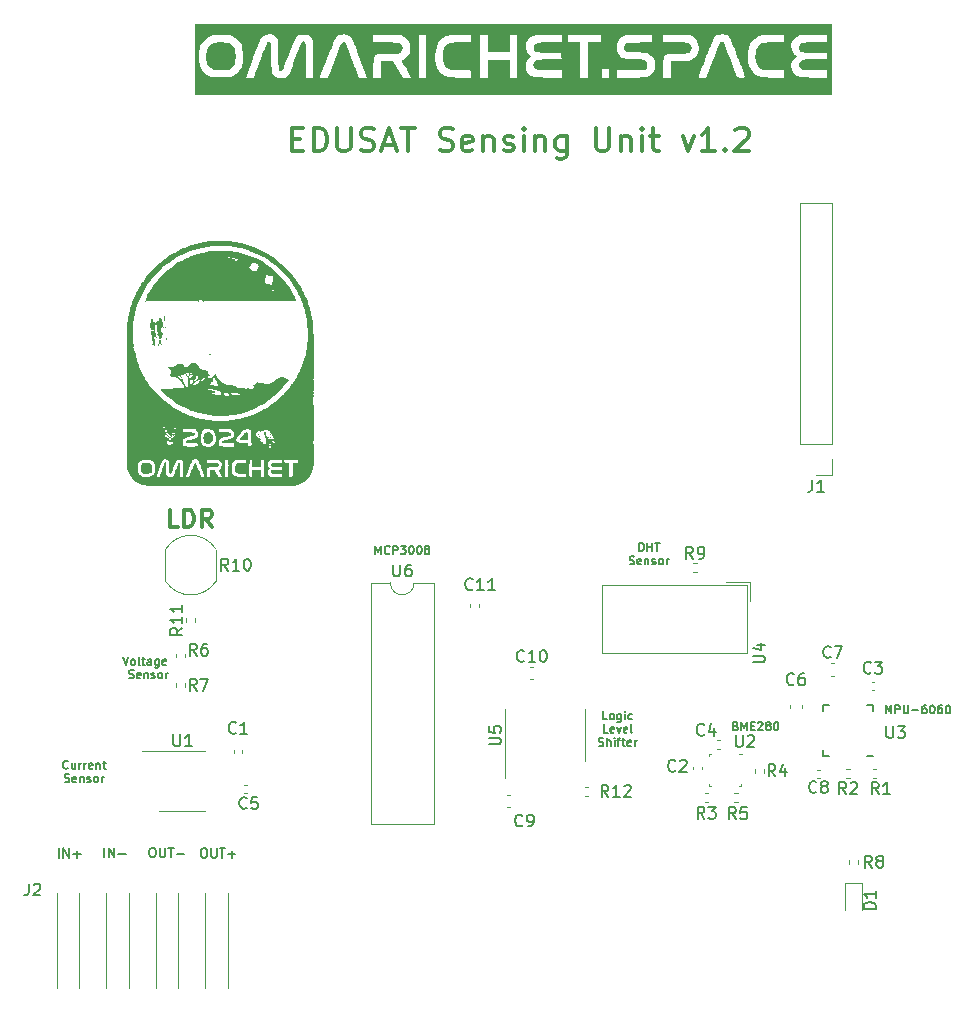
<source format=gbr>
%TF.GenerationSoftware,KiCad,Pcbnew,(6.0.7)*%
%TF.CreationDate,2023-01-28T09:16:53+03:00*%
%TF.ProjectId,Omarichet Sensor Shield 1.2,4f6d6172-6963-4686-9574-2053656e736f,rev?*%
%TF.SameCoordinates,Original*%
%TF.FileFunction,Legend,Top*%
%TF.FilePolarity,Positive*%
%FSLAX46Y46*%
G04 Gerber Fmt 4.6, Leading zero omitted, Abs format (unit mm)*
G04 Created by KiCad (PCBNEW (6.0.7)) date 2023-01-28 09:16:53*
%MOMM*%
%LPD*%
G01*
G04 APERTURE LIST*
%ADD10C,0.200000*%
%ADD11C,0.175000*%
%ADD12C,0.300000*%
%ADD13C,0.150000*%
%ADD14C,0.120000*%
%ADD15C,0.100000*%
G04 APERTURE END LIST*
D10*
X106594761Y-128061904D02*
X106747142Y-128061904D01*
X106823333Y-128100000D01*
X106899523Y-128176190D01*
X106937619Y-128328571D01*
X106937619Y-128595238D01*
X106899523Y-128747619D01*
X106823333Y-128823809D01*
X106747142Y-128861904D01*
X106594761Y-128861904D01*
X106518571Y-128823809D01*
X106442380Y-128747619D01*
X106404285Y-128595238D01*
X106404285Y-128328571D01*
X106442380Y-128176190D01*
X106518571Y-128100000D01*
X106594761Y-128061904D01*
X107280476Y-128061904D02*
X107280476Y-128709523D01*
X107318571Y-128785714D01*
X107356666Y-128823809D01*
X107432857Y-128861904D01*
X107585238Y-128861904D01*
X107661428Y-128823809D01*
X107699523Y-128785714D01*
X107737619Y-128709523D01*
X107737619Y-128061904D01*
X108004285Y-128061904D02*
X108461428Y-128061904D01*
X108232857Y-128861904D02*
X108232857Y-128061904D01*
X108728095Y-128557142D02*
X109337619Y-128557142D01*
X102565714Y-128861904D02*
X102565714Y-128061904D01*
X102946666Y-128861904D02*
X102946666Y-128061904D01*
X103403809Y-128861904D01*
X103403809Y-128061904D01*
X103784761Y-128557142D02*
X104394285Y-128557142D01*
D11*
X156063333Y-117740000D02*
X156163333Y-117773333D01*
X156196666Y-117806666D01*
X156230000Y-117873333D01*
X156230000Y-117973333D01*
X156196666Y-118040000D01*
X156163333Y-118073333D01*
X156096666Y-118106666D01*
X155830000Y-118106666D01*
X155830000Y-117406666D01*
X156063333Y-117406666D01*
X156130000Y-117440000D01*
X156163333Y-117473333D01*
X156196666Y-117540000D01*
X156196666Y-117606666D01*
X156163333Y-117673333D01*
X156130000Y-117706666D01*
X156063333Y-117740000D01*
X155830000Y-117740000D01*
X156530000Y-118106666D02*
X156530000Y-117406666D01*
X156763333Y-117906666D01*
X156996666Y-117406666D01*
X156996666Y-118106666D01*
X157330000Y-117740000D02*
X157563333Y-117740000D01*
X157663333Y-118106666D02*
X157330000Y-118106666D01*
X157330000Y-117406666D01*
X157663333Y-117406666D01*
X157930000Y-117473333D02*
X157963333Y-117440000D01*
X158030000Y-117406666D01*
X158196666Y-117406666D01*
X158263333Y-117440000D01*
X158296666Y-117473333D01*
X158330000Y-117540000D01*
X158330000Y-117606666D01*
X158296666Y-117706666D01*
X157896666Y-118106666D01*
X158330000Y-118106666D01*
X158730000Y-117706666D02*
X158663333Y-117673333D01*
X158630000Y-117640000D01*
X158596666Y-117573333D01*
X158596666Y-117540000D01*
X158630000Y-117473333D01*
X158663333Y-117440000D01*
X158730000Y-117406666D01*
X158863333Y-117406666D01*
X158930000Y-117440000D01*
X158963333Y-117473333D01*
X158996666Y-117540000D01*
X158996666Y-117573333D01*
X158963333Y-117640000D01*
X158930000Y-117673333D01*
X158863333Y-117706666D01*
X158730000Y-117706666D01*
X158663333Y-117740000D01*
X158630000Y-117773333D01*
X158596666Y-117840000D01*
X158596666Y-117973333D01*
X158630000Y-118040000D01*
X158663333Y-118073333D01*
X158730000Y-118106666D01*
X158863333Y-118106666D01*
X158930000Y-118073333D01*
X158963333Y-118040000D01*
X158996666Y-117973333D01*
X158996666Y-117840000D01*
X158963333Y-117773333D01*
X158930000Y-117740000D01*
X158863333Y-117706666D01*
X159430000Y-117406666D02*
X159496666Y-117406666D01*
X159563333Y-117440000D01*
X159596666Y-117473333D01*
X159630000Y-117540000D01*
X159663333Y-117673333D01*
X159663333Y-117840000D01*
X159630000Y-117973333D01*
X159596666Y-118040000D01*
X159563333Y-118073333D01*
X159496666Y-118106666D01*
X159430000Y-118106666D01*
X159363333Y-118073333D01*
X159330000Y-118040000D01*
X159296666Y-117973333D01*
X159263333Y-117840000D01*
X159263333Y-117673333D01*
X159296666Y-117540000D01*
X159330000Y-117473333D01*
X159363333Y-117440000D01*
X159430000Y-117406666D01*
X125543333Y-103196666D02*
X125543333Y-102496666D01*
X125776666Y-102996666D01*
X126010000Y-102496666D01*
X126010000Y-103196666D01*
X126743333Y-103130000D02*
X126710000Y-103163333D01*
X126610000Y-103196666D01*
X126543333Y-103196666D01*
X126443333Y-103163333D01*
X126376666Y-103096666D01*
X126343333Y-103030000D01*
X126310000Y-102896666D01*
X126310000Y-102796666D01*
X126343333Y-102663333D01*
X126376666Y-102596666D01*
X126443333Y-102530000D01*
X126543333Y-102496666D01*
X126610000Y-102496666D01*
X126710000Y-102530000D01*
X126743333Y-102563333D01*
X127043333Y-103196666D02*
X127043333Y-102496666D01*
X127310000Y-102496666D01*
X127376666Y-102530000D01*
X127410000Y-102563333D01*
X127443333Y-102630000D01*
X127443333Y-102730000D01*
X127410000Y-102796666D01*
X127376666Y-102830000D01*
X127310000Y-102863333D01*
X127043333Y-102863333D01*
X127676666Y-102496666D02*
X128110000Y-102496666D01*
X127876666Y-102763333D01*
X127976666Y-102763333D01*
X128043333Y-102796666D01*
X128076666Y-102830000D01*
X128110000Y-102896666D01*
X128110000Y-103063333D01*
X128076666Y-103130000D01*
X128043333Y-103163333D01*
X127976666Y-103196666D01*
X127776666Y-103196666D01*
X127710000Y-103163333D01*
X127676666Y-103130000D01*
X128543333Y-102496666D02*
X128610000Y-102496666D01*
X128676666Y-102530000D01*
X128710000Y-102563333D01*
X128743333Y-102630000D01*
X128776666Y-102763333D01*
X128776666Y-102930000D01*
X128743333Y-103063333D01*
X128710000Y-103130000D01*
X128676666Y-103163333D01*
X128610000Y-103196666D01*
X128543333Y-103196666D01*
X128476666Y-103163333D01*
X128443333Y-103130000D01*
X128410000Y-103063333D01*
X128376666Y-102930000D01*
X128376666Y-102763333D01*
X128410000Y-102630000D01*
X128443333Y-102563333D01*
X128476666Y-102530000D01*
X128543333Y-102496666D01*
X129210000Y-102496666D02*
X129276666Y-102496666D01*
X129343333Y-102530000D01*
X129376666Y-102563333D01*
X129410000Y-102630000D01*
X129443333Y-102763333D01*
X129443333Y-102930000D01*
X129410000Y-103063333D01*
X129376666Y-103130000D01*
X129343333Y-103163333D01*
X129276666Y-103196666D01*
X129210000Y-103196666D01*
X129143333Y-103163333D01*
X129110000Y-103130000D01*
X129076666Y-103063333D01*
X129043333Y-102930000D01*
X129043333Y-102763333D01*
X129076666Y-102630000D01*
X129110000Y-102563333D01*
X129143333Y-102530000D01*
X129210000Y-102496666D01*
X129843333Y-102796666D02*
X129776666Y-102763333D01*
X129743333Y-102730000D01*
X129710000Y-102663333D01*
X129710000Y-102630000D01*
X129743333Y-102563333D01*
X129776666Y-102530000D01*
X129843333Y-102496666D01*
X129976666Y-102496666D01*
X130043333Y-102530000D01*
X130076666Y-102563333D01*
X130110000Y-102630000D01*
X130110000Y-102663333D01*
X130076666Y-102730000D01*
X130043333Y-102763333D01*
X129976666Y-102796666D01*
X129843333Y-102796666D01*
X129776666Y-102830000D01*
X129743333Y-102863333D01*
X129710000Y-102930000D01*
X129710000Y-103063333D01*
X129743333Y-103130000D01*
X129776666Y-103163333D01*
X129843333Y-103196666D01*
X129976666Y-103196666D01*
X130043333Y-103163333D01*
X130076666Y-103130000D01*
X130110000Y-103063333D01*
X130110000Y-102930000D01*
X130076666Y-102863333D01*
X130043333Y-102830000D01*
X129976666Y-102796666D01*
D12*
X108824285Y-100928571D02*
X108110000Y-100928571D01*
X108110000Y-99428571D01*
X109324285Y-100928571D02*
X109324285Y-99428571D01*
X109681428Y-99428571D01*
X109895714Y-99500000D01*
X110038571Y-99642857D01*
X110110000Y-99785714D01*
X110181428Y-100071428D01*
X110181428Y-100285714D01*
X110110000Y-100571428D01*
X110038571Y-100714285D01*
X109895714Y-100857142D01*
X109681428Y-100928571D01*
X109324285Y-100928571D01*
X111681428Y-100928571D02*
X111181428Y-100214285D01*
X110824285Y-100928571D02*
X110824285Y-99428571D01*
X111395714Y-99428571D01*
X111538571Y-99500000D01*
X111610000Y-99571428D01*
X111681428Y-99714285D01*
X111681428Y-99928571D01*
X111610000Y-100071428D01*
X111538571Y-100142857D01*
X111395714Y-100214285D01*
X110824285Y-100214285D01*
D11*
X99510000Y-121316500D02*
X99476666Y-121349833D01*
X99376666Y-121383166D01*
X99310000Y-121383166D01*
X99210000Y-121349833D01*
X99143333Y-121283166D01*
X99110000Y-121216500D01*
X99076666Y-121083166D01*
X99076666Y-120983166D01*
X99110000Y-120849833D01*
X99143333Y-120783166D01*
X99210000Y-120716500D01*
X99310000Y-120683166D01*
X99376666Y-120683166D01*
X99476666Y-120716500D01*
X99510000Y-120749833D01*
X100110000Y-120916500D02*
X100110000Y-121383166D01*
X99810000Y-120916500D02*
X99810000Y-121283166D01*
X99843333Y-121349833D01*
X99910000Y-121383166D01*
X100010000Y-121383166D01*
X100076666Y-121349833D01*
X100110000Y-121316500D01*
X100443333Y-121383166D02*
X100443333Y-120916500D01*
X100443333Y-121049833D02*
X100476666Y-120983166D01*
X100510000Y-120949833D01*
X100576666Y-120916500D01*
X100643333Y-120916500D01*
X100876666Y-121383166D02*
X100876666Y-120916500D01*
X100876666Y-121049833D02*
X100910000Y-120983166D01*
X100943333Y-120949833D01*
X101010000Y-120916500D01*
X101076666Y-120916500D01*
X101576666Y-121349833D02*
X101510000Y-121383166D01*
X101376666Y-121383166D01*
X101310000Y-121349833D01*
X101276666Y-121283166D01*
X101276666Y-121016500D01*
X101310000Y-120949833D01*
X101376666Y-120916500D01*
X101510000Y-120916500D01*
X101576666Y-120949833D01*
X101610000Y-121016500D01*
X101610000Y-121083166D01*
X101276666Y-121149833D01*
X101910000Y-120916500D02*
X101910000Y-121383166D01*
X101910000Y-120983166D02*
X101943333Y-120949833D01*
X102010000Y-120916500D01*
X102110000Y-120916500D01*
X102176666Y-120949833D01*
X102210000Y-121016500D01*
X102210000Y-121383166D01*
X102443333Y-120916500D02*
X102710000Y-120916500D01*
X102543333Y-120683166D02*
X102543333Y-121283166D01*
X102576666Y-121349833D01*
X102643333Y-121383166D01*
X102710000Y-121383166D01*
X99226666Y-122476833D02*
X99326666Y-122510166D01*
X99493333Y-122510166D01*
X99560000Y-122476833D01*
X99593333Y-122443500D01*
X99626666Y-122376833D01*
X99626666Y-122310166D01*
X99593333Y-122243500D01*
X99560000Y-122210166D01*
X99493333Y-122176833D01*
X99360000Y-122143500D01*
X99293333Y-122110166D01*
X99260000Y-122076833D01*
X99226666Y-122010166D01*
X99226666Y-121943500D01*
X99260000Y-121876833D01*
X99293333Y-121843500D01*
X99360000Y-121810166D01*
X99526666Y-121810166D01*
X99626666Y-121843500D01*
X100193333Y-122476833D02*
X100126666Y-122510166D01*
X99993333Y-122510166D01*
X99926666Y-122476833D01*
X99893333Y-122410166D01*
X99893333Y-122143500D01*
X99926666Y-122076833D01*
X99993333Y-122043500D01*
X100126666Y-122043500D01*
X100193333Y-122076833D01*
X100226666Y-122143500D01*
X100226666Y-122210166D01*
X99893333Y-122276833D01*
X100526666Y-122043500D02*
X100526666Y-122510166D01*
X100526666Y-122110166D02*
X100560000Y-122076833D01*
X100626666Y-122043500D01*
X100726666Y-122043500D01*
X100793333Y-122076833D01*
X100826666Y-122143500D01*
X100826666Y-122510166D01*
X101126666Y-122476833D02*
X101193333Y-122510166D01*
X101326666Y-122510166D01*
X101393333Y-122476833D01*
X101426666Y-122410166D01*
X101426666Y-122376833D01*
X101393333Y-122310166D01*
X101326666Y-122276833D01*
X101226666Y-122276833D01*
X101160000Y-122243500D01*
X101126666Y-122176833D01*
X101126666Y-122143500D01*
X101160000Y-122076833D01*
X101226666Y-122043500D01*
X101326666Y-122043500D01*
X101393333Y-122076833D01*
X101826666Y-122510166D02*
X101760000Y-122476833D01*
X101726666Y-122443500D01*
X101693333Y-122376833D01*
X101693333Y-122176833D01*
X101726666Y-122110166D01*
X101760000Y-122076833D01*
X101826666Y-122043500D01*
X101926666Y-122043500D01*
X101993333Y-122076833D01*
X102026666Y-122110166D01*
X102060000Y-122176833D01*
X102060000Y-122376833D01*
X102026666Y-122443500D01*
X101993333Y-122476833D01*
X101926666Y-122510166D01*
X101826666Y-122510166D01*
X102360000Y-122510166D02*
X102360000Y-122043500D01*
X102360000Y-122176833D02*
X102393333Y-122110166D01*
X102426666Y-122076833D01*
X102493333Y-122043500D01*
X102560000Y-122043500D01*
D10*
X110944761Y-128111904D02*
X111097142Y-128111904D01*
X111173333Y-128150000D01*
X111249523Y-128226190D01*
X111287619Y-128378571D01*
X111287619Y-128645238D01*
X111249523Y-128797619D01*
X111173333Y-128873809D01*
X111097142Y-128911904D01*
X110944761Y-128911904D01*
X110868571Y-128873809D01*
X110792380Y-128797619D01*
X110754285Y-128645238D01*
X110754285Y-128378571D01*
X110792380Y-128226190D01*
X110868571Y-128150000D01*
X110944761Y-128111904D01*
X111630476Y-128111904D02*
X111630476Y-128759523D01*
X111668571Y-128835714D01*
X111706666Y-128873809D01*
X111782857Y-128911904D01*
X111935238Y-128911904D01*
X112011428Y-128873809D01*
X112049523Y-128835714D01*
X112087619Y-128759523D01*
X112087619Y-128111904D01*
X112354285Y-128111904D02*
X112811428Y-128111904D01*
X112582857Y-128911904D02*
X112582857Y-128111904D01*
X113078095Y-128607142D02*
X113687619Y-128607142D01*
X113382857Y-128911904D02*
X113382857Y-128302380D01*
D11*
X145166666Y-117189666D02*
X144833333Y-117189666D01*
X144833333Y-116489666D01*
X145500000Y-117189666D02*
X145433333Y-117156333D01*
X145400000Y-117123000D01*
X145366666Y-117056333D01*
X145366666Y-116856333D01*
X145400000Y-116789666D01*
X145433333Y-116756333D01*
X145500000Y-116723000D01*
X145600000Y-116723000D01*
X145666666Y-116756333D01*
X145700000Y-116789666D01*
X145733333Y-116856333D01*
X145733333Y-117056333D01*
X145700000Y-117123000D01*
X145666666Y-117156333D01*
X145600000Y-117189666D01*
X145500000Y-117189666D01*
X146333333Y-116723000D02*
X146333333Y-117289666D01*
X146300000Y-117356333D01*
X146266666Y-117389666D01*
X146200000Y-117423000D01*
X146100000Y-117423000D01*
X146033333Y-117389666D01*
X146333333Y-117156333D02*
X146266666Y-117189666D01*
X146133333Y-117189666D01*
X146066666Y-117156333D01*
X146033333Y-117123000D01*
X146000000Y-117056333D01*
X146000000Y-116856333D01*
X146033333Y-116789666D01*
X146066666Y-116756333D01*
X146133333Y-116723000D01*
X146266666Y-116723000D01*
X146333333Y-116756333D01*
X146666666Y-117189666D02*
X146666666Y-116723000D01*
X146666666Y-116489666D02*
X146633333Y-116523000D01*
X146666666Y-116556333D01*
X146700000Y-116523000D01*
X146666666Y-116489666D01*
X146666666Y-116556333D01*
X147300000Y-117156333D02*
X147233333Y-117189666D01*
X147100000Y-117189666D01*
X147033333Y-117156333D01*
X147000000Y-117123000D01*
X146966666Y-117056333D01*
X146966666Y-116856333D01*
X147000000Y-116789666D01*
X147033333Y-116756333D01*
X147100000Y-116723000D01*
X147233333Y-116723000D01*
X147300000Y-116756333D01*
X145216666Y-118316666D02*
X144883333Y-118316666D01*
X144883333Y-117616666D01*
X145716666Y-118283333D02*
X145650000Y-118316666D01*
X145516666Y-118316666D01*
X145450000Y-118283333D01*
X145416666Y-118216666D01*
X145416666Y-117950000D01*
X145450000Y-117883333D01*
X145516666Y-117850000D01*
X145650000Y-117850000D01*
X145716666Y-117883333D01*
X145750000Y-117950000D01*
X145750000Y-118016666D01*
X145416666Y-118083333D01*
X145983333Y-117850000D02*
X146150000Y-118316666D01*
X146316666Y-117850000D01*
X146850000Y-118283333D02*
X146783333Y-118316666D01*
X146650000Y-118316666D01*
X146583333Y-118283333D01*
X146550000Y-118216666D01*
X146550000Y-117950000D01*
X146583333Y-117883333D01*
X146650000Y-117850000D01*
X146783333Y-117850000D01*
X146850000Y-117883333D01*
X146883333Y-117950000D01*
X146883333Y-118016666D01*
X146550000Y-118083333D01*
X147283333Y-118316666D02*
X147216666Y-118283333D01*
X147183333Y-118216666D01*
X147183333Y-117616666D01*
X144450000Y-119410333D02*
X144550000Y-119443666D01*
X144716666Y-119443666D01*
X144783333Y-119410333D01*
X144816666Y-119377000D01*
X144850000Y-119310333D01*
X144850000Y-119243666D01*
X144816666Y-119177000D01*
X144783333Y-119143666D01*
X144716666Y-119110333D01*
X144583333Y-119077000D01*
X144516666Y-119043666D01*
X144483333Y-119010333D01*
X144450000Y-118943666D01*
X144450000Y-118877000D01*
X144483333Y-118810333D01*
X144516666Y-118777000D01*
X144583333Y-118743666D01*
X144750000Y-118743666D01*
X144850000Y-118777000D01*
X145150000Y-119443666D02*
X145150000Y-118743666D01*
X145450000Y-119443666D02*
X145450000Y-119077000D01*
X145416666Y-119010333D01*
X145350000Y-118977000D01*
X145250000Y-118977000D01*
X145183333Y-119010333D01*
X145150000Y-119043666D01*
X145783333Y-119443666D02*
X145783333Y-118977000D01*
X145783333Y-118743666D02*
X145750000Y-118777000D01*
X145783333Y-118810333D01*
X145816666Y-118777000D01*
X145783333Y-118743666D01*
X145783333Y-118810333D01*
X146016666Y-118977000D02*
X146283333Y-118977000D01*
X146116666Y-119443666D02*
X146116666Y-118843666D01*
X146150000Y-118777000D01*
X146216666Y-118743666D01*
X146283333Y-118743666D01*
X146416666Y-118977000D02*
X146683333Y-118977000D01*
X146516666Y-118743666D02*
X146516666Y-119343666D01*
X146550000Y-119410333D01*
X146616666Y-119443666D01*
X146683333Y-119443666D01*
X147183333Y-119410333D02*
X147116666Y-119443666D01*
X146983333Y-119443666D01*
X146916666Y-119410333D01*
X146883333Y-119343666D01*
X146883333Y-119077000D01*
X146916666Y-119010333D01*
X146983333Y-118977000D01*
X147116666Y-118977000D01*
X147183333Y-119010333D01*
X147216666Y-119077000D01*
X147216666Y-119143666D01*
X146883333Y-119210333D01*
X147516666Y-119443666D02*
X147516666Y-118977000D01*
X147516666Y-119110333D02*
X147550000Y-119043666D01*
X147583333Y-119010333D01*
X147650000Y-118977000D01*
X147716666Y-118977000D01*
X104166666Y-111883166D02*
X104400000Y-112583166D01*
X104633333Y-111883166D01*
X104966666Y-112583166D02*
X104900000Y-112549833D01*
X104866666Y-112516500D01*
X104833333Y-112449833D01*
X104833333Y-112249833D01*
X104866666Y-112183166D01*
X104900000Y-112149833D01*
X104966666Y-112116500D01*
X105066666Y-112116500D01*
X105133333Y-112149833D01*
X105166666Y-112183166D01*
X105200000Y-112249833D01*
X105200000Y-112449833D01*
X105166666Y-112516500D01*
X105133333Y-112549833D01*
X105066666Y-112583166D01*
X104966666Y-112583166D01*
X105600000Y-112583166D02*
X105533333Y-112549833D01*
X105500000Y-112483166D01*
X105500000Y-111883166D01*
X105766666Y-112116500D02*
X106033333Y-112116500D01*
X105866666Y-111883166D02*
X105866666Y-112483166D01*
X105900000Y-112549833D01*
X105966666Y-112583166D01*
X106033333Y-112583166D01*
X106566666Y-112583166D02*
X106566666Y-112216500D01*
X106533333Y-112149833D01*
X106466666Y-112116500D01*
X106333333Y-112116500D01*
X106266666Y-112149833D01*
X106566666Y-112549833D02*
X106500000Y-112583166D01*
X106333333Y-112583166D01*
X106266666Y-112549833D01*
X106233333Y-112483166D01*
X106233333Y-112416500D01*
X106266666Y-112349833D01*
X106333333Y-112316500D01*
X106500000Y-112316500D01*
X106566666Y-112283166D01*
X107200000Y-112116500D02*
X107200000Y-112683166D01*
X107166666Y-112749833D01*
X107133333Y-112783166D01*
X107066666Y-112816500D01*
X106966666Y-112816500D01*
X106900000Y-112783166D01*
X107200000Y-112549833D02*
X107133333Y-112583166D01*
X107000000Y-112583166D01*
X106933333Y-112549833D01*
X106900000Y-112516500D01*
X106866666Y-112449833D01*
X106866666Y-112249833D01*
X106900000Y-112183166D01*
X106933333Y-112149833D01*
X107000000Y-112116500D01*
X107133333Y-112116500D01*
X107200000Y-112149833D01*
X107800000Y-112549833D02*
X107733333Y-112583166D01*
X107600000Y-112583166D01*
X107533333Y-112549833D01*
X107500000Y-112483166D01*
X107500000Y-112216500D01*
X107533333Y-112149833D01*
X107600000Y-112116500D01*
X107733333Y-112116500D01*
X107800000Y-112149833D01*
X107833333Y-112216500D01*
X107833333Y-112283166D01*
X107500000Y-112349833D01*
X104666666Y-113676833D02*
X104766666Y-113710166D01*
X104933333Y-113710166D01*
X105000000Y-113676833D01*
X105033333Y-113643500D01*
X105066666Y-113576833D01*
X105066666Y-113510166D01*
X105033333Y-113443500D01*
X105000000Y-113410166D01*
X104933333Y-113376833D01*
X104800000Y-113343500D01*
X104733333Y-113310166D01*
X104700000Y-113276833D01*
X104666666Y-113210166D01*
X104666666Y-113143500D01*
X104700000Y-113076833D01*
X104733333Y-113043500D01*
X104800000Y-113010166D01*
X104966666Y-113010166D01*
X105066666Y-113043500D01*
X105633333Y-113676833D02*
X105566666Y-113710166D01*
X105433333Y-113710166D01*
X105366666Y-113676833D01*
X105333333Y-113610166D01*
X105333333Y-113343500D01*
X105366666Y-113276833D01*
X105433333Y-113243500D01*
X105566666Y-113243500D01*
X105633333Y-113276833D01*
X105666666Y-113343500D01*
X105666666Y-113410166D01*
X105333333Y-113476833D01*
X105966666Y-113243500D02*
X105966666Y-113710166D01*
X105966666Y-113310166D02*
X106000000Y-113276833D01*
X106066666Y-113243500D01*
X106166666Y-113243500D01*
X106233333Y-113276833D01*
X106266666Y-113343500D01*
X106266666Y-113710166D01*
X106566666Y-113676833D02*
X106633333Y-113710166D01*
X106766666Y-113710166D01*
X106833333Y-113676833D01*
X106866666Y-113610166D01*
X106866666Y-113576833D01*
X106833333Y-113510166D01*
X106766666Y-113476833D01*
X106666666Y-113476833D01*
X106600000Y-113443500D01*
X106566666Y-113376833D01*
X106566666Y-113343500D01*
X106600000Y-113276833D01*
X106666666Y-113243500D01*
X106766666Y-113243500D01*
X106833333Y-113276833D01*
X107266666Y-113710166D02*
X107200000Y-113676833D01*
X107166666Y-113643500D01*
X107133333Y-113576833D01*
X107133333Y-113376833D01*
X107166666Y-113310166D01*
X107200000Y-113276833D01*
X107266666Y-113243500D01*
X107366666Y-113243500D01*
X107433333Y-113276833D01*
X107466666Y-113310166D01*
X107500000Y-113376833D01*
X107500000Y-113576833D01*
X107466666Y-113643500D01*
X107433333Y-113676833D01*
X107366666Y-113710166D01*
X107266666Y-113710166D01*
X107800000Y-113710166D02*
X107800000Y-113243500D01*
X107800000Y-113376833D02*
X107833333Y-113310166D01*
X107866666Y-113276833D01*
X107933333Y-113243500D01*
X108000000Y-113243500D01*
D12*
X118494285Y-68057142D02*
X119160952Y-68057142D01*
X119446666Y-69104761D02*
X118494285Y-69104761D01*
X118494285Y-67104761D01*
X119446666Y-67104761D01*
X120303809Y-69104761D02*
X120303809Y-67104761D01*
X120780000Y-67104761D01*
X121065714Y-67200000D01*
X121256190Y-67390476D01*
X121351428Y-67580952D01*
X121446666Y-67961904D01*
X121446666Y-68247619D01*
X121351428Y-68628571D01*
X121256190Y-68819047D01*
X121065714Y-69009523D01*
X120780000Y-69104761D01*
X120303809Y-69104761D01*
X122303809Y-67104761D02*
X122303809Y-68723809D01*
X122399047Y-68914285D01*
X122494285Y-69009523D01*
X122684761Y-69104761D01*
X123065714Y-69104761D01*
X123256190Y-69009523D01*
X123351428Y-68914285D01*
X123446666Y-68723809D01*
X123446666Y-67104761D01*
X124303809Y-69009523D02*
X124589523Y-69104761D01*
X125065714Y-69104761D01*
X125256190Y-69009523D01*
X125351428Y-68914285D01*
X125446666Y-68723809D01*
X125446666Y-68533333D01*
X125351428Y-68342857D01*
X125256190Y-68247619D01*
X125065714Y-68152380D01*
X124684761Y-68057142D01*
X124494285Y-67961904D01*
X124399047Y-67866666D01*
X124303809Y-67676190D01*
X124303809Y-67485714D01*
X124399047Y-67295238D01*
X124494285Y-67200000D01*
X124684761Y-67104761D01*
X125160952Y-67104761D01*
X125446666Y-67200000D01*
X126208571Y-68533333D02*
X127160952Y-68533333D01*
X126018095Y-69104761D02*
X126684761Y-67104761D01*
X127351428Y-69104761D01*
X127732380Y-67104761D02*
X128875238Y-67104761D01*
X128303809Y-69104761D02*
X128303809Y-67104761D01*
X130970476Y-69009523D02*
X131256190Y-69104761D01*
X131732380Y-69104761D01*
X131922857Y-69009523D01*
X132018095Y-68914285D01*
X132113333Y-68723809D01*
X132113333Y-68533333D01*
X132018095Y-68342857D01*
X131922857Y-68247619D01*
X131732380Y-68152380D01*
X131351428Y-68057142D01*
X131160952Y-67961904D01*
X131065714Y-67866666D01*
X130970476Y-67676190D01*
X130970476Y-67485714D01*
X131065714Y-67295238D01*
X131160952Y-67200000D01*
X131351428Y-67104761D01*
X131827619Y-67104761D01*
X132113333Y-67200000D01*
X133732380Y-69009523D02*
X133541904Y-69104761D01*
X133160952Y-69104761D01*
X132970476Y-69009523D01*
X132875238Y-68819047D01*
X132875238Y-68057142D01*
X132970476Y-67866666D01*
X133160952Y-67771428D01*
X133541904Y-67771428D01*
X133732380Y-67866666D01*
X133827619Y-68057142D01*
X133827619Y-68247619D01*
X132875238Y-68438095D01*
X134684761Y-67771428D02*
X134684761Y-69104761D01*
X134684761Y-67961904D02*
X134780000Y-67866666D01*
X134970476Y-67771428D01*
X135256190Y-67771428D01*
X135446666Y-67866666D01*
X135541904Y-68057142D01*
X135541904Y-69104761D01*
X136399047Y-69009523D02*
X136589523Y-69104761D01*
X136970476Y-69104761D01*
X137160952Y-69009523D01*
X137256190Y-68819047D01*
X137256190Y-68723809D01*
X137160952Y-68533333D01*
X136970476Y-68438095D01*
X136684761Y-68438095D01*
X136494285Y-68342857D01*
X136399047Y-68152380D01*
X136399047Y-68057142D01*
X136494285Y-67866666D01*
X136684761Y-67771428D01*
X136970476Y-67771428D01*
X137160952Y-67866666D01*
X138113333Y-69104761D02*
X138113333Y-67771428D01*
X138113333Y-67104761D02*
X138018095Y-67200000D01*
X138113333Y-67295238D01*
X138208571Y-67200000D01*
X138113333Y-67104761D01*
X138113333Y-67295238D01*
X139065714Y-67771428D02*
X139065714Y-69104761D01*
X139065714Y-67961904D02*
X139160952Y-67866666D01*
X139351428Y-67771428D01*
X139637142Y-67771428D01*
X139827619Y-67866666D01*
X139922857Y-68057142D01*
X139922857Y-69104761D01*
X141732380Y-67771428D02*
X141732380Y-69390476D01*
X141637142Y-69580952D01*
X141541904Y-69676190D01*
X141351428Y-69771428D01*
X141065714Y-69771428D01*
X140875238Y-69676190D01*
X141732380Y-69009523D02*
X141541904Y-69104761D01*
X141160952Y-69104761D01*
X140970476Y-69009523D01*
X140875238Y-68914285D01*
X140780000Y-68723809D01*
X140780000Y-68152380D01*
X140875238Y-67961904D01*
X140970476Y-67866666D01*
X141160952Y-67771428D01*
X141541904Y-67771428D01*
X141732380Y-67866666D01*
X144208571Y-67104761D02*
X144208571Y-68723809D01*
X144303809Y-68914285D01*
X144399047Y-69009523D01*
X144589523Y-69104761D01*
X144970476Y-69104761D01*
X145160952Y-69009523D01*
X145256190Y-68914285D01*
X145351428Y-68723809D01*
X145351428Y-67104761D01*
X146303809Y-67771428D02*
X146303809Y-69104761D01*
X146303809Y-67961904D02*
X146399047Y-67866666D01*
X146589523Y-67771428D01*
X146875238Y-67771428D01*
X147065714Y-67866666D01*
X147160952Y-68057142D01*
X147160952Y-69104761D01*
X148113333Y-69104761D02*
X148113333Y-67771428D01*
X148113333Y-67104761D02*
X148018095Y-67200000D01*
X148113333Y-67295238D01*
X148208571Y-67200000D01*
X148113333Y-67104761D01*
X148113333Y-67295238D01*
X148780000Y-67771428D02*
X149541904Y-67771428D01*
X149065714Y-67104761D02*
X149065714Y-68819047D01*
X149160952Y-69009523D01*
X149351428Y-69104761D01*
X149541904Y-69104761D01*
X151541904Y-67771428D02*
X152018095Y-69104761D01*
X152494285Y-67771428D01*
X154303809Y-69104761D02*
X153160952Y-69104761D01*
X153732380Y-69104761D02*
X153732380Y-67104761D01*
X153541904Y-67390476D01*
X153351428Y-67580952D01*
X153160952Y-67676190D01*
X155160952Y-68914285D02*
X155256190Y-69009523D01*
X155160952Y-69104761D01*
X155065714Y-69009523D01*
X155160952Y-68914285D01*
X155160952Y-69104761D01*
X156018095Y-67295238D02*
X156113333Y-67200000D01*
X156303809Y-67104761D01*
X156780000Y-67104761D01*
X156970476Y-67200000D01*
X157065714Y-67295238D01*
X157160952Y-67485714D01*
X157160952Y-67676190D01*
X157065714Y-67961904D01*
X155922857Y-69104761D01*
X157160952Y-69104761D01*
D10*
X98745714Y-128921904D02*
X98745714Y-128121904D01*
X99126666Y-128921904D02*
X99126666Y-128121904D01*
X99583809Y-128921904D01*
X99583809Y-128121904D01*
X99964761Y-128617142D02*
X100574285Y-128617142D01*
X100269523Y-128921904D02*
X100269523Y-128312380D01*
D11*
X147873333Y-102943166D02*
X147873333Y-102243166D01*
X148040000Y-102243166D01*
X148140000Y-102276500D01*
X148206666Y-102343166D01*
X148240000Y-102409833D01*
X148273333Y-102543166D01*
X148273333Y-102643166D01*
X148240000Y-102776500D01*
X148206666Y-102843166D01*
X148140000Y-102909833D01*
X148040000Y-102943166D01*
X147873333Y-102943166D01*
X148573333Y-102943166D02*
X148573333Y-102243166D01*
X148573333Y-102576500D02*
X148973333Y-102576500D01*
X148973333Y-102943166D02*
X148973333Y-102243166D01*
X149206666Y-102243166D02*
X149606666Y-102243166D01*
X149406666Y-102943166D02*
X149406666Y-102243166D01*
X147056666Y-104036833D02*
X147156666Y-104070166D01*
X147323333Y-104070166D01*
X147390000Y-104036833D01*
X147423333Y-104003500D01*
X147456666Y-103936833D01*
X147456666Y-103870166D01*
X147423333Y-103803500D01*
X147390000Y-103770166D01*
X147323333Y-103736833D01*
X147190000Y-103703500D01*
X147123333Y-103670166D01*
X147090000Y-103636833D01*
X147056666Y-103570166D01*
X147056666Y-103503500D01*
X147090000Y-103436833D01*
X147123333Y-103403500D01*
X147190000Y-103370166D01*
X147356666Y-103370166D01*
X147456666Y-103403500D01*
X148023333Y-104036833D02*
X147956666Y-104070166D01*
X147823333Y-104070166D01*
X147756666Y-104036833D01*
X147723333Y-103970166D01*
X147723333Y-103703500D01*
X147756666Y-103636833D01*
X147823333Y-103603500D01*
X147956666Y-103603500D01*
X148023333Y-103636833D01*
X148056666Y-103703500D01*
X148056666Y-103770166D01*
X147723333Y-103836833D01*
X148356666Y-103603500D02*
X148356666Y-104070166D01*
X148356666Y-103670166D02*
X148390000Y-103636833D01*
X148456666Y-103603500D01*
X148556666Y-103603500D01*
X148623333Y-103636833D01*
X148656666Y-103703500D01*
X148656666Y-104070166D01*
X148956666Y-104036833D02*
X149023333Y-104070166D01*
X149156666Y-104070166D01*
X149223333Y-104036833D01*
X149256666Y-103970166D01*
X149256666Y-103936833D01*
X149223333Y-103870166D01*
X149156666Y-103836833D01*
X149056666Y-103836833D01*
X148990000Y-103803500D01*
X148956666Y-103736833D01*
X148956666Y-103703500D01*
X148990000Y-103636833D01*
X149056666Y-103603500D01*
X149156666Y-103603500D01*
X149223333Y-103636833D01*
X149656666Y-104070166D02*
X149590000Y-104036833D01*
X149556666Y-104003500D01*
X149523333Y-103936833D01*
X149523333Y-103736833D01*
X149556666Y-103670166D01*
X149590000Y-103636833D01*
X149656666Y-103603500D01*
X149756666Y-103603500D01*
X149823333Y-103636833D01*
X149856666Y-103670166D01*
X149890000Y-103736833D01*
X149890000Y-103936833D01*
X149856666Y-104003500D01*
X149823333Y-104036833D01*
X149756666Y-104070166D01*
X149656666Y-104070166D01*
X150190000Y-104070166D02*
X150190000Y-103603500D01*
X150190000Y-103736833D02*
X150223333Y-103670166D01*
X150256666Y-103636833D01*
X150323333Y-103603500D01*
X150390000Y-103603500D01*
X168753333Y-116686666D02*
X168753333Y-115986666D01*
X168986666Y-116486666D01*
X169220000Y-115986666D01*
X169220000Y-116686666D01*
X169553333Y-116686666D02*
X169553333Y-115986666D01*
X169820000Y-115986666D01*
X169886666Y-116020000D01*
X169920000Y-116053333D01*
X169953333Y-116120000D01*
X169953333Y-116220000D01*
X169920000Y-116286666D01*
X169886666Y-116320000D01*
X169820000Y-116353333D01*
X169553333Y-116353333D01*
X170253333Y-115986666D02*
X170253333Y-116553333D01*
X170286666Y-116620000D01*
X170320000Y-116653333D01*
X170386666Y-116686666D01*
X170520000Y-116686666D01*
X170586666Y-116653333D01*
X170620000Y-116620000D01*
X170653333Y-116553333D01*
X170653333Y-115986666D01*
X170986666Y-116420000D02*
X171520000Y-116420000D01*
X172153333Y-115986666D02*
X172020000Y-115986666D01*
X171953333Y-116020000D01*
X171920000Y-116053333D01*
X171853333Y-116153333D01*
X171820000Y-116286666D01*
X171820000Y-116553333D01*
X171853333Y-116620000D01*
X171886666Y-116653333D01*
X171953333Y-116686666D01*
X172086666Y-116686666D01*
X172153333Y-116653333D01*
X172186666Y-116620000D01*
X172220000Y-116553333D01*
X172220000Y-116386666D01*
X172186666Y-116320000D01*
X172153333Y-116286666D01*
X172086666Y-116253333D01*
X171953333Y-116253333D01*
X171886666Y-116286666D01*
X171853333Y-116320000D01*
X171820000Y-116386666D01*
X172653333Y-115986666D02*
X172720000Y-115986666D01*
X172786666Y-116020000D01*
X172820000Y-116053333D01*
X172853333Y-116120000D01*
X172886666Y-116253333D01*
X172886666Y-116420000D01*
X172853333Y-116553333D01*
X172820000Y-116620000D01*
X172786666Y-116653333D01*
X172720000Y-116686666D01*
X172653333Y-116686666D01*
X172586666Y-116653333D01*
X172553333Y-116620000D01*
X172520000Y-116553333D01*
X172486666Y-116420000D01*
X172486666Y-116253333D01*
X172520000Y-116120000D01*
X172553333Y-116053333D01*
X172586666Y-116020000D01*
X172653333Y-115986666D01*
X173486666Y-115986666D02*
X173353333Y-115986666D01*
X173286666Y-116020000D01*
X173253333Y-116053333D01*
X173186666Y-116153333D01*
X173153333Y-116286666D01*
X173153333Y-116553333D01*
X173186666Y-116620000D01*
X173220000Y-116653333D01*
X173286666Y-116686666D01*
X173420000Y-116686666D01*
X173486666Y-116653333D01*
X173520000Y-116620000D01*
X173553333Y-116553333D01*
X173553333Y-116386666D01*
X173520000Y-116320000D01*
X173486666Y-116286666D01*
X173420000Y-116253333D01*
X173286666Y-116253333D01*
X173220000Y-116286666D01*
X173186666Y-116320000D01*
X173153333Y-116386666D01*
X173986666Y-115986666D02*
X174053333Y-115986666D01*
X174120000Y-116020000D01*
X174153333Y-116053333D01*
X174186666Y-116120000D01*
X174220000Y-116253333D01*
X174220000Y-116420000D01*
X174186666Y-116553333D01*
X174153333Y-116620000D01*
X174120000Y-116653333D01*
X174053333Y-116686666D01*
X173986666Y-116686666D01*
X173920000Y-116653333D01*
X173886666Y-116620000D01*
X173853333Y-116553333D01*
X173820000Y-116420000D01*
X173820000Y-116253333D01*
X173853333Y-116120000D01*
X173886666Y-116053333D01*
X173920000Y-116020000D01*
X173986666Y-115986666D01*
D13*
%TO.C,U4*%
X157517380Y-112356904D02*
X158326904Y-112356904D01*
X158422142Y-112309285D01*
X158469761Y-112261666D01*
X158517380Y-112166428D01*
X158517380Y-111975952D01*
X158469761Y-111880714D01*
X158422142Y-111833095D01*
X158326904Y-111785476D01*
X157517380Y-111785476D01*
X157850714Y-110880714D02*
X158517380Y-110880714D01*
X157469761Y-111118809D02*
X158184047Y-111356904D01*
X158184047Y-110737857D01*
%TO.C,R8*%
X167583333Y-129739880D02*
X167250000Y-129263690D01*
X167011904Y-129739880D02*
X167011904Y-128739880D01*
X167392857Y-128739880D01*
X167488095Y-128787500D01*
X167535714Y-128835119D01*
X167583333Y-128930357D01*
X167583333Y-129073214D01*
X167535714Y-129168452D01*
X167488095Y-129216071D01*
X167392857Y-129263690D01*
X167011904Y-129263690D01*
X168154761Y-129168452D02*
X168059523Y-129120833D01*
X168011904Y-129073214D01*
X167964285Y-128977976D01*
X167964285Y-128930357D01*
X168011904Y-128835119D01*
X168059523Y-128787500D01*
X168154761Y-128739880D01*
X168345238Y-128739880D01*
X168440476Y-128787500D01*
X168488095Y-128835119D01*
X168535714Y-128930357D01*
X168535714Y-128977976D01*
X168488095Y-129073214D01*
X168440476Y-129120833D01*
X168345238Y-129168452D01*
X168154761Y-129168452D01*
X168059523Y-129216071D01*
X168011904Y-129263690D01*
X167964285Y-129358928D01*
X167964285Y-129549404D01*
X168011904Y-129644642D01*
X168059523Y-129692261D01*
X168154761Y-129739880D01*
X168345238Y-129739880D01*
X168440476Y-129692261D01*
X168488095Y-129644642D01*
X168535714Y-129549404D01*
X168535714Y-129358928D01*
X168488095Y-129263690D01*
X168440476Y-129216071D01*
X168345238Y-129168452D01*
%TO.C,U1*%
X108438095Y-118472380D02*
X108438095Y-119281904D01*
X108485714Y-119377142D01*
X108533333Y-119424761D01*
X108628571Y-119472380D01*
X108819047Y-119472380D01*
X108914285Y-119424761D01*
X108961904Y-119377142D01*
X109009523Y-119281904D01*
X109009523Y-118472380D01*
X110009523Y-119472380D02*
X109438095Y-119472380D01*
X109723809Y-119472380D02*
X109723809Y-118472380D01*
X109628571Y-118615238D01*
X109533333Y-118710476D01*
X109438095Y-118758095D01*
%TO.C,R9*%
X152430833Y-103584880D02*
X152097500Y-103108690D01*
X151859404Y-103584880D02*
X151859404Y-102584880D01*
X152240357Y-102584880D01*
X152335595Y-102632500D01*
X152383214Y-102680119D01*
X152430833Y-102775357D01*
X152430833Y-102918214D01*
X152383214Y-103013452D01*
X152335595Y-103061071D01*
X152240357Y-103108690D01*
X151859404Y-103108690D01*
X152907023Y-103584880D02*
X153097500Y-103584880D01*
X153192738Y-103537261D01*
X153240357Y-103489642D01*
X153335595Y-103346785D01*
X153383214Y-103156309D01*
X153383214Y-102775357D01*
X153335595Y-102680119D01*
X153287976Y-102632500D01*
X153192738Y-102584880D01*
X153002261Y-102584880D01*
X152907023Y-102632500D01*
X152859404Y-102680119D01*
X152811785Y-102775357D01*
X152811785Y-103013452D01*
X152859404Y-103108690D01*
X152907023Y-103156309D01*
X153002261Y-103203928D01*
X153192738Y-103203928D01*
X153287976Y-103156309D01*
X153335595Y-103108690D01*
X153383214Y-103013452D01*
%TO.C,R11*%
X109182380Y-109442857D02*
X108706190Y-109776190D01*
X109182380Y-110014285D02*
X108182380Y-110014285D01*
X108182380Y-109633333D01*
X108230000Y-109538095D01*
X108277619Y-109490476D01*
X108372857Y-109442857D01*
X108515714Y-109442857D01*
X108610952Y-109490476D01*
X108658571Y-109538095D01*
X108706190Y-109633333D01*
X108706190Y-110014285D01*
X109182380Y-108490476D02*
X109182380Y-109061904D01*
X109182380Y-108776190D02*
X108182380Y-108776190D01*
X108325238Y-108871428D01*
X108420476Y-108966666D01*
X108468095Y-109061904D01*
X109182380Y-107538095D02*
X109182380Y-108109523D01*
X109182380Y-107823809D02*
X108182380Y-107823809D01*
X108325238Y-107919047D01*
X108420476Y-108014285D01*
X108468095Y-108109523D01*
%TO.C,R7*%
X110393333Y-114762380D02*
X110060000Y-114286190D01*
X109821904Y-114762380D02*
X109821904Y-113762380D01*
X110202857Y-113762380D01*
X110298095Y-113810000D01*
X110345714Y-113857619D01*
X110393333Y-113952857D01*
X110393333Y-114095714D01*
X110345714Y-114190952D01*
X110298095Y-114238571D01*
X110202857Y-114286190D01*
X109821904Y-114286190D01*
X110726666Y-113762380D02*
X111393333Y-113762380D01*
X110964761Y-114762380D01*
%TO.C,R12*%
X145267142Y-123752380D02*
X144933809Y-123276190D01*
X144695714Y-123752380D02*
X144695714Y-122752380D01*
X145076666Y-122752380D01*
X145171904Y-122800000D01*
X145219523Y-122847619D01*
X145267142Y-122942857D01*
X145267142Y-123085714D01*
X145219523Y-123180952D01*
X145171904Y-123228571D01*
X145076666Y-123276190D01*
X144695714Y-123276190D01*
X146219523Y-123752380D02*
X145648095Y-123752380D01*
X145933809Y-123752380D02*
X145933809Y-122752380D01*
X145838571Y-122895238D01*
X145743333Y-122990476D01*
X145648095Y-123038095D01*
X146600476Y-122847619D02*
X146648095Y-122800000D01*
X146743333Y-122752380D01*
X146981428Y-122752380D01*
X147076666Y-122800000D01*
X147124285Y-122847619D01*
X147171904Y-122942857D01*
X147171904Y-123038095D01*
X147124285Y-123180952D01*
X146552857Y-123752380D01*
X147171904Y-123752380D01*
%TO.C,C2*%
X150943333Y-121517142D02*
X150895714Y-121564761D01*
X150752857Y-121612380D01*
X150657619Y-121612380D01*
X150514761Y-121564761D01*
X150419523Y-121469523D01*
X150371904Y-121374285D01*
X150324285Y-121183809D01*
X150324285Y-121040952D01*
X150371904Y-120850476D01*
X150419523Y-120755238D01*
X150514761Y-120660000D01*
X150657619Y-120612380D01*
X150752857Y-120612380D01*
X150895714Y-120660000D01*
X150943333Y-120707619D01*
X151324285Y-120707619D02*
X151371904Y-120660000D01*
X151467142Y-120612380D01*
X151705238Y-120612380D01*
X151800476Y-120660000D01*
X151848095Y-120707619D01*
X151895714Y-120802857D01*
X151895714Y-120898095D01*
X151848095Y-121040952D01*
X151276666Y-121612380D01*
X151895714Y-121612380D01*
%TO.C,C1*%
X113733333Y-118307142D02*
X113685714Y-118354761D01*
X113542857Y-118402380D01*
X113447619Y-118402380D01*
X113304761Y-118354761D01*
X113209523Y-118259523D01*
X113161904Y-118164285D01*
X113114285Y-117973809D01*
X113114285Y-117830952D01*
X113161904Y-117640476D01*
X113209523Y-117545238D01*
X113304761Y-117450000D01*
X113447619Y-117402380D01*
X113542857Y-117402380D01*
X113685714Y-117450000D01*
X113733333Y-117497619D01*
X114685714Y-118402380D02*
X114114285Y-118402380D01*
X114400000Y-118402380D02*
X114400000Y-117402380D01*
X114304761Y-117545238D01*
X114209523Y-117640476D01*
X114114285Y-117688095D01*
%TO.C,C11*%
X133767142Y-106157142D02*
X133719523Y-106204761D01*
X133576666Y-106252380D01*
X133481428Y-106252380D01*
X133338571Y-106204761D01*
X133243333Y-106109523D01*
X133195714Y-106014285D01*
X133148095Y-105823809D01*
X133148095Y-105680952D01*
X133195714Y-105490476D01*
X133243333Y-105395238D01*
X133338571Y-105300000D01*
X133481428Y-105252380D01*
X133576666Y-105252380D01*
X133719523Y-105300000D01*
X133767142Y-105347619D01*
X134719523Y-106252380D02*
X134148095Y-106252380D01*
X134433809Y-106252380D02*
X134433809Y-105252380D01*
X134338571Y-105395238D01*
X134243333Y-105490476D01*
X134148095Y-105538095D01*
X135671904Y-106252380D02*
X135100476Y-106252380D01*
X135386190Y-106252380D02*
X135386190Y-105252380D01*
X135290952Y-105395238D01*
X135195714Y-105490476D01*
X135100476Y-105538095D01*
%TO.C,R3*%
X153398333Y-125597380D02*
X153065000Y-125121190D01*
X152826904Y-125597380D02*
X152826904Y-124597380D01*
X153207857Y-124597380D01*
X153303095Y-124645000D01*
X153350714Y-124692619D01*
X153398333Y-124787857D01*
X153398333Y-124930714D01*
X153350714Y-125025952D01*
X153303095Y-125073571D01*
X153207857Y-125121190D01*
X152826904Y-125121190D01*
X153731666Y-124597380D02*
X154350714Y-124597380D01*
X154017380Y-124978333D01*
X154160238Y-124978333D01*
X154255476Y-125025952D01*
X154303095Y-125073571D01*
X154350714Y-125168809D01*
X154350714Y-125406904D01*
X154303095Y-125502142D01*
X154255476Y-125549761D01*
X154160238Y-125597380D01*
X153874523Y-125597380D01*
X153779285Y-125549761D01*
X153731666Y-125502142D01*
%TO.C,R5*%
X156058333Y-125637380D02*
X155725000Y-125161190D01*
X155486904Y-125637380D02*
X155486904Y-124637380D01*
X155867857Y-124637380D01*
X155963095Y-124685000D01*
X156010714Y-124732619D01*
X156058333Y-124827857D01*
X156058333Y-124970714D01*
X156010714Y-125065952D01*
X155963095Y-125113571D01*
X155867857Y-125161190D01*
X155486904Y-125161190D01*
X156963095Y-124637380D02*
X156486904Y-124637380D01*
X156439285Y-125113571D01*
X156486904Y-125065952D01*
X156582142Y-125018333D01*
X156820238Y-125018333D01*
X156915476Y-125065952D01*
X156963095Y-125113571D01*
X157010714Y-125208809D01*
X157010714Y-125446904D01*
X156963095Y-125542142D01*
X156915476Y-125589761D01*
X156820238Y-125637380D01*
X156582142Y-125637380D01*
X156486904Y-125589761D01*
X156439285Y-125542142D01*
%TO.C,C9*%
X137983333Y-126167142D02*
X137935714Y-126214761D01*
X137792857Y-126262380D01*
X137697619Y-126262380D01*
X137554761Y-126214761D01*
X137459523Y-126119523D01*
X137411904Y-126024285D01*
X137364285Y-125833809D01*
X137364285Y-125690952D01*
X137411904Y-125500476D01*
X137459523Y-125405238D01*
X137554761Y-125310000D01*
X137697619Y-125262380D01*
X137792857Y-125262380D01*
X137935714Y-125310000D01*
X137983333Y-125357619D01*
X138459523Y-126262380D02*
X138650000Y-126262380D01*
X138745238Y-126214761D01*
X138792857Y-126167142D01*
X138888095Y-126024285D01*
X138935714Y-125833809D01*
X138935714Y-125452857D01*
X138888095Y-125357619D01*
X138840476Y-125310000D01*
X138745238Y-125262380D01*
X138554761Y-125262380D01*
X138459523Y-125310000D01*
X138411904Y-125357619D01*
X138364285Y-125452857D01*
X138364285Y-125690952D01*
X138411904Y-125786190D01*
X138459523Y-125833809D01*
X138554761Y-125881428D01*
X138745238Y-125881428D01*
X138840476Y-125833809D01*
X138888095Y-125786190D01*
X138935714Y-125690952D01*
%TO.C,U2*%
X156053095Y-118517380D02*
X156053095Y-119326904D01*
X156100714Y-119422142D01*
X156148333Y-119469761D01*
X156243571Y-119517380D01*
X156434047Y-119517380D01*
X156529285Y-119469761D01*
X156576904Y-119422142D01*
X156624523Y-119326904D01*
X156624523Y-118517380D01*
X157053095Y-118612619D02*
X157100714Y-118565000D01*
X157195952Y-118517380D01*
X157434047Y-118517380D01*
X157529285Y-118565000D01*
X157576904Y-118612619D01*
X157624523Y-118707857D01*
X157624523Y-118803095D01*
X157576904Y-118945952D01*
X157005476Y-119517380D01*
X157624523Y-119517380D01*
%TO.C,C10*%
X138122142Y-112227142D02*
X138074523Y-112274761D01*
X137931666Y-112322380D01*
X137836428Y-112322380D01*
X137693571Y-112274761D01*
X137598333Y-112179523D01*
X137550714Y-112084285D01*
X137503095Y-111893809D01*
X137503095Y-111750952D01*
X137550714Y-111560476D01*
X137598333Y-111465238D01*
X137693571Y-111370000D01*
X137836428Y-111322380D01*
X137931666Y-111322380D01*
X138074523Y-111370000D01*
X138122142Y-111417619D01*
X139074523Y-112322380D02*
X138503095Y-112322380D01*
X138788809Y-112322380D02*
X138788809Y-111322380D01*
X138693571Y-111465238D01*
X138598333Y-111560476D01*
X138503095Y-111608095D01*
X139693571Y-111322380D02*
X139788809Y-111322380D01*
X139884047Y-111370000D01*
X139931666Y-111417619D01*
X139979285Y-111512857D01*
X140026904Y-111703333D01*
X140026904Y-111941428D01*
X139979285Y-112131904D01*
X139931666Y-112227142D01*
X139884047Y-112274761D01*
X139788809Y-112322380D01*
X139693571Y-112322380D01*
X139598333Y-112274761D01*
X139550714Y-112227142D01*
X139503095Y-112131904D01*
X139455476Y-111941428D01*
X139455476Y-111703333D01*
X139503095Y-111512857D01*
X139550714Y-111417619D01*
X139598333Y-111370000D01*
X139693571Y-111322380D01*
%TO.C,J1*%
X162516666Y-96922380D02*
X162516666Y-97636666D01*
X162469047Y-97779523D01*
X162373809Y-97874761D01*
X162230952Y-97922380D01*
X162135714Y-97922380D01*
X163516666Y-97922380D02*
X162945238Y-97922380D01*
X163230952Y-97922380D02*
X163230952Y-96922380D01*
X163135714Y-97065238D01*
X163040476Y-97160476D01*
X162945238Y-97208095D01*
%TO.C,C7*%
X164083333Y-111897142D02*
X164035714Y-111944761D01*
X163892857Y-111992380D01*
X163797619Y-111992380D01*
X163654761Y-111944761D01*
X163559523Y-111849523D01*
X163511904Y-111754285D01*
X163464285Y-111563809D01*
X163464285Y-111420952D01*
X163511904Y-111230476D01*
X163559523Y-111135238D01*
X163654761Y-111040000D01*
X163797619Y-110992380D01*
X163892857Y-110992380D01*
X164035714Y-111040000D01*
X164083333Y-111087619D01*
X164416666Y-110992380D02*
X165083333Y-110992380D01*
X164654761Y-111992380D01*
%TO.C,C8*%
X162878333Y-123332142D02*
X162830714Y-123379761D01*
X162687857Y-123427380D01*
X162592619Y-123427380D01*
X162449761Y-123379761D01*
X162354523Y-123284523D01*
X162306904Y-123189285D01*
X162259285Y-122998809D01*
X162259285Y-122855952D01*
X162306904Y-122665476D01*
X162354523Y-122570238D01*
X162449761Y-122475000D01*
X162592619Y-122427380D01*
X162687857Y-122427380D01*
X162830714Y-122475000D01*
X162878333Y-122522619D01*
X163449761Y-122855952D02*
X163354523Y-122808333D01*
X163306904Y-122760714D01*
X163259285Y-122665476D01*
X163259285Y-122617857D01*
X163306904Y-122522619D01*
X163354523Y-122475000D01*
X163449761Y-122427380D01*
X163640238Y-122427380D01*
X163735476Y-122475000D01*
X163783095Y-122522619D01*
X163830714Y-122617857D01*
X163830714Y-122665476D01*
X163783095Y-122760714D01*
X163735476Y-122808333D01*
X163640238Y-122855952D01*
X163449761Y-122855952D01*
X163354523Y-122903571D01*
X163306904Y-122951190D01*
X163259285Y-123046428D01*
X163259285Y-123236904D01*
X163306904Y-123332142D01*
X163354523Y-123379761D01*
X163449761Y-123427380D01*
X163640238Y-123427380D01*
X163735476Y-123379761D01*
X163783095Y-123332142D01*
X163830714Y-123236904D01*
X163830714Y-123046428D01*
X163783095Y-122951190D01*
X163735476Y-122903571D01*
X163640238Y-122855952D01*
%TO.C,R10*%
X113067142Y-104592380D02*
X112733809Y-104116190D01*
X112495714Y-104592380D02*
X112495714Y-103592380D01*
X112876666Y-103592380D01*
X112971904Y-103640000D01*
X113019523Y-103687619D01*
X113067142Y-103782857D01*
X113067142Y-103925714D01*
X113019523Y-104020952D01*
X112971904Y-104068571D01*
X112876666Y-104116190D01*
X112495714Y-104116190D01*
X114019523Y-104592380D02*
X113448095Y-104592380D01*
X113733809Y-104592380D02*
X113733809Y-103592380D01*
X113638571Y-103735238D01*
X113543333Y-103830476D01*
X113448095Y-103878095D01*
X114638571Y-103592380D02*
X114733809Y-103592380D01*
X114829047Y-103640000D01*
X114876666Y-103687619D01*
X114924285Y-103782857D01*
X114971904Y-103973333D01*
X114971904Y-104211428D01*
X114924285Y-104401904D01*
X114876666Y-104497142D01*
X114829047Y-104544761D01*
X114733809Y-104592380D01*
X114638571Y-104592380D01*
X114543333Y-104544761D01*
X114495714Y-104497142D01*
X114448095Y-104401904D01*
X114400476Y-104211428D01*
X114400476Y-103973333D01*
X114448095Y-103782857D01*
X114495714Y-103687619D01*
X114543333Y-103640000D01*
X114638571Y-103592380D01*
%TO.C,C4*%
X153373333Y-118467142D02*
X153325714Y-118514761D01*
X153182857Y-118562380D01*
X153087619Y-118562380D01*
X152944761Y-118514761D01*
X152849523Y-118419523D01*
X152801904Y-118324285D01*
X152754285Y-118133809D01*
X152754285Y-117990952D01*
X152801904Y-117800476D01*
X152849523Y-117705238D01*
X152944761Y-117610000D01*
X153087619Y-117562380D01*
X153182857Y-117562380D01*
X153325714Y-117610000D01*
X153373333Y-117657619D01*
X154230476Y-117895714D02*
X154230476Y-118562380D01*
X153992380Y-117514761D02*
X153754285Y-118229047D01*
X154373333Y-118229047D01*
%TO.C,R2*%
X165398333Y-123517380D02*
X165065000Y-123041190D01*
X164826904Y-123517380D02*
X164826904Y-122517380D01*
X165207857Y-122517380D01*
X165303095Y-122565000D01*
X165350714Y-122612619D01*
X165398333Y-122707857D01*
X165398333Y-122850714D01*
X165350714Y-122945952D01*
X165303095Y-122993571D01*
X165207857Y-123041190D01*
X164826904Y-123041190D01*
X165779285Y-122612619D02*
X165826904Y-122565000D01*
X165922142Y-122517380D01*
X166160238Y-122517380D01*
X166255476Y-122565000D01*
X166303095Y-122612619D01*
X166350714Y-122707857D01*
X166350714Y-122803095D01*
X166303095Y-122945952D01*
X165731666Y-123517380D01*
X166350714Y-123517380D01*
%TO.C,U6*%
X127048095Y-104087380D02*
X127048095Y-104896904D01*
X127095714Y-104992142D01*
X127143333Y-105039761D01*
X127238571Y-105087380D01*
X127429047Y-105087380D01*
X127524285Y-105039761D01*
X127571904Y-104992142D01*
X127619523Y-104896904D01*
X127619523Y-104087380D01*
X128524285Y-104087380D02*
X128333809Y-104087380D01*
X128238571Y-104135000D01*
X128190952Y-104182619D01*
X128095714Y-104325476D01*
X128048095Y-104515952D01*
X128048095Y-104896904D01*
X128095714Y-104992142D01*
X128143333Y-105039761D01*
X128238571Y-105087380D01*
X128429047Y-105087380D01*
X128524285Y-105039761D01*
X128571904Y-104992142D01*
X128619523Y-104896904D01*
X128619523Y-104658809D01*
X128571904Y-104563571D01*
X128524285Y-104515952D01*
X128429047Y-104468333D01*
X128238571Y-104468333D01*
X128143333Y-104515952D01*
X128095714Y-104563571D01*
X128048095Y-104658809D01*
%TO.C,R4*%
X159398333Y-122007380D02*
X159065000Y-121531190D01*
X158826904Y-122007380D02*
X158826904Y-121007380D01*
X159207857Y-121007380D01*
X159303095Y-121055000D01*
X159350714Y-121102619D01*
X159398333Y-121197857D01*
X159398333Y-121340714D01*
X159350714Y-121435952D01*
X159303095Y-121483571D01*
X159207857Y-121531190D01*
X158826904Y-121531190D01*
X160255476Y-121340714D02*
X160255476Y-122007380D01*
X160017380Y-120959761D02*
X159779285Y-121674047D01*
X160398333Y-121674047D01*
%TO.C,U3*%
X168803095Y-117767380D02*
X168803095Y-118576904D01*
X168850714Y-118672142D01*
X168898333Y-118719761D01*
X168993571Y-118767380D01*
X169184047Y-118767380D01*
X169279285Y-118719761D01*
X169326904Y-118672142D01*
X169374523Y-118576904D01*
X169374523Y-117767380D01*
X169755476Y-117767380D02*
X170374523Y-117767380D01*
X170041190Y-118148333D01*
X170184047Y-118148333D01*
X170279285Y-118195952D01*
X170326904Y-118243571D01*
X170374523Y-118338809D01*
X170374523Y-118576904D01*
X170326904Y-118672142D01*
X170279285Y-118719761D01*
X170184047Y-118767380D01*
X169898333Y-118767380D01*
X169803095Y-118719761D01*
X169755476Y-118672142D01*
%TO.C,C6*%
X160968333Y-114197142D02*
X160920714Y-114244761D01*
X160777857Y-114292380D01*
X160682619Y-114292380D01*
X160539761Y-114244761D01*
X160444523Y-114149523D01*
X160396904Y-114054285D01*
X160349285Y-113863809D01*
X160349285Y-113720952D01*
X160396904Y-113530476D01*
X160444523Y-113435238D01*
X160539761Y-113340000D01*
X160682619Y-113292380D01*
X160777857Y-113292380D01*
X160920714Y-113340000D01*
X160968333Y-113387619D01*
X161825476Y-113292380D02*
X161635000Y-113292380D01*
X161539761Y-113340000D01*
X161492142Y-113387619D01*
X161396904Y-113530476D01*
X161349285Y-113720952D01*
X161349285Y-114101904D01*
X161396904Y-114197142D01*
X161444523Y-114244761D01*
X161539761Y-114292380D01*
X161730238Y-114292380D01*
X161825476Y-114244761D01*
X161873095Y-114197142D01*
X161920714Y-114101904D01*
X161920714Y-113863809D01*
X161873095Y-113768571D01*
X161825476Y-113720952D01*
X161730238Y-113673333D01*
X161539761Y-113673333D01*
X161444523Y-113720952D01*
X161396904Y-113768571D01*
X161349285Y-113863809D01*
%TO.C,J2*%
X96176666Y-131102380D02*
X96176666Y-131816666D01*
X96129047Y-131959523D01*
X96033809Y-132054761D01*
X95890952Y-132102380D01*
X95795714Y-132102380D01*
X96605238Y-131197619D02*
X96652857Y-131150000D01*
X96748095Y-131102380D01*
X96986190Y-131102380D01*
X97081428Y-131150000D01*
X97129047Y-131197619D01*
X97176666Y-131292857D01*
X97176666Y-131388095D01*
X97129047Y-131530952D01*
X96557619Y-132102380D01*
X97176666Y-132102380D01*
%TO.C,C3*%
X167498333Y-113222142D02*
X167450714Y-113269761D01*
X167307857Y-113317380D01*
X167212619Y-113317380D01*
X167069761Y-113269761D01*
X166974523Y-113174523D01*
X166926904Y-113079285D01*
X166879285Y-112888809D01*
X166879285Y-112745952D01*
X166926904Y-112555476D01*
X166974523Y-112460238D01*
X167069761Y-112365000D01*
X167212619Y-112317380D01*
X167307857Y-112317380D01*
X167450714Y-112365000D01*
X167498333Y-112412619D01*
X167831666Y-112317380D02*
X168450714Y-112317380D01*
X168117380Y-112698333D01*
X168260238Y-112698333D01*
X168355476Y-112745952D01*
X168403095Y-112793571D01*
X168450714Y-112888809D01*
X168450714Y-113126904D01*
X168403095Y-113222142D01*
X168355476Y-113269761D01*
X168260238Y-113317380D01*
X167974523Y-113317380D01*
X167879285Y-113269761D01*
X167831666Y-113222142D01*
%TO.C,U5*%
X135162380Y-119311904D02*
X135971904Y-119311904D01*
X136067142Y-119264285D01*
X136114761Y-119216666D01*
X136162380Y-119121428D01*
X136162380Y-118930952D01*
X136114761Y-118835714D01*
X136067142Y-118788095D01*
X135971904Y-118740476D01*
X135162380Y-118740476D01*
X135162380Y-117788095D02*
X135162380Y-118264285D01*
X135638571Y-118311904D01*
X135590952Y-118264285D01*
X135543333Y-118169047D01*
X135543333Y-117930952D01*
X135590952Y-117835714D01*
X135638571Y-117788095D01*
X135733809Y-117740476D01*
X135971904Y-117740476D01*
X136067142Y-117788095D01*
X136114761Y-117835714D01*
X136162380Y-117930952D01*
X136162380Y-118169047D01*
X136114761Y-118264285D01*
X136067142Y-118311904D01*
%TO.C,R6*%
X110413333Y-111792380D02*
X110080000Y-111316190D01*
X109841904Y-111792380D02*
X109841904Y-110792380D01*
X110222857Y-110792380D01*
X110318095Y-110840000D01*
X110365714Y-110887619D01*
X110413333Y-110982857D01*
X110413333Y-111125714D01*
X110365714Y-111220952D01*
X110318095Y-111268571D01*
X110222857Y-111316190D01*
X109841904Y-111316190D01*
X111270476Y-110792380D02*
X111080000Y-110792380D01*
X110984761Y-110840000D01*
X110937142Y-110887619D01*
X110841904Y-111030476D01*
X110794285Y-111220952D01*
X110794285Y-111601904D01*
X110841904Y-111697142D01*
X110889523Y-111744761D01*
X110984761Y-111792380D01*
X111175238Y-111792380D01*
X111270476Y-111744761D01*
X111318095Y-111697142D01*
X111365714Y-111601904D01*
X111365714Y-111363809D01*
X111318095Y-111268571D01*
X111270476Y-111220952D01*
X111175238Y-111173333D01*
X110984761Y-111173333D01*
X110889523Y-111220952D01*
X110841904Y-111268571D01*
X110794285Y-111363809D01*
%TO.C,R1*%
X168148333Y-123517380D02*
X167815000Y-123041190D01*
X167576904Y-123517380D02*
X167576904Y-122517380D01*
X167957857Y-122517380D01*
X168053095Y-122565000D01*
X168100714Y-122612619D01*
X168148333Y-122707857D01*
X168148333Y-122850714D01*
X168100714Y-122945952D01*
X168053095Y-122993571D01*
X167957857Y-123041190D01*
X167576904Y-123041190D01*
X169100714Y-123517380D02*
X168529285Y-123517380D01*
X168815000Y-123517380D02*
X168815000Y-122517380D01*
X168719761Y-122660238D01*
X168624523Y-122755476D01*
X168529285Y-122803095D01*
%TO.C,C5*%
X114643333Y-124687142D02*
X114595714Y-124734761D01*
X114452857Y-124782380D01*
X114357619Y-124782380D01*
X114214761Y-124734761D01*
X114119523Y-124639523D01*
X114071904Y-124544285D01*
X114024285Y-124353809D01*
X114024285Y-124210952D01*
X114071904Y-124020476D01*
X114119523Y-123925238D01*
X114214761Y-123830000D01*
X114357619Y-123782380D01*
X114452857Y-123782380D01*
X114595714Y-123830000D01*
X114643333Y-123877619D01*
X115548095Y-123782380D02*
X115071904Y-123782380D01*
X115024285Y-124258571D01*
X115071904Y-124210952D01*
X115167142Y-124163333D01*
X115405238Y-124163333D01*
X115500476Y-124210952D01*
X115548095Y-124258571D01*
X115595714Y-124353809D01*
X115595714Y-124591904D01*
X115548095Y-124687142D01*
X115500476Y-124734761D01*
X115405238Y-124782380D01*
X115167142Y-124782380D01*
X115071904Y-124734761D01*
X115024285Y-124687142D01*
%TO.C,D1*%
X167882380Y-133238095D02*
X166882380Y-133238095D01*
X166882380Y-133000000D01*
X166930000Y-132857142D01*
X167025238Y-132761904D01*
X167120476Y-132714285D01*
X167310952Y-132666666D01*
X167453809Y-132666666D01*
X167644285Y-132714285D01*
X167739523Y-132761904D01*
X167834761Y-132857142D01*
X167882380Y-133000000D01*
X167882380Y-133238095D01*
X167882380Y-131714285D02*
X167882380Y-132285714D01*
X167882380Y-132000000D02*
X166882380Y-132000000D01*
X167025238Y-132095238D01*
X167120476Y-132190476D01*
X167168095Y-132285714D01*
D14*
%TO.C,U4*%
X157260000Y-105520000D02*
X155260000Y-105520000D01*
X156980000Y-111560000D02*
X144720000Y-111560000D01*
X156980000Y-105810000D02*
X156980000Y-111550000D01*
X157260000Y-105520000D02*
X157260000Y-107130000D01*
X144720000Y-105800000D02*
X156970000Y-105800000D01*
X144720000Y-111560000D02*
X144720000Y-105800000D01*
%TO.C,R8*%
X166380000Y-129123859D02*
X166380000Y-129431141D01*
X165620000Y-129123859D02*
X165620000Y-129431141D01*
%TO.C,U1*%
X109200000Y-124980000D02*
X111150000Y-124980000D01*
X109200000Y-124980000D02*
X107250000Y-124980000D01*
X109200000Y-119860000D02*
X105750000Y-119860000D01*
X109200000Y-119860000D02*
X111150000Y-119860000D01*
%TO.C,R9*%
X152443859Y-103922500D02*
X152751141Y-103922500D01*
X152443859Y-104682500D02*
X152751141Y-104682500D01*
%TO.C,R11*%
X109520000Y-108953641D02*
X109520000Y-108646359D01*
X110280000Y-108953641D02*
X110280000Y-108646359D01*
%TO.C,R7*%
X109380000Y-114453641D02*
X109380000Y-114146359D01*
X108620000Y-114453641D02*
X108620000Y-114146359D01*
%TO.C,R12*%
X143246359Y-122920000D02*
X143553641Y-122920000D01*
X143246359Y-123680000D02*
X143553641Y-123680000D01*
%TO.C,C2*%
X152455000Y-121207164D02*
X152455000Y-121422836D01*
X153175000Y-121207164D02*
X153175000Y-121422836D01*
%TO.C,C1*%
X114260000Y-120037836D02*
X114260000Y-119822164D01*
X113540000Y-120037836D02*
X113540000Y-119822164D01*
%TO.C,C11*%
X134270000Y-107462164D02*
X134270000Y-107677836D01*
X133550000Y-107462164D02*
X133550000Y-107677836D01*
%TO.C,R3*%
X153728641Y-124195000D02*
X153421359Y-124195000D01*
X153728641Y-123435000D02*
X153421359Y-123435000D01*
%TO.C,R5*%
X155921359Y-124205000D02*
X156228641Y-124205000D01*
X155921359Y-123445000D02*
X156228641Y-123445000D01*
%TO.C,C9*%
X136684420Y-123600000D02*
X136965580Y-123600000D01*
X136684420Y-124620000D02*
X136965580Y-124620000D01*
D15*
%TO.C,U2*%
X156475000Y-122665000D02*
X156475000Y-122815000D01*
X153775000Y-120115000D02*
X153925000Y-120115000D01*
X156325000Y-120115000D02*
X156575000Y-120115000D01*
X153775000Y-122815000D02*
X153775000Y-122665000D01*
X153775000Y-122815000D02*
X153925000Y-122815000D01*
X156475000Y-122815000D02*
X156325000Y-122815000D01*
X153765000Y-120115000D02*
X153765000Y-120265000D01*
D14*
%TO.C,C10*%
X138624420Y-113810000D02*
X138905580Y-113810000D01*
X138624420Y-112790000D02*
X138905580Y-112790000D01*
%TO.C,J1*%
X164180000Y-95140000D02*
X164180000Y-96470000D01*
X164180000Y-93870000D02*
X164180000Y-73490000D01*
X164180000Y-93870000D02*
X161520000Y-93870000D01*
X161520000Y-93870000D02*
X161520000Y-73490000D01*
X164180000Y-96470000D02*
X162850000Y-96470000D01*
X164180000Y-73490000D02*
X161520000Y-73490000D01*
%TO.C,C7*%
X164109420Y-113480000D02*
X164390580Y-113480000D01*
X164109420Y-112460000D02*
X164390580Y-112460000D01*
%TO.C,C8*%
X163152836Y-122175000D02*
X162937164Y-122175000D01*
X163152836Y-121455000D02*
X162937164Y-121455000D01*
%TO.C,R10*%
X112060000Y-102820000D02*
X112060000Y-105470000D01*
X107760000Y-102820000D02*
X107760000Y-105470000D01*
X107777856Y-105498027D02*
G75*
G03*
X112060000Y-105470000I2132144J1378027D01*
G01*
X112044388Y-102794524D02*
G75*
G03*
X107760000Y-102820000I-2134388J-1325476D01*
G01*
%TO.C,C4*%
X154477164Y-119675000D02*
X154692836Y-119675000D01*
X154477164Y-118955000D02*
X154692836Y-118955000D01*
%TO.C,R2*%
X165718641Y-122195000D02*
X165411359Y-122195000D01*
X165718641Y-121435000D02*
X165411359Y-121435000D01*
%TO.C,U6*%
X130460000Y-105635000D02*
X128810000Y-105635000D01*
X130460000Y-126075000D02*
X130460000Y-105635000D01*
X126810000Y-105635000D02*
X125160000Y-105635000D01*
X125160000Y-126075000D02*
X130460000Y-126075000D01*
X125160000Y-105635000D02*
X125160000Y-126075000D01*
X126810000Y-105635000D02*
G75*
G03*
X128810000Y-105635000I1000000J0D01*
G01*
%TO.C,R4*%
X158445000Y-121401359D02*
X158445000Y-121708641D01*
X157685000Y-121401359D02*
X157685000Y-121708641D01*
D13*
%TO.C,U3*%
X163405000Y-120295000D02*
X163930000Y-120295000D01*
X167705000Y-115995000D02*
X167180000Y-115995000D01*
X163405000Y-115995000D02*
X163405000Y-116520000D01*
X167705000Y-120295000D02*
X167180000Y-120295000D01*
X163405000Y-120295000D02*
X163405000Y-119770000D01*
X163405000Y-115995000D02*
X163930000Y-115995000D01*
X167705000Y-115995000D02*
X167705000Y-116520000D01*
D14*
%TO.C,C6*%
X160625000Y-116230580D02*
X160625000Y-115949420D01*
X161645000Y-116230580D02*
X161645000Y-115949420D01*
%TO.C,J2*%
X98540000Y-131895000D02*
X98540000Y-139950000D01*
X113060000Y-131895000D02*
X113060000Y-139950000D01*
X102740000Y-131895000D02*
X102740000Y-139950000D01*
X108860000Y-131895000D02*
X108860000Y-139950000D01*
X106940000Y-131895000D02*
X106940000Y-139950000D01*
X104660000Y-131895000D02*
X104660000Y-139950000D01*
X100460000Y-131895000D02*
X100460000Y-139950000D01*
X111140000Y-131895000D02*
X111140000Y-139950000D01*
%TO.C,C3*%
X167792836Y-114005000D02*
X167577164Y-114005000D01*
X167792836Y-114725000D02*
X167577164Y-114725000D01*
%TO.C,U5*%
X136525000Y-118550000D02*
X136525000Y-116350000D01*
X143295000Y-118550000D02*
X143295000Y-116350000D01*
X136525000Y-118550000D02*
X136525000Y-122150000D01*
X143295000Y-118550000D02*
X143295000Y-120750000D01*
%TO.C,R6*%
X109380000Y-111943641D02*
X109380000Y-111636359D01*
X108620000Y-111943641D02*
X108620000Y-111636359D01*
%TO.C,R1*%
X167651359Y-121435000D02*
X167958641Y-121435000D01*
X167651359Y-122195000D02*
X167958641Y-122195000D01*
%TO.C,C5*%
X114637836Y-123440000D02*
X114422164Y-123440000D01*
X114637836Y-122720000D02*
X114422164Y-122720000D01*
%TO.C,D1*%
X166735000Y-131015000D02*
X165265000Y-131015000D01*
X165265000Y-131015000D02*
X165265000Y-133300000D01*
X166735000Y-133300000D02*
X166735000Y-131015000D01*
%TO.C,G\u002A\u002A\u002A*%
G36*
X116250355Y-93494660D02*
G01*
X116254131Y-93555770D01*
X116249882Y-93588473D01*
X116243543Y-93593956D01*
X116239985Y-93560275D01*
X116239682Y-93535430D01*
X116241991Y-93490010D01*
X116247289Y-93483119D01*
X116250355Y-93494660D01*
G37*
G36*
X116468301Y-93042909D02*
G01*
X116456575Y-93054635D01*
X116444848Y-93042909D01*
X116456575Y-93031182D01*
X116468301Y-93042909D01*
G37*
G36*
X116585568Y-93230536D02*
G01*
X116573842Y-93242262D01*
X116562115Y-93230536D01*
X116573842Y-93218809D01*
X116585568Y-93230536D01*
G37*
G36*
X111389429Y-86408383D02*
G01*
X111422441Y-86427309D01*
X111416911Y-86439547D01*
X111403758Y-86440785D01*
X111371954Y-86423751D01*
X111367359Y-86417600D01*
X111371135Y-86404273D01*
X111389429Y-86408383D01*
G37*
G36*
X116562115Y-93183629D02*
G01*
X116550388Y-93195356D01*
X116538662Y-93183629D01*
X116550388Y-93171902D01*
X116562115Y-93183629D01*
G37*
G36*
X116960822Y-93934137D02*
G01*
X116949096Y-93945864D01*
X116937369Y-93934137D01*
X116949096Y-93922410D01*
X116960822Y-93934137D01*
G37*
G36*
X107653284Y-82934581D02*
G01*
X107670885Y-82975884D01*
X107686444Y-83039607D01*
X107696633Y-83113623D01*
X107698720Y-83152977D01*
X107703050Y-83242432D01*
X107711847Y-83346741D01*
X107717546Y-83397710D01*
X107723326Y-83472298D01*
X107720546Y-83519526D01*
X107711445Y-83534132D01*
X107698264Y-83510855D01*
X107687583Y-83468070D01*
X107676868Y-83402715D01*
X107665528Y-83314756D01*
X107654615Y-83215426D01*
X107645181Y-83115963D01*
X107638279Y-83027602D01*
X107634963Y-82961578D01*
X107636283Y-82929127D01*
X107636967Y-82927829D01*
X107653284Y-82934581D01*
G37*
G36*
X108275717Y-93069785D02*
G01*
X108271349Y-93078089D01*
X108249250Y-93100487D01*
X108245127Y-93101542D01*
X108243527Y-93086393D01*
X108247895Y-93078089D01*
X108269993Y-93055691D01*
X108274117Y-93054635D01*
X108275717Y-93069785D01*
G37*
G36*
X107462207Y-84107175D02*
G01*
X107450481Y-84118901D01*
X107438754Y-84107175D01*
X107450481Y-84095448D01*
X107462207Y-84107175D01*
G37*
G36*
X109643371Y-81902558D02*
G01*
X109631644Y-81914285D01*
X109619917Y-81902558D01*
X109631644Y-81890831D01*
X109643371Y-81902558D01*
G37*
G36*
X111214747Y-86851219D02*
G01*
X111203020Y-86862946D01*
X111191293Y-86851219D01*
X111203020Y-86839492D01*
X111214747Y-86851219D01*
G37*
G36*
X115635059Y-93234936D02*
G01*
X115614734Y-93263657D01*
X115584720Y-93276969D01*
X115569567Y-93256529D01*
X115575325Y-93220289D01*
X115589530Y-93210048D01*
X115626502Y-93209708D01*
X115635059Y-93234936D01*
G37*
G36*
X109613565Y-81853208D02*
G01*
X109606571Y-81863868D01*
X109582783Y-81865526D01*
X109557757Y-81859798D01*
X109568613Y-81851357D01*
X109605268Y-81848561D01*
X109613565Y-81853208D01*
G37*
G36*
X107172949Y-83470025D02*
G01*
X107175756Y-83497858D01*
X107172949Y-83501296D01*
X107159006Y-83498077D01*
X107157313Y-83485660D01*
X107165895Y-83466356D01*
X107172949Y-83470025D01*
G37*
G36*
X110850418Y-81727954D02*
G01*
X110848214Y-81715642D01*
X110915919Y-81715642D01*
X110920615Y-81725097D01*
X110942979Y-81749345D01*
X110947093Y-81732245D01*
X110941399Y-81713919D01*
X110934155Y-81703204D01*
X110980213Y-81703204D01*
X110988794Y-81722509D01*
X110995848Y-81718840D01*
X110996636Y-81711022D01*
X118751096Y-81711022D01*
X118754316Y-81724965D01*
X118766732Y-81726658D01*
X118786037Y-81718076D01*
X118782367Y-81711022D01*
X118754534Y-81708215D01*
X118751096Y-81711022D01*
X110996636Y-81711022D01*
X110998655Y-81691006D01*
X110995848Y-81687569D01*
X110981905Y-81690788D01*
X110980213Y-81703204D01*
X110934155Y-81703204D01*
X110924132Y-81688378D01*
X110916334Y-81688906D01*
X110915919Y-81715642D01*
X110848214Y-81715642D01*
X110847835Y-81713524D01*
X110828685Y-81717823D01*
X110780742Y-81716468D01*
X110759195Y-81704689D01*
X110726398Y-81691478D01*
X110769133Y-81691478D01*
X110780859Y-81703204D01*
X110792586Y-81691478D01*
X110780859Y-81679751D01*
X110769133Y-81691478D01*
X110726398Y-81691478D01*
X110724519Y-81690721D01*
X110711203Y-81702065D01*
X110676653Y-81724467D01*
X110660824Y-81726658D01*
X110638142Y-81714027D01*
X110643257Y-81697341D01*
X110648118Y-81681781D01*
X110622582Y-81699056D01*
X110596879Y-81738179D01*
X110597136Y-81763552D01*
X110593961Y-81792549D01*
X110581506Y-81797018D01*
X110563932Y-81813848D01*
X110568509Y-81837346D01*
X110574202Y-81863119D01*
X110567474Y-81861164D01*
X110542215Y-81863581D01*
X110518034Y-81885332D01*
X110496693Y-81909813D01*
X110499186Y-81897776D01*
X110511752Y-81871232D01*
X110528160Y-81826834D01*
X110528031Y-81806085D01*
X110503577Y-81804396D01*
X110436905Y-81802890D01*
X110332700Y-81801567D01*
X110195651Y-81800427D01*
X110030445Y-81799470D01*
X109841768Y-81798696D01*
X109634308Y-81798103D01*
X109412753Y-81797692D01*
X109181790Y-81797462D01*
X108946105Y-81797413D01*
X108710387Y-81797544D01*
X108479322Y-81797856D01*
X108257597Y-81798348D01*
X108049901Y-81799020D01*
X107860919Y-81799871D01*
X107695340Y-81800901D01*
X107557851Y-81802109D01*
X107453138Y-81803496D01*
X107385890Y-81805060D01*
X107363184Y-81806311D01*
X107321742Y-81805177D01*
X107312786Y-81792122D01*
X107342995Y-81779640D01*
X107359039Y-81782956D01*
X107383349Y-81778083D01*
X107384214Y-81773564D01*
X110534599Y-81773564D01*
X110543180Y-81792869D01*
X110550234Y-81789200D01*
X110553041Y-81761366D01*
X110550234Y-81757929D01*
X110536291Y-81761148D01*
X110534599Y-81773564D01*
X107384214Y-81773564D01*
X107391755Y-81734183D01*
X107391847Y-81725922D01*
X107388904Y-81703204D01*
X107438754Y-81703204D01*
X107447335Y-81722509D01*
X107454390Y-81718840D01*
X107455289Y-81709927D01*
X110468019Y-81709927D01*
X110473726Y-81723034D01*
X110497341Y-81748212D01*
X110510917Y-81743047D01*
X110511145Y-81739768D01*
X110494487Y-81719931D01*
X110484068Y-81712691D01*
X110468019Y-81709927D01*
X107455289Y-81709927D01*
X107457196Y-81691006D01*
X107454390Y-81687569D01*
X107440447Y-81690788D01*
X107438754Y-81703204D01*
X107388904Y-81703204D01*
X107385668Y-81678224D01*
X110587256Y-81678224D01*
X110590464Y-81679751D01*
X110605666Y-81668024D01*
X110675319Y-81668024D01*
X110687046Y-81679751D01*
X110698772Y-81668024D01*
X110687046Y-81656298D01*
X110675319Y-81668024D01*
X110605666Y-81668024D01*
X110611867Y-81663240D01*
X110616686Y-81656298D01*
X110619882Y-81644571D01*
X110722226Y-81644571D01*
X110733952Y-81656298D01*
X110745679Y-81644571D01*
X110792586Y-81644571D01*
X110804313Y-81656298D01*
X110816039Y-81644571D01*
X110956759Y-81644571D01*
X110968486Y-81656298D01*
X110980213Y-81644571D01*
X110968486Y-81632844D01*
X110956759Y-81644571D01*
X110816039Y-81644571D01*
X110804313Y-81632844D01*
X110792586Y-81644571D01*
X110745679Y-81644571D01*
X110733952Y-81632844D01*
X110722226Y-81644571D01*
X110619882Y-81644571D01*
X110622662Y-81634371D01*
X110619454Y-81632844D01*
X110598051Y-81649355D01*
X110593232Y-81656298D01*
X110587256Y-81678224D01*
X107385668Y-81678224D01*
X107385377Y-81675977D01*
X107357986Y-81657862D01*
X107333214Y-81656298D01*
X107291310Y-81663870D01*
X107275981Y-81696061D01*
X107274580Y-81726658D01*
X107274580Y-81797018D01*
X106690201Y-81797018D01*
X106498399Y-81796442D01*
X106349259Y-81794575D01*
X106238546Y-81791210D01*
X106162027Y-81786139D01*
X106115469Y-81779154D01*
X106094638Y-81770047D01*
X106093070Y-81767701D01*
X106088111Y-81766398D01*
X106092851Y-81801992D01*
X106094144Y-81808744D01*
X106100335Y-81854201D01*
X106090831Y-81861129D01*
X106077162Y-81850154D01*
X106050981Y-81808744D01*
X106055005Y-81808744D01*
X106066732Y-81820471D01*
X106078458Y-81808744D01*
X106066732Y-81797018D01*
X106055005Y-81808744D01*
X106050981Y-81808744D01*
X106049289Y-81806068D01*
X106044366Y-81759645D01*
X106062485Y-81728793D01*
X106076515Y-81724806D01*
X106096055Y-81718599D01*
X106085496Y-81711516D01*
X106073060Y-81701572D01*
X106070329Y-81681461D01*
X106079454Y-81645563D01*
X106102586Y-81588256D01*
X106141877Y-81503921D01*
X106187141Y-81411992D01*
X110370425Y-81411992D01*
X110384097Y-81437675D01*
X110412227Y-81433580D01*
X110435411Y-81402708D01*
X110425203Y-81378784D01*
X110407560Y-81374857D01*
X110375252Y-81393741D01*
X110370425Y-81411992D01*
X106187141Y-81411992D01*
X106199478Y-81386936D01*
X106242714Y-81300739D01*
X106430266Y-80964423D01*
X112129428Y-80964423D01*
X112140422Y-81010401D01*
X112176335Y-81023057D01*
X112213117Y-81009314D01*
X112223241Y-80964423D01*
X112212248Y-80918445D01*
X112176335Y-80905790D01*
X112139552Y-80919532D01*
X112129428Y-80964423D01*
X106430266Y-80964423D01*
X106489122Y-80858883D01*
X116820102Y-80858883D01*
X116836686Y-80898081D01*
X116867009Y-80905790D01*
X116906207Y-80889206D01*
X116913916Y-80858883D01*
X116897331Y-80819685D01*
X116867009Y-80811976D01*
X116827811Y-80828560D01*
X116820102Y-80858883D01*
X106489122Y-80858883D01*
X106510480Y-80820585D01*
X106607978Y-80675551D01*
X109853102Y-80675551D01*
X109868508Y-80710498D01*
X109895494Y-80723853D01*
X109939130Y-80726830D01*
X109956781Y-80700805D01*
X109960458Y-80670778D01*
X109949846Y-80634025D01*
X109909165Y-80624349D01*
X109867541Y-80640378D01*
X109853102Y-80675551D01*
X106607978Y-80675551D01*
X106818131Y-80362936D01*
X107108203Y-79999169D01*
X116155366Y-79999169D01*
X116159929Y-80037055D01*
X116187168Y-80097251D01*
X116216253Y-80163164D01*
X116232522Y-80217236D01*
X116233768Y-80228919D01*
X116246988Y-80255952D01*
X116291889Y-80277976D01*
X116368625Y-80297391D01*
X116469680Y-80319562D01*
X116574833Y-80344185D01*
X116620748Y-80355575D01*
X116711727Y-80377551D01*
X116765290Y-80385993D01*
X116788990Y-80380726D01*
X116790376Y-80361574D01*
X116787041Y-80351701D01*
X116785309Y-80307138D01*
X116796863Y-80234742D01*
X116817577Y-80150238D01*
X116843328Y-80069349D01*
X116869992Y-80007799D01*
X116882010Y-79989615D01*
X116899775Y-79948608D01*
X116889259Y-79928927D01*
X116873895Y-79892782D01*
X116862012Y-79828115D01*
X116858577Y-79789699D01*
X116851910Y-79674488D01*
X116677696Y-79648239D01*
X116532431Y-79626326D01*
X116427268Y-79610862D01*
X116355886Y-79601584D01*
X116311963Y-79598226D01*
X116289178Y-79600523D01*
X116281208Y-79608212D01*
X116281733Y-79621027D01*
X116283599Y-79631743D01*
X116279353Y-79682342D01*
X116260630Y-79758275D01*
X116233045Y-79842492D01*
X116202217Y-79917942D01*
X116173764Y-79967576D01*
X116172428Y-79969162D01*
X116155366Y-79999169D01*
X107108203Y-79999169D01*
X107150734Y-79945833D01*
X114545125Y-79945833D01*
X114556381Y-79982276D01*
X114597422Y-79986909D01*
X114597656Y-79986876D01*
X114642334Y-79964868D01*
X114658009Y-79938338D01*
X114651389Y-79906919D01*
X114609059Y-79897318D01*
X114605478Y-79897295D01*
X114558923Y-79907370D01*
X114545148Y-79943408D01*
X114545125Y-79945833D01*
X107150734Y-79945833D01*
X107163120Y-79930300D01*
X107413928Y-79662761D01*
X110323518Y-79662761D01*
X110340103Y-79701959D01*
X110370425Y-79709668D01*
X110409623Y-79693084D01*
X110417332Y-79662761D01*
X110400748Y-79623563D01*
X110370425Y-79615854D01*
X110331227Y-79632438D01*
X110323518Y-79662761D01*
X107413928Y-79662761D01*
X107542902Y-79525184D01*
X107638772Y-79437910D01*
X115561374Y-79437910D01*
X115585703Y-79467991D01*
X115644515Y-79520017D01*
X115739508Y-79595536D01*
X115823042Y-79659146D01*
X115922949Y-79732036D01*
X115988991Y-79774893D01*
X116020746Y-79787517D01*
X116017792Y-79769708D01*
X115996713Y-79741295D01*
X115961332Y-79707086D01*
X115901137Y-79657338D01*
X115825999Y-79599289D01*
X115745787Y-79540180D01*
X115670375Y-79487250D01*
X115609633Y-79447739D01*
X115573433Y-79428885D01*
X115569831Y-79428227D01*
X115561374Y-79437910D01*
X107638772Y-79437910D01*
X107756398Y-79330830D01*
X115858514Y-79330830D01*
X115877102Y-79353983D01*
X115918049Y-79377577D01*
X115959128Y-79390734D01*
X115975744Y-79388215D01*
X115968627Y-79368362D01*
X115941944Y-79344223D01*
X115889588Y-79314557D01*
X115861711Y-79318083D01*
X115858514Y-79330830D01*
X107756398Y-79330830D01*
X107954930Y-79150098D01*
X108049932Y-79076427D01*
X112903389Y-79076427D01*
X112921237Y-79099199D01*
X112926843Y-79099880D01*
X112949614Y-79082033D01*
X112950296Y-79076427D01*
X112932449Y-79053655D01*
X112926843Y-79052973D01*
X112904071Y-79070821D01*
X112903389Y-79076427D01*
X108049932Y-79076427D01*
X108152379Y-78996982D01*
X109932873Y-78996982D01*
X109936538Y-79006067D01*
X109957613Y-79028441D01*
X109961375Y-79029520D01*
X109971449Y-79011374D01*
X109971718Y-79006067D01*
X109953688Y-78983515D01*
X109946880Y-78982613D01*
X109932873Y-78996982D01*
X108152379Y-78996982D01*
X108203791Y-78957113D01*
X114826646Y-78957113D01*
X115012849Y-79098857D01*
X115093364Y-79161333D01*
X115159509Y-79214874D01*
X115202437Y-79252197D01*
X115213547Y-79264054D01*
X115228053Y-79282293D01*
X115248110Y-79282953D01*
X115286917Y-79263252D01*
X115324383Y-79240688D01*
X115385439Y-79209724D01*
X115436156Y-79194199D01*
X115442217Y-79193781D01*
X115476880Y-79175706D01*
X115483260Y-79155078D01*
X115495906Y-79116546D01*
X115528392Y-79053627D01*
X115572545Y-78979555D01*
X115620187Y-78907564D01*
X115663144Y-78850888D01*
X115685317Y-78828004D01*
X115691377Y-78810796D01*
X115675391Y-78781848D01*
X115633283Y-78736596D01*
X115560976Y-78670472D01*
X115489826Y-78608994D01*
X115395727Y-78529684D01*
X115330677Y-78477985D01*
X115288715Y-78450296D01*
X115263877Y-78443012D01*
X115250200Y-78452533D01*
X115245973Y-78461674D01*
X115219225Y-78501974D01*
X115174627Y-78544541D01*
X115126095Y-78578780D01*
X115087549Y-78594094D01*
X115076042Y-78591031D01*
X115063633Y-78596730D01*
X115061099Y-78616815D01*
X115046955Y-78661154D01*
X115009957Y-78728002D01*
X114958256Y-78804671D01*
X114900004Y-78878472D01*
X114875730Y-78905366D01*
X114826646Y-78957113D01*
X108203791Y-78957113D01*
X108396658Y-78807550D01*
X108547834Y-78708405D01*
X112787135Y-78708405D01*
X112801758Y-78732444D01*
X112841546Y-78748587D01*
X112873210Y-78728101D01*
X112879936Y-78701173D01*
X112863352Y-78661975D01*
X112833029Y-78654266D01*
X112794215Y-78671156D01*
X112787135Y-78708405D01*
X108547834Y-78708405D01*
X108594624Y-78677719D01*
X111941801Y-78677719D01*
X111959648Y-78700491D01*
X111965254Y-78701173D01*
X111988026Y-78683325D01*
X111988708Y-78677719D01*
X111970860Y-78654948D01*
X111965254Y-78654266D01*
X111942483Y-78672114D01*
X111941801Y-78677719D01*
X108594624Y-78677719D01*
X108865539Y-78500047D01*
X109300425Y-78262156D01*
X113522215Y-78262156D01*
X113536422Y-78274550D01*
X113585118Y-78295616D01*
X113657787Y-78320809D01*
X113658318Y-78320977D01*
X113761115Y-78352113D01*
X113825835Y-78367857D01*
X113858299Y-78369358D01*
X113864977Y-78361774D01*
X113844427Y-78349123D01*
X113791831Y-78329553D01*
X113720776Y-78307010D01*
X113644846Y-78285443D01*
X113577628Y-78268802D01*
X113532707Y-78261034D01*
X113522215Y-78262156D01*
X109300425Y-78262156D01*
X109359028Y-78230099D01*
X109360679Y-78229280D01*
X109456064Y-78186773D01*
X113079289Y-78186773D01*
X113184830Y-78218864D01*
X113267686Y-78242926D01*
X113311935Y-78252299D01*
X113323283Y-78247681D01*
X113312651Y-78234519D01*
X113277227Y-78218962D01*
X113214231Y-78204529D01*
X113184830Y-78200127D01*
X113079289Y-78186773D01*
X109456064Y-78186773D01*
X109567960Y-78136908D01*
X111191293Y-78136908D01*
X111208318Y-78160791D01*
X111214747Y-78161745D01*
X111237590Y-78153743D01*
X111238200Y-78151403D01*
X111221765Y-78131379D01*
X111214747Y-78126565D01*
X111193135Y-78128425D01*
X111191293Y-78136908D01*
X109567960Y-78136908D01*
X109863629Y-78005147D01*
X112790859Y-78005147D01*
X112827423Y-78017966D01*
X112891663Y-78034650D01*
X113242422Y-78118285D01*
X113551522Y-78194045D01*
X113823348Y-78263023D01*
X114052604Y-78323685D01*
X114199414Y-78363170D01*
X114305538Y-78390884D01*
X114375440Y-78407770D01*
X114413584Y-78414774D01*
X114424436Y-78412840D01*
X114412459Y-78402913D01*
X114404405Y-78398129D01*
X114380548Y-78387724D01*
X114335694Y-78372655D01*
X114265605Y-78351724D01*
X114166043Y-78323733D01*
X114032770Y-78287485D01*
X113861549Y-78241782D01*
X113700804Y-78199294D01*
X113577973Y-78167957D01*
X113441206Y-78134771D01*
X113303067Y-78102555D01*
X113752176Y-78102555D01*
X113752400Y-78107408D01*
X113765950Y-78114515D01*
X113799049Y-78125798D01*
X113857916Y-78143177D01*
X113948773Y-78168574D01*
X114077841Y-78203909D01*
X114099511Y-78209812D01*
X114177300Y-78231014D01*
X114234674Y-78246689D01*
X114259205Y-78253442D01*
X114256954Y-78240570D01*
X114253689Y-78234906D01*
X114222778Y-78213862D01*
X114187808Y-78202296D01*
X114140451Y-78190864D01*
X114062723Y-78171319D01*
X113969627Y-78147445D01*
X113948034Y-78141848D01*
X113861076Y-78120566D01*
X113793276Y-78106436D01*
X113755881Y-78101714D01*
X113752176Y-78102555D01*
X113303067Y-78102555D01*
X113298843Y-78101570D01*
X113159223Y-78070187D01*
X113030688Y-78042456D01*
X112921577Y-78020209D01*
X112840229Y-78005282D01*
X112794986Y-77999507D01*
X112792158Y-77999526D01*
X112790859Y-78005147D01*
X109863629Y-78005147D01*
X109880466Y-77997644D01*
X109896648Y-77991964D01*
X112679028Y-77991964D01*
X112702081Y-77995720D01*
X112732500Y-77991408D01*
X112732864Y-77983402D01*
X112701474Y-77977803D01*
X112687911Y-77981550D01*
X112679028Y-77991964D01*
X109896648Y-77991964D01*
X110414189Y-77810307D01*
X110959520Y-77667575D01*
X111514129Y-77569751D01*
X112075688Y-77517139D01*
X112641868Y-77510043D01*
X113210340Y-77548766D01*
X113778776Y-77633614D01*
X113837631Y-77645065D01*
X114382482Y-77776869D01*
X114912030Y-77951627D01*
X115423866Y-78167488D01*
X115915581Y-78422597D01*
X116384768Y-78715102D01*
X116829016Y-79043150D01*
X117245918Y-79404886D01*
X117633065Y-79798459D01*
X117988048Y-80222015D01*
X118308459Y-80673700D01*
X118591888Y-81151661D01*
X118719548Y-81401083D01*
X118770210Y-81509154D01*
X118811078Y-81603598D01*
X118838676Y-81675804D01*
X118849528Y-81717162D01*
X118849103Y-81722012D01*
X118851000Y-81741308D01*
X118860814Y-81738218D01*
X118882252Y-81739863D01*
X118883999Y-81747902D01*
X118865604Y-81776356D01*
X118834262Y-81798532D01*
X118799984Y-81812760D01*
X118800466Y-81799358D01*
X118801455Y-81776067D01*
X118792953Y-81773564D01*
X118760672Y-81788340D01*
X118758630Y-81791154D01*
X118734384Y-81793005D01*
X118665685Y-81794661D01*
X118554988Y-81796121D01*
X118404747Y-81797380D01*
X118217416Y-81798434D01*
X117995449Y-81799280D01*
X117741299Y-81799914D01*
X117457422Y-81800332D01*
X117146271Y-81800531D01*
X116810300Y-81800507D01*
X116451964Y-81800256D01*
X116073715Y-81799774D01*
X115678009Y-81799059D01*
X115267300Y-81798105D01*
X114879441Y-81797018D01*
X114380841Y-81795511D01*
X113927043Y-81794167D01*
X113515946Y-81793006D01*
X113145444Y-81792045D01*
X112813435Y-81791304D01*
X112517814Y-81790803D01*
X112256480Y-81790561D01*
X112027327Y-81790596D01*
X111828253Y-81790929D01*
X111657154Y-81791578D01*
X111511927Y-81792562D01*
X111390468Y-81793900D01*
X111290673Y-81795612D01*
X111210440Y-81797717D01*
X111147664Y-81800234D01*
X111100243Y-81803183D01*
X111066072Y-81806582D01*
X111043048Y-81810450D01*
X111029067Y-81814807D01*
X111022027Y-81819672D01*
X111019824Y-81825064D01*
X111020354Y-81831003D01*
X111020590Y-81832198D01*
X111025073Y-81862334D01*
X111015040Y-81853414D01*
X110999273Y-81827960D01*
X110966678Y-81792787D01*
X110930064Y-81798341D01*
X110888971Y-81801670D01*
X110855148Y-81777591D01*
X110854066Y-81773564D01*
X110886399Y-81773564D01*
X110894981Y-81792869D01*
X110902035Y-81789200D01*
X110903612Y-81773564D01*
X118719825Y-81773564D01*
X118728406Y-81792869D01*
X118735461Y-81789200D01*
X118738268Y-81761366D01*
X118735461Y-81757929D01*
X118721518Y-81761148D01*
X118719825Y-81773564D01*
X110903612Y-81773564D01*
X110904842Y-81761366D01*
X110902035Y-81757929D01*
X110888092Y-81761148D01*
X110886399Y-81773564D01*
X110854066Y-81773564D01*
X110845274Y-81740847D01*
X110850418Y-81727954D01*
G37*
G36*
X116718471Y-93156267D02*
G01*
X116721278Y-93184100D01*
X116718471Y-93187538D01*
X116704528Y-93184318D01*
X116702835Y-93171902D01*
X116711416Y-93152598D01*
X116718471Y-93156267D01*
G37*
G36*
X107900389Y-85287172D02*
G01*
X107903185Y-85323827D01*
X107898538Y-85332125D01*
X107887878Y-85325130D01*
X107886220Y-85301342D01*
X107891947Y-85276317D01*
X107900389Y-85287172D01*
G37*
G36*
X111437079Y-86282962D02*
G01*
X111450067Y-86292860D01*
X111499031Y-86307504D01*
X111520427Y-86299082D01*
X111562728Y-86279190D01*
X111581266Y-86281905D01*
X111566901Y-86303792D01*
X111556201Y-86312537D01*
X111508806Y-86342125D01*
X111476394Y-86337775D01*
X111446289Y-86305928D01*
X111426132Y-86278241D01*
X111437079Y-86282962D01*
G37*
G36*
X115590384Y-93039965D02*
G01*
X115594442Y-93040733D01*
X115622300Y-93041281D01*
X115656381Y-93028783D01*
X115683443Y-93017537D01*
X115674525Y-93029254D01*
X115647784Y-93051457D01*
X115605216Y-93081162D01*
X115580984Y-93089650D01*
X115580376Y-93089209D01*
X115560412Y-93097970D01*
X115525227Y-93131849D01*
X115525221Y-93131856D01*
X115501222Y-93157175D01*
X115503365Y-93148603D01*
X115530691Y-93106055D01*
X115560956Y-93066362D01*
X115577073Y-93066362D01*
X115588800Y-93078089D01*
X115600527Y-93066362D01*
X115588800Y-93054635D01*
X115577073Y-93066362D01*
X115560956Y-93066362D01*
X115565659Y-93060194D01*
X115590384Y-93039965D01*
G37*
G36*
X115670887Y-93183629D02*
G01*
X115659160Y-93195356D01*
X115647434Y-93183629D01*
X115659160Y-93171902D01*
X115670887Y-93183629D01*
G37*
G36*
X107585098Y-83958960D02*
G01*
X107627257Y-83977982D01*
X107646330Y-84009645D01*
X107638459Y-84038282D01*
X107607156Y-84048541D01*
X107562349Y-84031899D01*
X107546803Y-84011443D01*
X107534449Y-83968419D01*
X107550923Y-83955864D01*
X107585098Y-83958960D01*
G37*
G36*
X106141001Y-81828289D02*
G01*
X106143808Y-81856123D01*
X106141001Y-81859560D01*
X106127058Y-81856341D01*
X106125365Y-81843924D01*
X106133946Y-81824620D01*
X106141001Y-81828289D01*
G37*
G36*
X106711699Y-83755374D02*
G01*
X106699973Y-83767101D01*
X106688246Y-83755374D01*
X106699973Y-83743647D01*
X106711699Y-83755374D01*
G37*
G36*
X112293602Y-88915116D02*
G01*
X112281875Y-88926842D01*
X112270148Y-88915116D01*
X112281875Y-88903389D01*
X112293602Y-88915116D01*
G37*
G36*
X115874149Y-93343894D02*
G01*
X115876956Y-93371727D01*
X115874149Y-93375165D01*
X115860206Y-93371945D01*
X115858514Y-93359529D01*
X115867095Y-93340224D01*
X115874149Y-93343894D01*
G37*
G36*
X105711884Y-95657960D02*
G01*
X106125365Y-95657960D01*
X106133367Y-95680803D01*
X106135708Y-95681413D01*
X106155732Y-95664978D01*
X106160545Y-95657960D01*
X106159536Y-95646233D01*
X106242632Y-95646233D01*
X106254359Y-95657960D01*
X106266085Y-95646233D01*
X106430259Y-95646233D01*
X106441986Y-95657960D01*
X106453712Y-95646233D01*
X106441986Y-95634506D01*
X106430259Y-95646233D01*
X106266085Y-95646233D01*
X106254359Y-95634506D01*
X106242632Y-95646233D01*
X106159536Y-95646233D01*
X106158686Y-95636348D01*
X106150203Y-95634506D01*
X106126320Y-95651531D01*
X106125365Y-95657960D01*
X105711884Y-95657960D01*
X105728830Y-95616792D01*
X105806249Y-95530625D01*
X105811598Y-95527012D01*
X105986497Y-95527012D01*
X105990809Y-95557431D01*
X105998815Y-95557794D01*
X106004413Y-95526404D01*
X106000666Y-95512842D01*
X105990252Y-95503958D01*
X105986497Y-95527012D01*
X105811598Y-95527012D01*
X105827473Y-95516290D01*
X105859570Y-95500509D01*
X106269866Y-95500509D01*
X106275573Y-95513616D01*
X106299188Y-95538794D01*
X106312764Y-95533629D01*
X106312992Y-95530350D01*
X106296334Y-95510513D01*
X106285915Y-95503273D01*
X106269866Y-95500509D01*
X105859570Y-95500509D01*
X105872007Y-95494394D01*
X105926335Y-95480567D01*
X106001833Y-95473160D01*
X106109875Y-95470526D01*
X106144120Y-95470420D01*
X106283850Y-95473853D01*
X106386696Y-95486382D01*
X106462303Y-95511174D01*
X106520318Y-95551397D01*
X106570386Y-95610220D01*
X106570569Y-95610476D01*
X106600415Y-95663762D01*
X106623809Y-95725260D01*
X106638037Y-95782959D01*
X106640385Y-95824847D01*
X106628140Y-95838915D01*
X106621546Y-95836122D01*
X106598299Y-95838233D01*
X106594433Y-95855929D01*
X106608342Y-95887991D01*
X106621143Y-95892493D01*
X106635355Y-95913086D01*
X106639347Y-95966312D01*
X106634458Y-96039345D01*
X106622026Y-96119359D01*
X106603388Y-96193527D01*
X106584878Y-96240094D01*
X106536947Y-96303089D01*
X106475575Y-96350657D01*
X106410965Y-96371060D01*
X106314294Y-96386456D01*
X106200232Y-96395904D01*
X106083448Y-96398462D01*
X105978612Y-96393188D01*
X105927419Y-96385846D01*
X105821013Y-96342187D01*
X105738316Y-96261396D01*
X105684057Y-96149234D01*
X105667036Y-96068605D01*
X105658232Y-95889197D01*
X105663169Y-95853404D01*
X106297357Y-95853404D01*
X106300576Y-95867347D01*
X106312992Y-95869040D01*
X106332297Y-95860459D01*
X106328628Y-95853404D01*
X106300794Y-95850597D01*
X106297357Y-95853404D01*
X105663169Y-95853404D01*
X105679160Y-95737455D01*
X105711884Y-95657960D01*
G37*
G36*
X110909853Y-81855651D02*
G01*
X110898126Y-81867378D01*
X110886399Y-81855651D01*
X110898126Y-81843924D01*
X110909853Y-81855651D01*
G37*
G36*
X115600527Y-93158525D02*
G01*
X115582548Y-93177362D01*
X115553620Y-93195356D01*
X115517358Y-93210453D01*
X115506713Y-93208733D01*
X115524692Y-93189896D01*
X115553620Y-93171902D01*
X115589882Y-93156805D01*
X115600527Y-93158525D01*
G37*
G36*
X115944510Y-93625334D02*
G01*
X115947316Y-93653168D01*
X115944510Y-93656605D01*
X115930567Y-93653386D01*
X115928874Y-93640970D01*
X115937455Y-93621665D01*
X115944510Y-93625334D01*
G37*
G36*
X115944407Y-93494386D02*
G01*
X115947504Y-93542403D01*
X115944407Y-93553020D01*
X115935846Y-93555966D01*
X115932577Y-93523703D01*
X115936263Y-93490408D01*
X115944407Y-93494386D01*
G37*
G36*
X118907452Y-81808744D02*
G01*
X118895725Y-81820471D01*
X118883999Y-81808744D01*
X118895725Y-81797018D01*
X118907452Y-81808744D01*
G37*
G36*
X111027120Y-86405605D02*
G01*
X111015393Y-86417332D01*
X111003666Y-86405605D01*
X111015393Y-86393878D01*
X111027120Y-86405605D01*
G37*
G36*
X116816478Y-93392470D02*
G01*
X116841459Y-93414272D01*
X116843555Y-93419547D01*
X116832425Y-93429186D01*
X116809252Y-93407587D01*
X116806136Y-93402812D01*
X116803371Y-93386763D01*
X116816478Y-93392470D01*
G37*
G36*
X111378920Y-86522872D02*
G01*
X111367193Y-86534599D01*
X111355467Y-86522872D01*
X111367193Y-86511145D01*
X111378920Y-86522872D01*
G37*
G36*
X115741247Y-93183629D02*
G01*
X115729520Y-93195356D01*
X115717794Y-93183629D01*
X115729520Y-93171902D01*
X115741247Y-93183629D01*
G37*
G36*
X107078966Y-84580599D02*
G01*
X107090163Y-84541936D01*
X107090342Y-84541062D01*
X107274580Y-84541062D01*
X107292428Y-84563834D01*
X107298034Y-84564515D01*
X107320806Y-84546668D01*
X107321487Y-84541062D01*
X107303640Y-84518290D01*
X107298034Y-84517609D01*
X107275262Y-84535456D01*
X107274580Y-84541062D01*
X107090342Y-84541062D01*
X107098387Y-84501699D01*
X107098524Y-84478520D01*
X107282398Y-84478520D01*
X107285618Y-84492463D01*
X107298034Y-84494155D01*
X107317338Y-84485574D01*
X107313669Y-84478520D01*
X107285836Y-84475713D01*
X107282398Y-84478520D01*
X107098524Y-84478520D01*
X107098725Y-84444397D01*
X107095738Y-84414710D01*
X107282642Y-84414710D01*
X107286307Y-84423795D01*
X107307382Y-84446169D01*
X107311145Y-84447249D01*
X107321218Y-84429103D01*
X107321487Y-84423795D01*
X107303457Y-84401243D01*
X107296650Y-84400342D01*
X107282642Y-84414710D01*
X107095738Y-84414710D01*
X107090479Y-84362432D01*
X107089098Y-84353435D01*
X107298034Y-84353435D01*
X107306615Y-84372740D01*
X107313669Y-84369071D01*
X107316476Y-84341237D01*
X107313669Y-84337800D01*
X107299726Y-84341019D01*
X107298034Y-84353435D01*
X107089098Y-84353435D01*
X107079502Y-84290893D01*
X107282398Y-84290893D01*
X107285618Y-84304836D01*
X107298034Y-84306528D01*
X107317338Y-84297947D01*
X107313669Y-84290893D01*
X107285836Y-84288086D01*
X107282398Y-84290893D01*
X107079502Y-84290893D01*
X107072952Y-84248208D01*
X107066683Y-84212715D01*
X107251127Y-84212715D01*
X107259708Y-84232020D01*
X107266763Y-84228350D01*
X107268339Y-84212715D01*
X107298034Y-84212715D01*
X107306615Y-84232020D01*
X107313669Y-84228350D01*
X107316476Y-84200517D01*
X107313669Y-84197079D01*
X107299726Y-84200299D01*
X107298034Y-84212715D01*
X107268339Y-84212715D01*
X107269569Y-84200517D01*
X107266763Y-84197079D01*
X107252820Y-84200299D01*
X107251127Y-84212715D01*
X107066683Y-84212715D01*
X107052664Y-84133336D01*
X107051895Y-84128674D01*
X107252979Y-84128674D01*
X107257291Y-84159093D01*
X107265297Y-84159456D01*
X107270895Y-84128066D01*
X107267148Y-84114504D01*
X107256734Y-84105620D01*
X107252979Y-84128674D01*
X107051895Y-84128674D01*
X107038547Y-84047805D01*
X107251127Y-84047805D01*
X107268318Y-84060710D01*
X107286307Y-84057023D01*
X107317166Y-84040376D01*
X107321487Y-84034305D01*
X107302335Y-84026107D01*
X107286307Y-84025088D01*
X107255090Y-84037362D01*
X107251127Y-84047805D01*
X107038547Y-84047805D01*
X107026200Y-83972994D01*
X107015726Y-83891090D01*
X107208001Y-83891090D01*
X107213707Y-83904197D01*
X107237322Y-83929376D01*
X107250899Y-83924211D01*
X107251127Y-83920932D01*
X107234469Y-83901095D01*
X107224050Y-83893855D01*
X107208001Y-83891090D01*
X107015726Y-83891090D01*
X107007636Y-83827830D01*
X106998995Y-83718667D01*
X107327237Y-83718667D01*
X107330445Y-83720194D01*
X107351849Y-83703683D01*
X107356667Y-83696741D01*
X107362644Y-83674814D01*
X107359435Y-83673287D01*
X107338032Y-83689798D01*
X107333214Y-83696741D01*
X107327237Y-83718667D01*
X106998995Y-83718667D01*
X106998230Y-83709001D01*
X106997831Y-83646015D01*
X106998351Y-83638107D01*
X107368394Y-83638107D01*
X107380121Y-83649834D01*
X107391847Y-83638107D01*
X107380121Y-83626381D01*
X107368394Y-83638107D01*
X106998351Y-83638107D01*
X107003178Y-83564712D01*
X107012549Y-83519025D01*
X107030550Y-83497666D01*
X107061761Y-83489352D01*
X107126153Y-83502661D01*
X107163473Y-83536259D01*
X107190239Y-83566388D01*
X107195800Y-83566657D01*
X107194810Y-83564578D01*
X107194311Y-83556020D01*
X107274580Y-83556020D01*
X107292428Y-83578792D01*
X107298034Y-83579474D01*
X107312996Y-83567747D01*
X107391847Y-83567747D01*
X107403574Y-83579474D01*
X107415301Y-83567747D01*
X107403574Y-83556020D01*
X107391847Y-83567747D01*
X107312996Y-83567747D01*
X107320806Y-83561626D01*
X107321487Y-83556020D01*
X107303640Y-83533249D01*
X107298034Y-83532567D01*
X107275262Y-83550415D01*
X107274580Y-83556020D01*
X107194311Y-83556020D01*
X107192527Y-83525434D01*
X107205734Y-83467959D01*
X107206216Y-83466563D01*
X107219048Y-83393487D01*
X107205110Y-83346603D01*
X107191851Y-83284049D01*
X107214609Y-83232124D01*
X107262561Y-83198943D01*
X107324885Y-83192618D01*
X107381269Y-83214542D01*
X107421930Y-83253950D01*
X107437592Y-83311554D01*
X107438754Y-83344315D01*
X107427524Y-83423001D01*
X107399637Y-83458314D01*
X107380370Y-83474779D01*
X107398762Y-83487372D01*
X107434840Y-83496527D01*
X107498073Y-83525250D01*
X107523198Y-83568789D01*
X107529443Y-83624771D01*
X107529455Y-83705899D01*
X107524373Y-83798362D01*
X107515334Y-83888350D01*
X107503475Y-83962050D01*
X107489933Y-84005653D01*
X107486883Y-84009794D01*
X107467503Y-84016025D01*
X107462207Y-83984256D01*
X107452402Y-83937423D01*
X107438754Y-83919548D01*
X107417821Y-83883179D01*
X107418812Y-83830046D01*
X107439398Y-83783537D01*
X107453492Y-83771512D01*
X107475548Y-83747784D01*
X107467877Y-83735425D01*
X107433813Y-83735702D01*
X107404501Y-83777691D01*
X107381174Y-83856330D01*
X107365065Y-83966555D01*
X107357410Y-84103306D01*
X107357270Y-84189261D01*
X107360811Y-84297219D01*
X107367218Y-84396535D01*
X107375357Y-84471493D01*
X107379147Y-84492498D01*
X107397422Y-84572927D01*
X107428983Y-84515951D01*
X107453247Y-84458259D01*
X107461376Y-84417932D01*
X107473894Y-84384362D01*
X107496720Y-84378606D01*
X107510556Y-84405261D01*
X107510611Y-84406205D01*
X107515526Y-84519667D01*
X107516048Y-84593966D01*
X107511602Y-84636691D01*
X107501612Y-84655431D01*
X107491524Y-84658347D01*
X107469969Y-84678569D01*
X107461372Y-84722826D01*
X107455401Y-84780788D01*
X107440852Y-84863210D01*
X107426558Y-84928043D01*
X107408323Y-85029462D01*
X107395845Y-85148272D01*
X107392214Y-85236102D01*
X107393448Y-85324873D01*
X107400118Y-85379569D01*
X107415952Y-85412994D01*
X107444677Y-85437949D01*
X107452516Y-85443193D01*
X107492706Y-85477630D01*
X107496759Y-85498572D01*
X107465881Y-85497774D01*
X107445629Y-85490224D01*
X107391506Y-85473296D01*
X107368394Y-85469737D01*
X107344710Y-85453529D01*
X107336697Y-85403512D01*
X107337208Y-85373657D01*
X107344368Y-85165400D01*
X107346195Y-85002629D01*
X107342694Y-84885646D01*
X107333873Y-84814754D01*
X107324536Y-84792717D01*
X107300733Y-84755858D01*
X107298034Y-84742969D01*
X107309393Y-84740771D01*
X107332468Y-84765250D01*
X107354205Y-84790192D01*
X107363687Y-84783140D01*
X107365294Y-84737578D01*
X107364927Y-84716962D01*
X107361553Y-84668752D01*
X107355340Y-84656429D01*
X107352227Y-84664192D01*
X107328271Y-84699039D01*
X107310124Y-84705236D01*
X107296414Y-84712432D01*
X107284800Y-84737299D01*
X107274667Y-84784759D01*
X107265395Y-84859731D01*
X107256368Y-84967135D01*
X107246968Y-85111891D01*
X107237278Y-85285707D01*
X107229058Y-85414245D01*
X107219879Y-85501252D01*
X107208876Y-85552102D01*
X107195185Y-85572171D01*
X107191046Y-85573010D01*
X107154479Y-85560804D01*
X107148518Y-85554301D01*
X107149349Y-85520901D01*
X107158502Y-85501530D01*
X107165732Y-85467540D01*
X107171974Y-85395265D01*
X107176783Y-85293325D01*
X107179713Y-85170341D01*
X107180408Y-85077324D01*
X107180361Y-84933842D01*
X107179266Y-84829981D01*
X107176151Y-84758456D01*
X107170042Y-84711981D01*
X107159967Y-84683270D01*
X107144953Y-84665038D01*
X107124026Y-84649999D01*
X107123280Y-84649510D01*
X107105796Y-84634876D01*
X107281029Y-84634876D01*
X107291680Y-84673064D01*
X107303025Y-84681782D01*
X107318037Y-84662097D01*
X107321487Y-84634876D01*
X107312981Y-84599695D01*
X107415301Y-84599695D01*
X107427027Y-84611422D01*
X107438754Y-84599695D01*
X107427027Y-84587969D01*
X107415301Y-84599695D01*
X107312981Y-84599695D01*
X107312270Y-84596755D01*
X107299491Y-84587969D01*
X107283145Y-84607440D01*
X107281029Y-84634876D01*
X107105796Y-84634876D01*
X107084756Y-84617266D01*
X107078966Y-84580599D01*
G37*
G36*
X115147555Y-88613645D02*
G01*
X115143186Y-88621948D01*
X115121088Y-88644347D01*
X115116964Y-88645402D01*
X115115364Y-88630252D01*
X115119733Y-88621948D01*
X115141831Y-88599550D01*
X115145954Y-88598495D01*
X115147555Y-88613645D01*
G37*
G36*
X107430936Y-84032906D02*
G01*
X107433743Y-84060739D01*
X107430936Y-84064177D01*
X107416993Y-84060957D01*
X107415301Y-84048541D01*
X107423882Y-84029236D01*
X107430936Y-84032906D01*
G37*
G36*
X107829410Y-83941790D02*
G01*
X107823021Y-83976793D01*
X107798368Y-83994048D01*
X107755918Y-84016453D01*
X107742344Y-84029110D01*
X107717859Y-84032279D01*
X107702146Y-84021112D01*
X107691044Y-83992696D01*
X107717689Y-83957088D01*
X107725260Y-83950335D01*
X107769419Y-83921039D01*
X107799172Y-83914602D01*
X107829410Y-83941790D01*
G37*
G36*
X108329982Y-93300896D02*
G01*
X108318255Y-93312623D01*
X108306529Y-93300896D01*
X108318255Y-93289169D01*
X108329982Y-93300896D01*
G37*
G36*
X116839932Y-94002257D02*
G01*
X116865110Y-94025872D01*
X116859945Y-94039449D01*
X116856666Y-94039677D01*
X116836829Y-94023019D01*
X116829589Y-94012600D01*
X116826825Y-93996551D01*
X116839932Y-94002257D01*
G37*
G36*
X114427858Y-81855651D02*
G01*
X114416132Y-81867378D01*
X114404405Y-81855651D01*
X114416132Y-81843924D01*
X114427858Y-81855651D01*
G37*
G36*
X118927282Y-81900318D02*
G01*
X118952262Y-81922120D01*
X118954359Y-81927395D01*
X118943228Y-81937035D01*
X118920055Y-81915435D01*
X118916939Y-81910661D01*
X118914175Y-81894612D01*
X118927282Y-81900318D01*
G37*
G36*
X107544294Y-89476466D02*
G01*
X107460176Y-89388628D01*
X107434405Y-89360730D01*
X107579474Y-89360730D01*
X107591201Y-89372456D01*
X107602928Y-89360730D01*
X107591201Y-89349003D01*
X107579474Y-89360730D01*
X107434405Y-89360730D01*
X107404344Y-89328188D01*
X107372501Y-89288804D01*
X107360347Y-89264135D01*
X107363583Y-89247838D01*
X107377911Y-89233572D01*
X107379023Y-89232647D01*
X107411392Y-89218480D01*
X107428563Y-89234221D01*
X107432661Y-89251241D01*
X107415301Y-89243463D01*
X107395697Y-89237248D01*
X107402038Y-89252705D01*
X107430912Y-89267405D01*
X107446705Y-89259064D01*
X107479921Y-89249308D01*
X107549483Y-89239371D01*
X107591031Y-89235498D01*
X111317962Y-89235498D01*
X111333295Y-89248330D01*
X111383279Y-89265215D01*
X111443101Y-89279461D01*
X111647336Y-89324035D01*
X111805602Y-89364596D01*
X111918645Y-89401391D01*
X111987210Y-89434665D01*
X112012041Y-89464662D01*
X112012161Y-89466780D01*
X111991968Y-89490098D01*
X111941942Y-89517489D01*
X111877912Y-89542293D01*
X111815707Y-89557852D01*
X111790399Y-89560083D01*
X111735814Y-89567453D01*
X111725746Y-89586919D01*
X111760638Y-89614518D01*
X111783100Y-89625170D01*
X111852050Y-89650363D01*
X111947928Y-89679656D01*
X112057321Y-89709608D01*
X112166817Y-89736775D01*
X112263002Y-89757717D01*
X112332464Y-89768992D01*
X112347568Y-89770010D01*
X112394807Y-89762578D01*
X112427305Y-89730188D01*
X112450159Y-89683213D01*
X112475411Y-89607453D01*
X112481662Y-89575430D01*
X112739341Y-89575430D01*
X112749560Y-89649038D01*
X112764612Y-89723102D01*
X112790009Y-89841524D01*
X112926868Y-89841524D01*
X113008047Y-89839176D01*
X113073536Y-89833121D01*
X113100825Y-89827288D01*
X113129005Y-89805186D01*
X113135906Y-89762656D01*
X113122090Y-89690454D01*
X113111418Y-89652960D01*
X113090982Y-89597993D01*
X113088254Y-89595263D01*
X113347805Y-89595263D01*
X113362889Y-89665623D01*
X113377118Y-89722465D01*
X113396482Y-89756365D01*
X113430605Y-89770482D01*
X113489114Y-89767971D01*
X113581633Y-89751992D01*
X113609653Y-89746565D01*
X113711164Y-89729503D01*
X113843266Y-89711126D01*
X113992344Y-89692942D01*
X114144782Y-89676453D01*
X114286965Y-89663165D01*
X114405280Y-89654583D01*
X114463038Y-89652239D01*
X114536471Y-89649990D01*
X114567491Y-89645786D01*
X114560591Y-89638167D01*
X114533398Y-89629382D01*
X114490422Y-89623340D01*
X114408107Y-89617417D01*
X114294021Y-89611942D01*
X114155734Y-89607241D01*
X114000813Y-89603643D01*
X113905421Y-89602180D01*
X113347805Y-89595263D01*
X113088254Y-89595263D01*
X113062276Y-89569262D01*
X113009343Y-89554545D01*
X112976561Y-89549674D01*
X112894766Y-89537632D01*
X112821452Y-89525470D01*
X112803712Y-89522151D01*
X112764991Y-89519317D01*
X112744009Y-89534633D01*
X112739341Y-89575430D01*
X112481662Y-89575430D01*
X112489367Y-89535962D01*
X112490006Y-89526923D01*
X112485583Y-89479036D01*
X112458088Y-89452714D01*
X112410868Y-89437254D01*
X112352871Y-89419696D01*
X112265596Y-89390347D01*
X112163576Y-89354170D01*
X112109855Y-89334431D01*
X112000508Y-89296180D01*
X111979268Y-89290370D01*
X114709299Y-89290370D01*
X114721025Y-89302096D01*
X114732752Y-89290370D01*
X114721025Y-89278643D01*
X114709299Y-89290370D01*
X111979268Y-89290370D01*
X111905477Y-89270185D01*
X111807521Y-89253057D01*
X111689397Y-89241407D01*
X111609462Y-89236100D01*
X111499752Y-89230857D01*
X111408302Y-89228980D01*
X111344573Y-89230488D01*
X111318026Y-89235402D01*
X111317962Y-89235498D01*
X107591031Y-89235498D01*
X107644851Y-89230481D01*
X107743648Y-89224412D01*
X107872943Y-89217804D01*
X108023400Y-89209351D01*
X108185852Y-89199647D01*
X108235151Y-89196556D01*
X108869410Y-89196556D01*
X108881136Y-89208283D01*
X108892863Y-89196556D01*
X108881136Y-89184829D01*
X108869410Y-89196556D01*
X108235151Y-89196556D01*
X108351132Y-89189284D01*
X108510072Y-89178857D01*
X108653505Y-89168958D01*
X108772265Y-89160182D01*
X108857183Y-89153121D01*
X108880443Y-89150821D01*
X108950528Y-89150980D01*
X109002238Y-89164767D01*
X109008075Y-89168658D01*
X109030434Y-89182097D01*
X109027077Y-89170642D01*
X109033642Y-89151047D01*
X109075345Y-89145240D01*
X109157802Y-89142382D01*
X109219050Y-89136396D01*
X109977468Y-89136396D01*
X109980676Y-89137923D01*
X110002080Y-89121412D01*
X110006898Y-89114469D01*
X110012874Y-89092543D01*
X110009666Y-89091016D01*
X109988263Y-89107527D01*
X109983445Y-89114469D01*
X109977468Y-89136396D01*
X109219050Y-89136396D01*
X109243996Y-89133958D01*
X109319382Y-89122019D01*
X109369411Y-89108616D01*
X109380142Y-89102269D01*
X109379448Y-89095218D01*
X109364170Y-89102606D01*
X109342700Y-89109541D01*
X109350160Y-89091087D01*
X109370852Y-89074845D01*
X109397287Y-89099027D01*
X109398439Y-89100593D01*
X109426547Y-89123939D01*
X109440991Y-89119366D01*
X109434641Y-89092071D01*
X109428641Y-89079289D01*
X110065531Y-89079289D01*
X110077258Y-89091016D01*
X110088985Y-89079289D01*
X110112438Y-89079289D01*
X110124165Y-89091016D01*
X110135892Y-89079289D01*
X110124165Y-89067563D01*
X110112438Y-89079289D01*
X110088985Y-89079289D01*
X110077258Y-89067563D01*
X110065531Y-89079289D01*
X109428641Y-89079289D01*
X109407423Y-89034086D01*
X109363814Y-88954190D01*
X109313896Y-88870223D01*
X109200795Y-88691481D01*
X109103790Y-88550232D01*
X109018503Y-88441769D01*
X108940556Y-88361382D01*
X108865571Y-88304363D01*
X108789170Y-88266004D01*
X108736002Y-88248664D01*
X108658138Y-88219815D01*
X108589152Y-88181843D01*
X108579968Y-88175075D01*
X108529799Y-88143880D01*
X108488878Y-88144664D01*
X108469703Y-88153416D01*
X108404049Y-88167584D01*
X108352291Y-88155997D01*
X108301063Y-88145102D01*
X108272041Y-88151788D01*
X108271774Y-88152193D01*
X108240234Y-88169792D01*
X108203129Y-88156995D01*
X108184277Y-88128679D01*
X108587969Y-88128679D01*
X108606420Y-88152877D01*
X108649626Y-88184282D01*
X108699367Y-88211298D01*
X108735093Y-88222302D01*
X108736843Y-88206405D01*
X108716142Y-88166663D01*
X108714806Y-88164608D01*
X108677502Y-88127313D01*
X108656752Y-88117701D01*
X108799049Y-88117701D01*
X108810776Y-88129428D01*
X108822503Y-88117701D01*
X108818763Y-88113961D01*
X108847093Y-88113961D01*
X108874154Y-88164518D01*
X108928576Y-88236035D01*
X108989365Y-88304470D01*
X109071705Y-88389285D01*
X109127604Y-88438483D01*
X109159581Y-88453345D01*
X109170156Y-88435154D01*
X109163868Y-88393278D01*
X109139551Y-88329729D01*
X109098839Y-88257123D01*
X109050421Y-88187659D01*
X109002987Y-88133539D01*
X108965225Y-88106960D01*
X108959278Y-88106020D01*
X108922531Y-88100604D01*
X109080490Y-88100604D01*
X109092166Y-88125915D01*
X109122286Y-88177571D01*
X109151502Y-88224258D01*
X109199085Y-88317596D01*
X109237000Y-88425837D01*
X109247917Y-88472571D01*
X109259180Y-88534008D01*
X109269543Y-88579642D01*
X109283997Y-88618928D01*
X109307535Y-88661321D01*
X109345150Y-88716274D01*
X109401833Y-88793240D01*
X109454704Y-88864168D01*
X109519829Y-88947285D01*
X109578289Y-89013995D01*
X109622779Y-89056412D01*
X109643146Y-89067563D01*
X109660323Y-89060561D01*
X109665696Y-89048416D01*
X110166472Y-89048416D01*
X110169251Y-89064311D01*
X110173981Y-89072271D01*
X110191948Y-89087054D01*
X110201658Y-89069617D01*
X110216108Y-89052200D01*
X110228751Y-89066019D01*
X110250963Y-89078924D01*
X110273042Y-89060138D01*
X110285841Y-89036070D01*
X110260610Y-89031441D01*
X110247518Y-89032581D01*
X110188993Y-89039765D01*
X110166472Y-89048416D01*
X109665696Y-89048416D01*
X109671917Y-89034353D01*
X109678707Y-88985476D01*
X112317055Y-88985476D01*
X112328782Y-88997202D01*
X112340508Y-88985476D01*
X112328782Y-88973749D01*
X112317055Y-88985476D01*
X109678707Y-88985476D01*
X109679310Y-88981135D01*
X109683882Y-88893102D01*
X109685691Y-88827165D01*
X109684687Y-88668838D01*
X109683612Y-88650327D01*
X109820490Y-88650327D01*
X109833495Y-88788544D01*
X109844018Y-88827165D01*
X109869149Y-88854656D01*
X109904181Y-88845994D01*
X110106519Y-88845994D01*
X110107111Y-88871366D01*
X110138052Y-88879664D01*
X110140930Y-88879677D01*
X110200819Y-88875634D01*
X110274747Y-88866132D01*
X110281405Y-88865056D01*
X110378140Y-88829467D01*
X110470811Y-88765558D01*
X110614900Y-88765558D01*
X110627301Y-88766686D01*
X110672374Y-88749888D01*
X110741060Y-88718654D01*
X110757680Y-88710565D01*
X110827165Y-88673372D01*
X110870708Y-88643965D01*
X110880804Y-88627616D01*
X110877682Y-88626273D01*
X110839215Y-88633805D01*
X110778008Y-88659726D01*
X110709850Y-88695667D01*
X110650529Y-88733260D01*
X110615832Y-88764136D01*
X110614900Y-88765558D01*
X110470811Y-88765558D01*
X110479379Y-88759649D01*
X110574787Y-88665868D01*
X110605106Y-88624746D01*
X111537499Y-88624746D01*
X111555115Y-88649064D01*
X111583163Y-88665395D01*
X111643222Y-88697115D01*
X111583092Y-88748784D01*
X111546834Y-88789572D01*
X111537600Y-88821065D01*
X111538891Y-88823637D01*
X111571795Y-88844210D01*
X111639073Y-88869641D01*
X111728863Y-88896866D01*
X111829305Y-88922823D01*
X111928538Y-88944448D01*
X112014702Y-88958677D01*
X112075938Y-88962449D01*
X112076274Y-88962430D01*
X112078926Y-88962022D01*
X113114470Y-88962022D01*
X113126196Y-88973749D01*
X113137923Y-88962022D01*
X113126196Y-88950296D01*
X113114470Y-88962022D01*
X112078926Y-88962022D01*
X112148656Y-88951295D01*
X112205723Y-88930725D01*
X112215633Y-88924170D01*
X112240851Y-88908138D01*
X112240985Y-88916288D01*
X112248325Y-88935202D01*
X112282369Y-88940914D01*
X112313112Y-88938721D01*
X112322367Y-88927201D01*
X112307414Y-88898940D01*
X112265532Y-88846528D01*
X112234177Y-88809575D01*
X112160493Y-88706236D01*
X112087204Y-88573093D01*
X112031110Y-88446347D01*
X111995175Y-88364722D01*
X111961665Y-88320069D01*
X111920406Y-88304175D01*
X111861223Y-88308827D01*
X111860819Y-88308896D01*
X111780985Y-88324753D01*
X111744342Y-88338814D01*
X111747356Y-88353435D01*
X111774441Y-88366545D01*
X111811710Y-88387381D01*
X111808861Y-88412409D01*
X111801739Y-88421802D01*
X111784792Y-88461191D01*
X111788190Y-88479345D01*
X111783789Y-88510662D01*
X111752771Y-88552991D01*
X111752443Y-88553319D01*
X111709425Y-88586922D01*
X111668521Y-88586925D01*
X111643313Y-88576885D01*
X111595474Y-88562416D01*
X111564133Y-88579053D01*
X111553818Y-88591889D01*
X111537499Y-88624746D01*
X110605106Y-88624746D01*
X110635533Y-88583478D01*
X110714497Y-88583478D01*
X110733570Y-88597053D01*
X110781717Y-88574875D01*
X110898229Y-88574875D01*
X110898895Y-88594894D01*
X110927458Y-88597423D01*
X110969170Y-88584511D01*
X111007683Y-88559680D01*
X111040748Y-88522306D01*
X111050573Y-88500444D01*
X111033760Y-88496180D01*
X110993934Y-88510301D01*
X110947012Y-88535032D01*
X110908913Y-88562596D01*
X110898229Y-88574875D01*
X110781717Y-88574875D01*
X110782051Y-88574721D01*
X110839040Y-88533572D01*
X110949444Y-88441370D01*
X111029081Y-88362903D01*
X111074824Y-88301657D01*
X111083544Y-88261123D01*
X111083477Y-88260947D01*
X111058201Y-88231919D01*
X111025145Y-88223590D01*
X111004526Y-88239568D01*
X111003666Y-88246695D01*
X111022913Y-88266880D01*
X111042755Y-88270148D01*
X111071397Y-88275073D01*
X111059906Y-88287737D01*
X111013770Y-88304972D01*
X110957065Y-88319597D01*
X110852706Y-88365899D01*
X110769201Y-88448487D01*
X110724394Y-88533998D01*
X110714497Y-88583478D01*
X110635533Y-88583478D01*
X110654029Y-88558392D01*
X110706768Y-88447488D01*
X110709101Y-88440185D01*
X110713993Y-88400217D01*
X110687026Y-88387775D01*
X110674657Y-88387415D01*
X110631648Y-88395680D01*
X110576882Y-88422967D01*
X110504907Y-88473012D01*
X110410271Y-88549553D01*
X110305347Y-88640528D01*
X110203786Y-88733267D01*
X110138128Y-88800859D01*
X110106519Y-88845994D01*
X109904181Y-88845994D01*
X109910013Y-88844552D01*
X109958036Y-88799375D01*
X109963674Y-88791985D01*
X110028279Y-88696329D01*
X110063016Y-88619403D01*
X110072145Y-88547761D01*
X110066117Y-88504538D01*
X110100745Y-88504538D01*
X110101329Y-88504682D01*
X110117584Y-88486164D01*
X110144163Y-88440919D01*
X110147618Y-88434322D01*
X110166241Y-88387655D01*
X110164675Y-88364511D01*
X110162242Y-88363961D01*
X110140290Y-88383692D01*
X110116968Y-88431461D01*
X110115953Y-88434322D01*
X110101861Y-88482494D01*
X110100745Y-88504538D01*
X110066117Y-88504538D01*
X110062631Y-88479538D01*
X110040283Y-88397726D01*
X110018756Y-88363961D01*
X110065531Y-88363961D01*
X110083379Y-88386733D01*
X110088985Y-88387415D01*
X110111757Y-88369567D01*
X110112438Y-88363961D01*
X110094591Y-88341190D01*
X110088985Y-88340508D01*
X110066213Y-88358355D01*
X110065531Y-88363961D01*
X110018756Y-88363961D01*
X110016030Y-88359685D01*
X109983775Y-88362466D01*
X109937419Y-88403121D01*
X109927247Y-88414080D01*
X109851549Y-88526458D01*
X109820490Y-88650327D01*
X109683612Y-88650327D01*
X109675466Y-88510020D01*
X109659321Y-88362307D01*
X109653687Y-88329965D01*
X109739769Y-88329965D01*
X109751420Y-88373770D01*
X109783122Y-88403725D01*
X109829786Y-88409314D01*
X109866106Y-88387530D01*
X109866178Y-88387415D01*
X109864318Y-88365803D01*
X109855835Y-88363961D01*
X109831238Y-88350600D01*
X109835039Y-88321199D01*
X109861397Y-88291782D01*
X109886200Y-88280640D01*
X109929124Y-88253906D01*
X109951732Y-88231059D01*
X110049896Y-88231059D01*
X110053115Y-88245002D01*
X110065531Y-88246695D01*
X110084836Y-88238113D01*
X110081167Y-88231059D01*
X110053333Y-88228252D01*
X110049896Y-88231059D01*
X109951732Y-88231059D01*
X109985342Y-88197094D01*
X110077258Y-88197094D01*
X110171072Y-88164290D01*
X110256615Y-88138299D01*
X110314883Y-88133144D01*
X110360633Y-88148846D01*
X110383533Y-88164608D01*
X110415114Y-88192817D01*
X110409295Y-88213773D01*
X110383533Y-88234968D01*
X110359114Y-88260824D01*
X110365943Y-88270148D01*
X110394342Y-88281726D01*
X110390252Y-88309198D01*
X110359687Y-88341667D01*
X110312538Y-88366885D01*
X110239229Y-88411809D01*
X110206998Y-88465716D01*
X110190121Y-88516475D01*
X110182807Y-88543119D01*
X110182798Y-88543361D01*
X110200276Y-88551147D01*
X110252537Y-88527859D01*
X110328920Y-88480544D01*
X110410013Y-88423384D01*
X110460034Y-88373651D01*
X110486838Y-88317055D01*
X110710499Y-88317055D01*
X110712359Y-88338667D01*
X110720842Y-88340508D01*
X110744725Y-88323483D01*
X110745679Y-88317055D01*
X110744314Y-88313158D01*
X110799577Y-88313158D01*
X110815632Y-88306580D01*
X110842223Y-88279304D01*
X110913043Y-88279304D01*
X110920540Y-88292856D01*
X110930797Y-88293601D01*
X110955985Y-88274803D01*
X110966514Y-88255104D01*
X110972528Y-88229784D01*
X110952517Y-88240581D01*
X110945570Y-88246249D01*
X110913043Y-88279304D01*
X110842223Y-88279304D01*
X110852133Y-88269139D01*
X110878485Y-88236810D01*
X110872064Y-88230950D01*
X110857581Y-88235772D01*
X110817128Y-88266574D01*
X110806862Y-88283688D01*
X110799577Y-88313158D01*
X110744314Y-88313158D01*
X110737677Y-88294211D01*
X110735337Y-88293601D01*
X110715313Y-88310036D01*
X110710499Y-88317055D01*
X110486838Y-88317055D01*
X110487043Y-88316622D01*
X110495919Y-88258421D01*
X110534599Y-88258421D01*
X110546325Y-88270148D01*
X110558052Y-88258421D01*
X110546325Y-88246695D01*
X110534599Y-88258421D01*
X110495919Y-88258421D01*
X110499098Y-88237572D01*
X110502906Y-88162652D01*
X110504296Y-88069850D01*
X110501299Y-88036439D01*
X110534599Y-88036439D01*
X110540681Y-88069244D01*
X110567499Y-88066112D01*
X110582162Y-88058716D01*
X110613851Y-88030888D01*
X110615958Y-88010984D01*
X110582534Y-87988601D01*
X110548357Y-88000909D01*
X110534599Y-88036439D01*
X110501299Y-88036439D01*
X110499428Y-88015588D01*
X110487066Y-87991768D01*
X110476342Y-87988707D01*
X110436140Y-88003024D01*
X110433645Y-88036137D01*
X110452770Y-88059282D01*
X110482223Y-88095182D01*
X110487692Y-88112934D01*
X110473349Y-88115798D01*
X110438101Y-88090814D01*
X110430846Y-88084200D01*
X110385563Y-88049339D01*
X110342360Y-88044159D01*
X110295989Y-88056714D01*
X110222670Y-88090466D01*
X110151209Y-88136988D01*
X110147618Y-88139862D01*
X110077258Y-88197094D01*
X109985342Y-88197094D01*
X109985349Y-88197087D01*
X110038647Y-88128892D01*
X110093495Y-88049915D01*
X110123585Y-88001451D01*
X110131804Y-87976120D01*
X110121039Y-87966541D01*
X110102666Y-87965254D01*
X110067379Y-87950484D01*
X110061167Y-87940433D01*
X110039959Y-87936197D01*
X109996074Y-87958551D01*
X109939097Y-88000037D01*
X109878615Y-88053199D01*
X109824216Y-88110580D01*
X109797286Y-88145682D01*
X109747663Y-88242658D01*
X109739769Y-88329965D01*
X109653687Y-88329965D01*
X109637544Y-88237293D01*
X109611430Y-88146573D01*
X109609196Y-88141154D01*
X109580268Y-88089148D01*
X109534409Y-88022362D01*
X109481318Y-87953204D01*
X109433766Y-87897663D01*
X109534975Y-87897663D01*
X109564638Y-87979853D01*
X109597529Y-88037274D01*
X109640172Y-88101031D01*
X109667138Y-88130270D01*
X109686681Y-88130813D01*
X109704092Y-88112444D01*
X109722959Y-88064988D01*
X109734661Y-87992314D01*
X109735201Y-87980782D01*
X109784091Y-87980782D01*
X109800936Y-87978650D01*
X109842136Y-87955840D01*
X109848588Y-87951661D01*
X109917614Y-87909572D01*
X109977581Y-87876886D01*
X110022665Y-87852001D01*
X110042063Y-87836765D01*
X110042078Y-87836583D01*
X110021355Y-87833347D01*
X109969489Y-87834804D01*
X109901929Y-87840254D01*
X109864079Y-87844647D01*
X109839143Y-87865736D01*
X109809937Y-87910551D01*
X109788386Y-87958795D01*
X109784091Y-87980782D01*
X109735201Y-87980782D01*
X109736438Y-87954365D01*
X109735586Y-87887026D01*
X109729601Y-87859714D01*
X109784091Y-87859714D01*
X109795818Y-87871441D01*
X109807544Y-87859714D01*
X109795818Y-87847987D01*
X109784091Y-87859714D01*
X109729601Y-87859714D01*
X109729410Y-87858843D01*
X109714199Y-87862097D01*
X109698897Y-87876223D01*
X109658481Y-87901424D01*
X109609340Y-87891115D01*
X109605267Y-87889294D01*
X109568116Y-87865953D01*
X109570424Y-87840353D01*
X109579057Y-87828765D01*
X109595868Y-87803115D01*
X109577533Y-87803532D01*
X109573011Y-87804967D01*
X109537576Y-87837561D01*
X109534975Y-87897663D01*
X109433766Y-87897663D01*
X109430696Y-87894077D01*
X109392245Y-87857387D01*
X109387695Y-87854710D01*
X109459524Y-87854710D01*
X109465231Y-87867817D01*
X109488846Y-87892995D01*
X109502422Y-87887830D01*
X109502651Y-87884551D01*
X109485992Y-87864714D01*
X109475573Y-87857474D01*
X109459524Y-87854710D01*
X109387695Y-87854710D01*
X109383084Y-87851997D01*
X109359763Y-87865389D01*
X109325652Y-87908199D01*
X109312147Y-87929682D01*
X109236929Y-88013904D01*
X109171124Y-88051349D01*
X109115010Y-88076609D01*
X109083198Y-88096373D01*
X109080490Y-88100604D01*
X108922531Y-88100604D01*
X108901356Y-88097483D01*
X108883054Y-88091738D01*
X108849392Y-88088366D01*
X108847093Y-88113961D01*
X108818763Y-88113961D01*
X108810776Y-88105974D01*
X108799049Y-88117701D01*
X108656752Y-88117701D01*
X108633902Y-88107116D01*
X108599179Y-88108315D01*
X108587969Y-88128679D01*
X108184277Y-88128679D01*
X108180360Y-88122796D01*
X108179272Y-88110385D01*
X108173225Y-88076466D01*
X108161682Y-88073345D01*
X108141014Y-88074705D01*
X108140210Y-88047186D01*
X108148184Y-88023888D01*
X109057036Y-88023888D01*
X109068763Y-88035614D01*
X109080490Y-88023888D01*
X109068763Y-88012161D01*
X109057036Y-88023888D01*
X108148184Y-88023888D01*
X108155524Y-88002440D01*
X108183208Y-87952119D01*
X108212707Y-87914664D01*
X108257038Y-87856797D01*
X108260046Y-87810593D01*
X108255706Y-87805430D01*
X109204315Y-87805430D01*
X109220119Y-87823693D01*
X109233335Y-87833652D01*
X109285426Y-87855221D01*
X109324947Y-87843459D01*
X109338477Y-87807789D01*
X109323530Y-87783565D01*
X109301379Y-87786845D01*
X109245175Y-87799835D01*
X109226536Y-87801081D01*
X109204315Y-87805430D01*
X108255706Y-87805430D01*
X108220882Y-87764007D01*
X108200988Y-87748310D01*
X108195461Y-87723792D01*
X108212036Y-87708542D01*
X108233238Y-87682076D01*
X108229575Y-87669402D01*
X108230496Y-87641722D01*
X108253707Y-87606081D01*
X108280744Y-87573891D01*
X108273886Y-87571342D01*
X108244376Y-87586158D01*
X108203209Y-87600491D01*
X108182676Y-87582856D01*
X108180767Y-87578239D01*
X108151551Y-87555221D01*
X108131516Y-87557725D01*
X108100891Y-87556531D01*
X108095448Y-87544219D01*
X108081228Y-87527881D01*
X108071995Y-87531367D01*
X108051490Y-87526580D01*
X108048542Y-87512033D01*
X108028824Y-87479727D01*
X107999880Y-87465479D01*
X107966164Y-87448446D01*
X107971385Y-87415451D01*
X107975808Y-87406808D01*
X108017640Y-87367193D01*
X108306529Y-87367193D01*
X108318255Y-87378920D01*
X108329982Y-87367193D01*
X108318255Y-87355466D01*
X108306529Y-87367193D01*
X108017640Y-87367193D01*
X108022246Y-87362831D01*
X108090148Y-87340510D01*
X108152517Y-87346385D01*
X108200393Y-87344929D01*
X108224896Y-87331636D01*
X108277359Y-87313795D01*
X108368367Y-87316987D01*
X108377044Y-87318093D01*
X108447774Y-87325004D01*
X108483239Y-87320127D01*
X108494015Y-87301615D01*
X108494156Y-87297641D01*
X108514202Y-87268203D01*
X108546926Y-87261294D01*
X108609499Y-87249895D01*
X108654789Y-87208985D01*
X108673354Y-87179566D01*
X108706004Y-87146913D01*
X108761926Y-87137305D01*
X108788320Y-87138234D01*
X108895847Y-87123249D01*
X108953582Y-87096191D01*
X109013786Y-87070089D01*
X109076753Y-87058906D01*
X109128738Y-87062756D01*
X109155993Y-87081754D01*
X109156713Y-87094489D01*
X109169834Y-87117826D01*
X109185294Y-87120933D01*
X109208955Y-87136472D01*
X109206238Y-87156113D01*
X109207270Y-87186234D01*
X109218701Y-87191293D01*
X109240016Y-87211227D01*
X109247384Y-87244063D01*
X109251123Y-87276616D01*
X109258396Y-87264315D01*
X109261088Y-87254451D01*
X109285929Y-87224380D01*
X109322398Y-87222765D01*
X109348337Y-87247735D01*
X109350824Y-87262037D01*
X109363516Y-87313820D01*
X109370433Y-87327177D01*
X109373286Y-87369600D01*
X109359217Y-87397537D01*
X109340705Y-87423926D01*
X109352333Y-87416638D01*
X109361889Y-87408237D01*
X109411105Y-87382691D01*
X109435027Y-87378920D01*
X109474847Y-87364213D01*
X109485155Y-87349603D01*
X109500990Y-87332975D01*
X109533712Y-87352222D01*
X109533739Y-87352245D01*
X109565914Y-87372035D01*
X109583029Y-87356185D01*
X109585830Y-87349351D01*
X109614162Y-87320315D01*
X109670736Y-87286458D01*
X109703947Y-87271304D01*
X109772242Y-87235965D01*
X109797663Y-87204672D01*
X109796636Y-87196694D01*
X109800889Y-87157816D01*
X109827598Y-87108550D01*
X109864939Y-87064600D01*
X109901085Y-87041670D01*
X109913070Y-87042086D01*
X109944910Y-87033793D01*
X109956311Y-87016526D01*
X109981840Y-86992164D01*
X110039327Y-86983395D01*
X110076604Y-86983801D01*
X110139804Y-86990165D01*
X110177824Y-87001660D01*
X110182798Y-87007915D01*
X110201965Y-87018111D01*
X110239739Y-87013722D01*
X110311413Y-87007119D01*
X110363040Y-87023460D01*
X110384047Y-87058108D01*
X110381552Y-87075918D01*
X110381181Y-87112905D01*
X110404025Y-87120933D01*
X110436237Y-87133121D01*
X110440785Y-87144386D01*
X110460937Y-87161725D01*
X110502154Y-87167840D01*
X110545831Y-87174492D01*
X110554151Y-87201123D01*
X110551257Y-87214746D01*
X110553132Y-87253931D01*
X110571975Y-87261653D01*
X110601708Y-87274993D01*
X110597348Y-87300999D01*
X110575642Y-87314702D01*
X110571097Y-87335130D01*
X110603366Y-87377507D01*
X110622549Y-87396426D01*
X110669565Y-87451184D01*
X110696382Y-87502860D01*
X110698772Y-87517323D01*
X110716640Y-87554789D01*
X110756153Y-87568208D01*
X110796173Y-87552768D01*
X110805257Y-87541566D01*
X110832300Y-87533018D01*
X110859411Y-87551124D01*
X110914583Y-87581368D01*
X110981173Y-87595029D01*
X111035300Y-87587573D01*
X111039426Y-87585295D01*
X111076685Y-87580226D01*
X111136255Y-87587546D01*
X111144966Y-87589481D01*
X111193126Y-87602403D01*
X111210028Y-87610329D01*
X111208058Y-87611053D01*
X111198217Y-87626914D01*
X111213540Y-87657921D01*
X111242965Y-87689426D01*
X111275428Y-87706777D01*
X111280713Y-87707267D01*
X111330169Y-87720248D01*
X111374820Y-87744560D01*
X111410077Y-87777056D01*
X111407306Y-87805803D01*
X111400043Y-87815615D01*
X111388117Y-87858032D01*
X111398410Y-87910581D01*
X111424055Y-87952754D01*
X111450162Y-87965254D01*
X111464637Y-87979593D01*
X111461007Y-87988707D01*
X111466324Y-88008786D01*
X111483076Y-88012161D01*
X111515081Y-88028964D01*
X111519640Y-88044606D01*
X111503671Y-88072525D01*
X111469120Y-88089882D01*
X111436020Y-88090420D01*
X111424043Y-88074462D01*
X111416197Y-88075793D01*
X111398802Y-88112261D01*
X111392247Y-88129428D01*
X111371957Y-88201512D01*
X111381338Y-88242340D01*
X111426427Y-88260482D01*
X111487298Y-88264357D01*
X111572470Y-88274739D01*
X111622490Y-88304561D01*
X111626182Y-88309099D01*
X111651083Y-88335786D01*
X111659757Y-88323512D01*
X111660159Y-88317055D01*
X111677266Y-88277032D01*
X111718354Y-88221186D01*
X111771099Y-88163392D01*
X111823176Y-88117529D01*
X111853152Y-88099756D01*
X111889235Y-88066971D01*
X111908465Y-88024892D01*
X111929247Y-87976867D01*
X111951394Y-87968757D01*
X111965514Y-88001668D01*
X111966741Y-88018024D01*
X111968228Y-88070794D01*
X111989439Y-88018024D01*
X112014204Y-87972760D01*
X112029976Y-87971797D01*
X112031249Y-88012656D01*
X112027498Y-88035152D01*
X112024946Y-88092070D01*
X112050645Y-88124650D01*
X112057204Y-88128430D01*
X112093236Y-88161385D01*
X112138113Y-88220428D01*
X112165174Y-88263749D01*
X112262378Y-88402715D01*
X112383489Y-88529367D01*
X112516956Y-88633567D01*
X112651228Y-88705175D01*
X112679970Y-88715628D01*
X112752790Y-88751796D01*
X112829431Y-88807859D01*
X112859059Y-88835711D01*
X112912909Y-88887799D01*
X112952065Y-88910569D01*
X112991819Y-88910773D01*
X113015608Y-88904837D01*
X113072422Y-88896297D01*
X113106638Y-88904938D01*
X113142913Y-88915480D01*
X113181353Y-88911094D01*
X113216696Y-88896463D01*
X113209539Y-88878379D01*
X113204402Y-88874469D01*
X113191688Y-88861435D01*
X113220010Y-88869124D01*
X113279872Y-88881009D01*
X113331591Y-88882677D01*
X113393078Y-88891173D01*
X113467970Y-88916669D01*
X113490702Y-88927341D01*
X113571047Y-88964258D01*
X113682108Y-89009909D01*
X113809857Y-89058953D01*
X113940264Y-89106049D01*
X114059301Y-89145854D01*
X114087784Y-89154693D01*
X114207833Y-89177866D01*
X114346687Y-89177101D01*
X114364415Y-89175581D01*
X114463503Y-89170926D01*
X114538675Y-89176260D01*
X114569420Y-89185280D01*
X114623559Y-89196546D01*
X114679770Y-89177956D01*
X114763895Y-89155523D01*
X114835033Y-89173632D01*
X114867681Y-89203116D01*
X114915302Y-89230486D01*
X114986936Y-89236601D01*
X115065590Y-89222986D01*
X115134273Y-89191167D01*
X115151062Y-89177678D01*
X115213549Y-89109755D01*
X115236832Y-89056175D01*
X115223352Y-89009694D01*
X115212324Y-88995852D01*
X115186363Y-88960722D01*
X115189096Y-88929227D01*
X115210996Y-88892263D01*
X115263156Y-88844211D01*
X115306707Y-88833029D01*
X115368205Y-88810035D01*
X115426217Y-88750942D01*
X115485277Y-88695723D01*
X115550924Y-88667263D01*
X115609445Y-88669994D01*
X115631798Y-88684491D01*
X115665512Y-88695427D01*
X115723396Y-88699686D01*
X115783294Y-88697176D01*
X115823049Y-88687801D01*
X115826418Y-88685316D01*
X115856219Y-88682969D01*
X115885051Y-88693959D01*
X115919629Y-88706489D01*
X115928874Y-88701989D01*
X115943239Y-88700137D01*
X115958191Y-88709832D01*
X115999635Y-88729157D01*
X116063784Y-88746680D01*
X116076109Y-88749069D01*
X116128891Y-88764163D01*
X116151847Y-88782212D01*
X116150949Y-88787307D01*
X116158395Y-88804090D01*
X116202355Y-88810641D01*
X116273865Y-88808231D01*
X116363966Y-88798133D01*
X116463694Y-88781618D01*
X116564090Y-88759958D01*
X116656192Y-88734425D01*
X116731037Y-88706291D01*
X116735107Y-88704395D01*
X116805983Y-88664844D01*
X116898849Y-88604680D01*
X116999653Y-88533306D01*
X117063939Y-88484440D01*
X117219764Y-88367214D01*
X117350832Y-88282618D01*
X117464610Y-88229197D01*
X117568565Y-88205497D01*
X117670164Y-88210062D01*
X117776876Y-88241438D01*
X117896168Y-88298169D01*
X117928560Y-88315991D01*
X118020883Y-88366730D01*
X118101945Y-88409319D01*
X118160432Y-88437911D01*
X118179989Y-88445918D01*
X118197915Y-88455874D01*
X118200555Y-88474847D01*
X118184674Y-88509815D01*
X118147042Y-88567758D01*
X118084425Y-88655654D01*
X118080025Y-88661726D01*
X117744242Y-89085811D01*
X117370874Y-89485066D01*
X116964202Y-89855815D01*
X116528505Y-90194385D01*
X116068063Y-90497099D01*
X115706067Y-90699956D01*
X115278709Y-90907625D01*
X114860749Y-91079532D01*
X114440403Y-91219403D01*
X114005885Y-91330964D01*
X113545409Y-91417940D01*
X113338395Y-91448450D01*
X113200497Y-91463225D01*
X113027662Y-91475605D01*
X112831620Y-91485300D01*
X112624097Y-91492019D01*
X112416823Y-91495470D01*
X112221525Y-91495362D01*
X112049934Y-91491404D01*
X111918348Y-91483708D01*
X111487392Y-91435862D01*
X111081982Y-91367877D01*
X110683739Y-91276072D01*
X110274283Y-91156763D01*
X110253158Y-91150000D01*
X110122750Y-91104849D01*
X109967684Y-91046090D01*
X109800369Y-90978898D01*
X109633211Y-90908449D01*
X109478618Y-90839918D01*
X109348997Y-90778480D01*
X109291570Y-90748902D01*
X109200349Y-90699815D01*
X109093500Y-90642355D01*
X109010130Y-90597546D01*
X108756939Y-90449461D01*
X108489171Y-90271191D01*
X108218332Y-90071537D01*
X107955929Y-89859300D01*
X107885821Y-89796837D01*
X112522910Y-89796837D01*
X112553413Y-89814926D01*
X112597684Y-89818070D01*
X112645601Y-89811077D01*
X112657581Y-89785680D01*
X112656346Y-89777027D01*
X112645509Y-89724092D01*
X112633225Y-89665843D01*
X112618222Y-89595703D01*
X112562702Y-89687696D01*
X112526610Y-89756676D01*
X112522910Y-89796837D01*
X107885821Y-89796837D01*
X107713469Y-89643280D01*
X107544294Y-89476466D01*
G37*
G36*
X113153558Y-88887753D02*
G01*
X113150339Y-88901696D01*
X113137923Y-88903389D01*
X113118618Y-88894808D01*
X113122287Y-88887753D01*
X113150121Y-88884946D01*
X113153558Y-88887753D01*
G37*
G36*
X111001861Y-86649596D02*
G01*
X111022343Y-86676385D01*
X111041956Y-86715039D01*
X111033136Y-86717534D01*
X111003196Y-86686479D01*
X110983235Y-86652938D01*
X110983622Y-86640639D01*
X111001861Y-86649596D01*
G37*
G36*
X114071402Y-93511711D02*
G01*
X114066681Y-93488392D01*
X114077934Y-93456474D01*
X114103084Y-93418163D01*
X114732752Y-93418163D01*
X114744479Y-93429889D01*
X114756205Y-93418163D01*
X114744479Y-93406436D01*
X114732752Y-93418163D01*
X114103084Y-93418163D01*
X114108729Y-93409564D01*
X114157484Y-93347803D01*
X114732752Y-93347803D01*
X114744479Y-93359529D01*
X114756205Y-93347803D01*
X114744479Y-93336076D01*
X114732752Y-93347803D01*
X114157484Y-93347803D01*
X114162639Y-93341273D01*
X114196513Y-93300896D01*
X114287138Y-93300896D01*
X114298865Y-93312623D01*
X114310591Y-93300896D01*
X114685845Y-93300896D01*
X114697572Y-93312623D01*
X114709299Y-93300896D01*
X114697572Y-93289169D01*
X114685845Y-93300896D01*
X114310591Y-93300896D01*
X114298865Y-93289169D01*
X114287138Y-93300896D01*
X114196513Y-93300896D01*
X114243232Y-93245208D01*
X114260633Y-93224727D01*
X114285417Y-93195356D01*
X114545125Y-93195356D01*
X114553127Y-93218199D01*
X114555468Y-93218809D01*
X114575491Y-93202374D01*
X114580305Y-93195356D01*
X114578446Y-93173744D01*
X114569963Y-93171902D01*
X114546080Y-93188927D01*
X114545125Y-93195356D01*
X114285417Y-93195356D01*
X114331444Y-93140810D01*
X114393244Y-93066393D01*
X114438157Y-93011025D01*
X114455807Y-92988052D01*
X114499644Y-92945107D01*
X114557058Y-92911589D01*
X114615500Y-92891543D01*
X114662417Y-92889015D01*
X114685259Y-92908049D01*
X114685845Y-92913915D01*
X114705489Y-92932971D01*
X114732752Y-92937369D01*
X114751614Y-92939880D01*
X114764605Y-92952311D01*
X114772815Y-92982005D01*
X114777334Y-93036307D01*
X114779252Y-93122561D01*
X114779659Y-93248111D01*
X114779659Y-93569553D01*
X114452006Y-93569101D01*
X114314540Y-93567907D01*
X114216641Y-93564279D01*
X114150999Y-93557489D01*
X114110306Y-93546807D01*
X114092589Y-93535430D01*
X114216778Y-93535430D01*
X114228505Y-93547156D01*
X114240231Y-93535430D01*
X114228505Y-93523703D01*
X114216778Y-93535430D01*
X114092589Y-93535430D01*
X114088525Y-93532820D01*
X114071402Y-93511711D01*
G37*
G36*
X109687652Y-81829038D02*
G01*
X109703267Y-81845968D01*
X109702940Y-81882150D01*
X109691535Y-81898738D01*
X109673789Y-81910859D01*
X109679705Y-81884954D01*
X109681147Y-81881120D01*
X109687237Y-81850111D01*
X109670810Y-81853188D01*
X109646448Y-81854801D01*
X109643371Y-81845309D01*
X109657940Y-81822336D01*
X109687652Y-81829038D01*
G37*
G36*
X107814075Y-84649753D02*
G01*
X107824240Y-84680111D01*
X107836086Y-84745156D01*
X107848442Y-84833663D01*
X107860137Y-84934405D01*
X107869999Y-85036157D01*
X107876858Y-85127690D01*
X107879542Y-85197780D01*
X107876881Y-85235200D01*
X107875431Y-85237964D01*
X107865858Y-85227641D01*
X107860948Y-85183540D01*
X107860784Y-85172349D01*
X107854332Y-85090450D01*
X107839537Y-85010129D01*
X107825945Y-84943243D01*
X107814903Y-84863709D01*
X107807220Y-84782998D01*
X107803707Y-84712578D01*
X107805175Y-84663919D01*
X107812433Y-84648489D01*
X107814075Y-84649753D01*
G37*
G36*
X106566897Y-84525708D02*
G01*
X106546826Y-84507426D01*
X106534882Y-84509479D01*
X106515950Y-84501501D01*
X106516933Y-84482429D01*
X106688246Y-84482429D01*
X106699973Y-84494155D01*
X106711699Y-84482429D01*
X106699973Y-84470702D01*
X106688246Y-84482429D01*
X106516933Y-84482429D01*
X106518072Y-84460336D01*
X106518602Y-84458975D01*
X106594433Y-84458975D01*
X106606159Y-84470702D01*
X106617886Y-84458975D01*
X106606159Y-84447249D01*
X106594433Y-84458975D01*
X106518602Y-84458975D01*
X106527736Y-84435522D01*
X106664793Y-84435522D01*
X106676519Y-84447249D01*
X106688246Y-84435522D01*
X106676519Y-84423795D01*
X106664793Y-84435522D01*
X106527736Y-84435522D01*
X106535542Y-84415479D01*
X106555646Y-84400342D01*
X106711699Y-84400342D01*
X106730790Y-84420925D01*
X106748264Y-84423795D01*
X106772539Y-84412425D01*
X106770333Y-84400342D01*
X106740349Y-84377783D01*
X106733769Y-84376888D01*
X106712331Y-84394777D01*
X106711699Y-84400342D01*
X106555646Y-84400342D01*
X106556123Y-84399983D01*
X106564996Y-84391068D01*
X106550885Y-84379461D01*
X106531589Y-84358000D01*
X106548580Y-84341057D01*
X106585105Y-84342848D01*
X106611536Y-84367442D01*
X106636187Y-84398083D01*
X106640956Y-84390214D01*
X106637295Y-84365162D01*
X106640082Y-84331614D01*
X106672165Y-84323271D01*
X106692347Y-84324730D01*
X106748257Y-84319033D01*
X106774879Y-84294367D01*
X106764816Y-84260454D01*
X106750827Y-84247881D01*
X106724076Y-84220994D01*
X106722724Y-84209508D01*
X106713926Y-84191117D01*
X106687179Y-84170585D01*
X106649704Y-84155539D01*
X106641339Y-84166994D01*
X106626200Y-84179799D01*
X106612023Y-84174417D01*
X106599715Y-84174009D01*
X106617113Y-84202349D01*
X106636009Y-84230439D01*
X106631791Y-84231302D01*
X106604714Y-84235045D01*
X106568848Y-84266482D01*
X106544645Y-84293468D01*
X106531670Y-84295463D01*
X106526307Y-84265522D01*
X106524940Y-84196702D01*
X106524853Y-84182014D01*
X106527945Y-84104362D01*
X106537593Y-84063720D01*
X106547257Y-84060102D01*
X106560521Y-84056299D01*
X106556245Y-84037434D01*
X106534849Y-84014067D01*
X106513167Y-84024406D01*
X106478159Y-84029529D01*
X106442218Y-84005214D01*
X106418997Y-83966603D01*
X106422147Y-83928839D01*
X106424310Y-83925851D01*
X106437400Y-83887470D01*
X106446074Y-83821825D01*
X106531890Y-83821825D01*
X106535110Y-83835768D01*
X106547526Y-83837461D01*
X106566831Y-83828880D01*
X106563161Y-83821825D01*
X106535328Y-83819018D01*
X106531890Y-83821825D01*
X106446074Y-83821825D01*
X106446450Y-83818981D01*
X106448569Y-83769297D01*
X106547526Y-83769297D01*
X106567189Y-83786574D01*
X106594433Y-83790554D01*
X106632610Y-83786771D01*
X106641339Y-83781563D01*
X106624035Y-83770539D01*
X106680268Y-83770539D01*
X106688958Y-83791885D01*
X106713170Y-83828079D01*
X106725635Y-83837461D01*
X106728255Y-83822671D01*
X106725069Y-83816665D01*
X106729739Y-83786809D01*
X106747138Y-83766887D01*
X106774343Y-83722125D01*
X106782060Y-83678718D01*
X106782060Y-83619531D01*
X106723313Y-83682920D01*
X106685434Y-83732267D01*
X106680268Y-83770539D01*
X106624035Y-83770539D01*
X106622001Y-83769243D01*
X106594433Y-83760305D01*
X106557034Y-83758990D01*
X106547526Y-83769297D01*
X106448569Y-83769297D01*
X106449117Y-83756436D01*
X106454108Y-83685014D01*
X106539045Y-83685014D01*
X106541840Y-83715265D01*
X106556080Y-83720194D01*
X106583113Y-83701323D01*
X106586615Y-83685014D01*
X106579681Y-83661561D01*
X106641339Y-83661561D01*
X106653066Y-83673287D01*
X106664793Y-83661561D01*
X106653066Y-83649834D01*
X106641339Y-83661561D01*
X106579681Y-83661561D01*
X106577374Y-83653758D01*
X106569580Y-83649834D01*
X106547454Y-83668397D01*
X106539045Y-83685014D01*
X106454108Y-83685014D01*
X106456106Y-83656420D01*
X106466421Y-83626381D01*
X106699973Y-83626381D01*
X106701832Y-83647993D01*
X106710315Y-83649834D01*
X106734198Y-83632809D01*
X106735153Y-83626381D01*
X106727151Y-83603537D01*
X106724810Y-83602927D01*
X106704787Y-83619362D01*
X106699973Y-83626381D01*
X106466421Y-83626381D01*
X106475452Y-83600083D01*
X106483114Y-83592263D01*
X106498100Y-83563838D01*
X106555344Y-83563838D01*
X106558563Y-83577781D01*
X106570979Y-83579474D01*
X106590284Y-83570893D01*
X106586615Y-83563838D01*
X106558781Y-83561031D01*
X106555344Y-83563838D01*
X106498100Y-83563838D01*
X106506146Y-83548578D01*
X106508902Y-83520910D01*
X106623935Y-83520910D01*
X106646293Y-83548945D01*
X106666177Y-83556020D01*
X106687807Y-83538329D01*
X106688246Y-83533951D01*
X106672666Y-83504349D01*
X106642071Y-83488765D01*
X106625704Y-83493478D01*
X106623935Y-83520910D01*
X106508902Y-83520910D01*
X106514405Y-83465668D01*
X106514313Y-83451427D01*
X106514752Y-83427027D01*
X106641339Y-83427027D01*
X106653066Y-83438754D01*
X106664793Y-83427027D01*
X106653066Y-83415300D01*
X106641339Y-83427027D01*
X106514752Y-83427027D01*
X106515585Y-83380764D01*
X106526999Y-83342087D01*
X106555304Y-83320597D01*
X106578080Y-83311607D01*
X106650559Y-83299308D01*
X106696325Y-83324693D01*
X106716415Y-83388765D01*
X106716599Y-83445799D01*
X106716569Y-83517553D01*
X106731948Y-83560789D01*
X106761907Y-83588528D01*
X106810911Y-83611292D01*
X106844659Y-83599635D01*
X106890821Y-83584589D01*
X106911475Y-83588117D01*
X106932926Y-83606994D01*
X106938803Y-83648675D01*
X106932686Y-83713871D01*
X106919949Y-83787989D01*
X106905098Y-83845899D01*
X106898964Y-83861164D01*
X106889079Y-83909869D01*
X106892505Y-83960797D01*
X106888363Y-84034988D01*
X106869572Y-84078732D01*
X106857108Y-84102519D01*
X106851438Y-84131634D01*
X106853640Y-84173685D01*
X106864793Y-84236282D01*
X106885974Y-84327032D01*
X106918260Y-84453545D01*
X106927935Y-84490663D01*
X106958961Y-84613583D01*
X106983809Y-84720153D01*
X107000770Y-84802346D01*
X107008137Y-84852140D01*
X107007229Y-84863138D01*
X106982669Y-84858539D01*
X106941153Y-84828568D01*
X106934414Y-84822416D01*
X106895890Y-84791668D01*
X106876170Y-84786557D01*
X106875514Y-84789098D01*
X106864868Y-84791933D01*
X106850567Y-84775596D01*
X106839797Y-84774143D01*
X106834769Y-84810931D01*
X106835334Y-84888918D01*
X106839921Y-84986676D01*
X106846232Y-85103773D01*
X106851761Y-85216549D01*
X106855722Y-85308479D01*
X106856981Y-85345329D01*
X106862572Y-85413632D01*
X106873245Y-85459962D01*
X106879713Y-85469843D01*
X106899969Y-85502156D01*
X106886850Y-85535900D01*
X106852420Y-85549557D01*
X106820532Y-85540536D01*
X106806157Y-85505324D01*
X106802917Y-85461607D01*
X106802444Y-85386016D01*
X106804799Y-85320896D01*
X106805109Y-85316970D01*
X106803842Y-85269308D01*
X106796145Y-85193063D01*
X106783727Y-85098834D01*
X106768303Y-84997219D01*
X106751583Y-84898817D01*
X106735279Y-84814226D01*
X106721103Y-84754046D01*
X106710768Y-84728875D01*
X106710087Y-84728689D01*
X106702845Y-84749977D01*
X106700204Y-84805513D01*
X106702352Y-84875273D01*
X106707507Y-84970114D01*
X106713316Y-85089201D01*
X106718686Y-85209902D01*
X106719687Y-85234131D01*
X106728318Y-85446405D01*
X106644006Y-85472794D01*
X106576799Y-85489337D01*
X106551045Y-85484059D01*
X106566862Y-85457139D01*
X106609489Y-85420167D01*
X106648839Y-85386387D01*
X106669444Y-85353616D01*
X106675975Y-85306664D01*
X106673103Y-85230338D01*
X106672200Y-85216189D01*
X106662558Y-85112874D01*
X106648134Y-85006996D01*
X106638122Y-84951496D01*
X106618602Y-84849527D01*
X106596734Y-84721818D01*
X106592309Y-84693509D01*
X106688246Y-84693509D01*
X106699973Y-84705236D01*
X106711699Y-84693509D01*
X106699973Y-84681782D01*
X106688246Y-84693509D01*
X106592309Y-84693509D01*
X106575999Y-84589170D01*
X106566897Y-84525708D01*
G37*
G36*
X116671813Y-93037554D02*
G01*
X116671283Y-93054635D01*
X116661724Y-93113895D01*
X116635474Y-93139447D01*
X116620748Y-93142720D01*
X116563896Y-93136704D01*
X116538662Y-93125489D01*
X116519888Y-93105183D01*
X116526935Y-93099196D01*
X116572252Y-93091047D01*
X116573842Y-93090682D01*
X116619032Y-93082477D01*
X116624981Y-93081661D01*
X116650956Y-93058699D01*
X116663788Y-93025319D01*
X116669947Y-93010478D01*
X116671813Y-93037554D01*
G37*
G36*
X116413577Y-93179720D02*
G01*
X116416384Y-93207554D01*
X116413577Y-93210991D01*
X116399634Y-93207772D01*
X116397941Y-93195356D01*
X116406523Y-93176051D01*
X116413577Y-93179720D01*
G37*
G36*
X110956581Y-81834640D02*
G01*
X110959670Y-81837670D01*
X110978195Y-81868420D01*
X110975683Y-81879725D01*
X110958237Y-81872687D01*
X110946541Y-81850799D01*
X110939400Y-81823399D01*
X110956581Y-81834640D01*
G37*
G36*
X108329982Y-93042909D02*
G01*
X108318255Y-93054635D01*
X108306529Y-93042909D01*
X108318255Y-93031182D01*
X108329982Y-93042909D01*
G37*
G36*
X116397941Y-93253989D02*
G01*
X116386215Y-93265716D01*
X116374488Y-93253989D01*
X116386215Y-93242262D01*
X116397941Y-93253989D01*
G37*
G36*
X108001635Y-93042909D02*
G01*
X107989908Y-93054635D01*
X107978181Y-93042909D01*
X107989908Y-93031182D01*
X108001635Y-93042909D01*
G37*
G36*
X114490401Y-81828289D02*
G01*
X114487181Y-81842232D01*
X114474765Y-81843924D01*
X114455460Y-81835343D01*
X114459129Y-81828289D01*
X114486963Y-81825482D01*
X114490401Y-81828289D01*
G37*
G36*
X108182910Y-93486080D02*
G01*
X108175915Y-93496740D01*
X108152127Y-93498398D01*
X108127102Y-93492670D01*
X108137958Y-93484228D01*
X108174612Y-93481432D01*
X108182910Y-93486080D01*
G37*
G36*
X116491755Y-93324349D02*
G01*
X116480028Y-93336076D01*
X116468301Y-93324349D01*
X116480028Y-93312623D01*
X116491755Y-93324349D01*
G37*
G36*
X108439891Y-93210505D02*
G01*
X108435522Y-93218809D01*
X108413424Y-93241207D01*
X108409301Y-93242262D01*
X108407700Y-93227113D01*
X108412069Y-93218809D01*
X108434167Y-93196411D01*
X108438290Y-93195356D01*
X108439891Y-93210505D01*
G37*
G36*
X116655318Y-93284449D02*
G01*
X116664410Y-93300896D01*
X116672028Y-93331426D01*
X116669791Y-93336076D01*
X116650196Y-93320565D01*
X116632475Y-93300896D01*
X116618204Y-93272325D01*
X116627094Y-93265716D01*
X116655318Y-93284449D01*
G37*
G36*
X106055005Y-81879105D02*
G01*
X106043278Y-81890831D01*
X106031552Y-81879105D01*
X106043278Y-81867378D01*
X106055005Y-81879105D01*
G37*
G36*
X116046141Y-93160176D02*
G01*
X116034414Y-93171902D01*
X116022687Y-93160176D01*
X116034414Y-93148449D01*
X116046141Y-93160176D01*
G37*
G36*
X116628851Y-93181389D02*
G01*
X116654030Y-93205004D01*
X116648865Y-93218581D01*
X116645586Y-93218809D01*
X116625749Y-93202151D01*
X116618509Y-93191732D01*
X116615745Y-93175683D01*
X116628851Y-93181389D01*
G37*
G36*
X110511145Y-81996371D02*
G01*
X110499419Y-82008098D01*
X110487692Y-81996371D01*
X110499419Y-81984645D01*
X110511145Y-81996371D01*
G37*
G36*
X111109262Y-93766054D02*
G01*
X111527458Y-93766054D01*
X111530678Y-93779997D01*
X111543094Y-93781690D01*
X111562399Y-93773109D01*
X111558729Y-93766054D01*
X111530896Y-93763247D01*
X111527458Y-93766054D01*
X111109262Y-93766054D01*
X111044424Y-93698142D01*
X111028949Y-93670798D01*
X111016764Y-93629243D01*
X111074026Y-93629243D01*
X111085753Y-93640970D01*
X111097480Y-93629243D01*
X111085753Y-93617516D01*
X111074026Y-93629243D01*
X111016764Y-93629243D01*
X111007617Y-93598047D01*
X110992031Y-93495134D01*
X110986115Y-93414254D01*
X111081844Y-93414254D01*
X111085064Y-93428197D01*
X111097480Y-93429889D01*
X111116784Y-93421308D01*
X111113115Y-93414254D01*
X111527458Y-93414254D01*
X111530678Y-93428197D01*
X111543094Y-93429889D01*
X111562399Y-93421308D01*
X111558729Y-93414254D01*
X111530896Y-93411447D01*
X111527458Y-93414254D01*
X111113115Y-93414254D01*
X111085282Y-93411447D01*
X111081844Y-93414254D01*
X110986115Y-93414254D01*
X110983507Y-93378596D01*
X110983364Y-93264967D01*
X110990333Y-93186167D01*
X111014144Y-93113269D01*
X111378920Y-93113269D01*
X111390647Y-93124996D01*
X111402374Y-93113269D01*
X111390647Y-93101542D01*
X111378920Y-93113269D01*
X111014144Y-93113269D01*
X111029756Y-93065470D01*
X111032110Y-93062453D01*
X111410191Y-93062453D01*
X111413411Y-93076396D01*
X111425827Y-93078089D01*
X111445132Y-93069508D01*
X111441462Y-93062453D01*
X111413629Y-93059646D01*
X111410191Y-93062453D01*
X111032110Y-93062453D01*
X111038209Y-93054635D01*
X111507914Y-93054635D01*
X111509773Y-93076247D01*
X111518256Y-93078089D01*
X111542139Y-93061064D01*
X111543094Y-93054635D01*
X111535092Y-93031792D01*
X111532751Y-93031182D01*
X111512727Y-93047617D01*
X111507914Y-93054635D01*
X111038209Y-93054635D01*
X111065652Y-93019455D01*
X111074026Y-93019455D01*
X111085753Y-93031182D01*
X111097480Y-93019455D01*
X111085753Y-93007729D01*
X111074026Y-93019455D01*
X111065652Y-93019455D01*
X111103742Y-92970627D01*
X111205395Y-92905552D01*
X111327821Y-92874157D01*
X111464122Y-92880356D01*
X111510248Y-92891115D01*
X111578892Y-92921206D01*
X111643834Y-92967318D01*
X111695104Y-93019634D01*
X111722732Y-93068337D01*
X111720858Y-93098525D01*
X111725321Y-93124565D01*
X111736438Y-93130810D01*
X111752263Y-93154424D01*
X111761846Y-93215292D01*
X111765747Y-93317593D01*
X111765901Y-93349757D01*
X111755177Y-93519479D01*
X111721468Y-93650186D01*
X111662469Y-93744963D01*
X111575875Y-93806897D01*
X111459381Y-93839075D01*
X111396258Y-93844685D01*
X111313229Y-93845525D01*
X111246162Y-93841059D01*
X111214747Y-93834053D01*
X111168585Y-93805143D01*
X111402374Y-93805143D01*
X111420221Y-93827915D01*
X111425827Y-93828597D01*
X111448599Y-93810749D01*
X111449280Y-93805143D01*
X111431433Y-93782371D01*
X111425827Y-93781690D01*
X111403055Y-93799537D01*
X111402374Y-93805143D01*
X111168585Y-93805143D01*
X111113861Y-93770871D01*
X111109262Y-93766054D01*
G37*
G36*
X115014193Y-88915116D02*
G01*
X115002466Y-88926842D01*
X114990739Y-88915116D01*
X115002466Y-88903389D01*
X115014193Y-88915116D01*
G37*
G36*
X116953004Y-93672241D02*
G01*
X116949785Y-93686184D01*
X116937369Y-93687876D01*
X116918064Y-93679295D01*
X116921733Y-93672241D01*
X116949567Y-93669434D01*
X116953004Y-93672241D01*
G37*
G36*
X107823345Y-93139051D02*
G01*
X107856431Y-93170417D01*
X107868134Y-93196978D01*
X107875048Y-93235305D01*
X107864049Y-93233702D01*
X107833090Y-93191518D01*
X107828354Y-93184335D01*
X107806044Y-93145154D01*
X107812426Y-93135774D01*
X107823345Y-93139051D01*
G37*
G36*
X110953136Y-86403365D02*
G01*
X110978116Y-86425167D01*
X110980213Y-86430443D01*
X110969082Y-86440082D01*
X110945909Y-86418482D01*
X110942793Y-86413708D01*
X110940029Y-86397659D01*
X110953136Y-86403365D01*
G37*
G36*
X116226481Y-93670286D02*
G01*
X116230129Y-93729770D01*
X116226481Y-93752373D01*
X116219684Y-93759673D01*
X116215982Y-93727243D01*
X116215756Y-93711330D01*
X116218201Y-93668661D01*
X116224289Y-93663632D01*
X116226481Y-93670286D01*
G37*
G36*
X109588646Y-81922102D02*
G01*
X109591453Y-81949936D01*
X109588646Y-81953374D01*
X109574703Y-81950154D01*
X109573011Y-81937738D01*
X109581592Y-81918433D01*
X109588646Y-81922102D01*
G37*
G36*
X111965254Y-92925642D02*
G01*
X111953528Y-92937369D01*
X111941801Y-92925642D01*
X111953528Y-92913915D01*
X111965254Y-92925642D01*
G37*
G36*
X115792043Y-93196174D02*
G01*
X115754451Y-93241766D01*
X115754021Y-93242262D01*
X115698299Y-93302771D01*
X115649650Y-93349101D01*
X115625686Y-93366917D01*
X115606966Y-93373998D01*
X115626352Y-93355434D01*
X115629479Y-93352871D01*
X115655671Y-93321478D01*
X115655439Y-93304992D01*
X115660542Y-93286001D01*
X115679122Y-93275537D01*
X115704323Y-93250860D01*
X115702172Y-93233942D01*
X115698988Y-93219680D01*
X115706430Y-93224887D01*
X115735072Y-93223071D01*
X115779366Y-93195181D01*
X115785755Y-93189707D01*
X115803293Y-93177470D01*
X115792043Y-93196174D01*
G37*
G36*
X106758606Y-85303297D02*
G01*
X106746880Y-85315023D01*
X106735153Y-85303297D01*
X106746880Y-85291570D01*
X106758606Y-85303297D01*
G37*
G36*
X114320112Y-97373978D02*
G01*
X114313003Y-97413629D01*
X114296707Y-97426272D01*
X114264983Y-97429554D01*
X114190980Y-97432361D01*
X114078888Y-97434707D01*
X113932897Y-97436609D01*
X113757197Y-97438081D01*
X113555978Y-97439139D01*
X113333429Y-97439799D01*
X113093741Y-97440075D01*
X112841103Y-97439985D01*
X112579705Y-97439542D01*
X112313738Y-97438763D01*
X112047390Y-97437663D01*
X111784852Y-97436258D01*
X111530314Y-97434563D01*
X111287966Y-97432593D01*
X111061997Y-97430365D01*
X110856597Y-97427893D01*
X110675956Y-97425194D01*
X110524265Y-97422282D01*
X110405712Y-97419173D01*
X110324488Y-97415883D01*
X110284783Y-97412428D01*
X110281650Y-97411411D01*
X110244670Y-97399417D01*
X110224020Y-97413266D01*
X110193923Y-97420694D01*
X110123642Y-97427032D01*
X110019269Y-97432288D01*
X109886897Y-97436467D01*
X109732616Y-97439578D01*
X109562519Y-97441626D01*
X109382697Y-97442619D01*
X109199242Y-97442564D01*
X109018245Y-97441468D01*
X108845798Y-97439337D01*
X108687993Y-97436179D01*
X108550922Y-97432001D01*
X108440675Y-97426808D01*
X108363346Y-97420610D01*
X108325024Y-97413411D01*
X108322061Y-97411099D01*
X108311302Y-97395161D01*
X108308380Y-97409971D01*
X108296798Y-97417237D01*
X108260972Y-97423186D01*
X108197717Y-97427903D01*
X108103849Y-97431472D01*
X107976182Y-97433977D01*
X107811533Y-97435501D01*
X107606715Y-97436130D01*
X107358543Y-97435946D01*
X107327350Y-97435877D01*
X107110090Y-97434958D01*
X106901272Y-97433292D01*
X106706943Y-97430983D01*
X106533149Y-97428137D01*
X106385936Y-97424859D01*
X106271351Y-97421252D01*
X106195439Y-97417422D01*
X106178678Y-97416002D01*
X105995574Y-97381782D01*
X106617886Y-97381782D01*
X106629613Y-97393509D01*
X106641339Y-97381782D01*
X106629613Y-97370056D01*
X106617886Y-97381782D01*
X105995574Y-97381782D01*
X105925419Y-97368671D01*
X107274580Y-97368671D01*
X107291605Y-97392554D01*
X107298034Y-97393509D01*
X107320877Y-97385507D01*
X107321487Y-97383166D01*
X107305052Y-97363143D01*
X107298034Y-97358329D01*
X112340508Y-97358329D01*
X112352235Y-97370056D01*
X112363962Y-97358329D01*
X112363267Y-97357634D01*
X113405758Y-97357634D01*
X113407637Y-97370056D01*
X113427698Y-97392405D01*
X113431090Y-97393509D01*
X113444458Y-97381782D01*
X114029151Y-97381782D01*
X114040878Y-97393509D01*
X114052604Y-97381782D01*
X114040878Y-97370056D01*
X114029151Y-97381782D01*
X113444458Y-97381782D01*
X113449737Y-97377151D01*
X113454543Y-97370056D01*
X113448974Y-97350186D01*
X113431090Y-97346602D01*
X113405758Y-97357634D01*
X112363267Y-97357634D01*
X112352235Y-97346602D01*
X112340508Y-97358329D01*
X107298034Y-97358329D01*
X107276422Y-97360188D01*
X107274580Y-97368671D01*
X105925419Y-97368671D01*
X105908056Y-97365426D01*
X105786823Y-97323149D01*
X111449280Y-97323149D01*
X111457861Y-97342454D01*
X111464916Y-97338784D01*
X111465310Y-97334876D01*
X112481229Y-97334876D01*
X112492955Y-97346602D01*
X112504682Y-97334876D01*
X112492955Y-97323149D01*
X112481229Y-97334876D01*
X111465310Y-97334876D01*
X111467675Y-97311422D01*
X112668856Y-97311422D01*
X112680582Y-97323149D01*
X112692309Y-97311422D01*
X112680582Y-97299695D01*
X112668856Y-97311422D01*
X111467675Y-97311422D01*
X111467723Y-97310951D01*
X111464916Y-97307513D01*
X111450973Y-97310733D01*
X111449280Y-97323149D01*
X105786823Y-97323149D01*
X105685942Y-97287969D01*
X107274580Y-97287969D01*
X107286307Y-97299695D01*
X107298034Y-97287969D01*
X107286307Y-97276242D01*
X107274580Y-97287969D01*
X105685942Y-97287969D01*
X105640416Y-97272093D01*
X105625768Y-97264515D01*
X109760638Y-97264515D01*
X109772364Y-97276242D01*
X109784091Y-97264515D01*
X109781880Y-97262304D01*
X110400836Y-97262304D01*
X110417332Y-97276242D01*
X110454755Y-97297336D01*
X110459741Y-97289392D01*
X110457884Y-97286014D01*
X116446700Y-97286014D01*
X116451012Y-97316434D01*
X116459018Y-97316797D01*
X116459977Y-97311422D01*
X118274211Y-97311422D01*
X118285938Y-97323149D01*
X118297664Y-97311422D01*
X118555651Y-97311422D01*
X118567378Y-97323149D01*
X118579105Y-97311422D01*
X118696372Y-97311422D01*
X118708098Y-97323149D01*
X118719825Y-97311422D01*
X118708098Y-97299695D01*
X118696372Y-97311422D01*
X118579105Y-97311422D01*
X118567378Y-97299695D01*
X118555651Y-97311422D01*
X118297664Y-97311422D01*
X118285938Y-97299695D01*
X118274211Y-97311422D01*
X116459977Y-97311422D01*
X116464617Y-97285407D01*
X116460869Y-97271845D01*
X116452277Y-97264515D01*
X116773195Y-97264515D01*
X116784922Y-97276242D01*
X116796649Y-97264515D01*
X117500250Y-97264515D01*
X117511976Y-97276242D01*
X117523703Y-97264515D01*
X117664423Y-97264515D01*
X117676150Y-97276242D01*
X117687877Y-97264515D01*
X117676150Y-97252789D01*
X117664423Y-97264515D01*
X117523703Y-97264515D01*
X117511976Y-97252789D01*
X117500250Y-97264515D01*
X116796649Y-97264515D01*
X116784922Y-97252789D01*
X116773195Y-97264515D01*
X116452277Y-97264515D01*
X116450455Y-97262961D01*
X116446700Y-97286014D01*
X110457884Y-97286014D01*
X110452512Y-97276242D01*
X110434499Y-97264515D01*
X113114470Y-97264515D01*
X113126196Y-97276242D01*
X113137923Y-97264515D01*
X113419363Y-97264515D01*
X113431090Y-97276242D01*
X113442817Y-97264515D01*
X114146418Y-97264515D01*
X114158145Y-97276242D01*
X114169871Y-97264515D01*
X114158145Y-97252789D01*
X114146418Y-97264515D01*
X113442817Y-97264515D01*
X113431090Y-97252789D01*
X113419363Y-97264515D01*
X113137923Y-97264515D01*
X113126196Y-97252789D01*
X113114470Y-97264515D01*
X110434499Y-97264515D01*
X110418260Y-97253943D01*
X110410084Y-97253148D01*
X110400836Y-97262304D01*
X109781880Y-97262304D01*
X109772364Y-97252789D01*
X109760638Y-97264515D01*
X105625768Y-97264515D01*
X105580435Y-97241062D01*
X111918348Y-97241062D01*
X111930074Y-97252789D01*
X111941801Y-97241062D01*
X112551589Y-97241062D01*
X112563315Y-97252789D01*
X112575042Y-97241062D01*
X114662392Y-97241062D01*
X114674119Y-97252789D01*
X114920379Y-97252789D01*
X114928960Y-97272094D01*
X114936015Y-97268424D01*
X114936409Y-97264515D01*
X115225273Y-97264515D01*
X115237000Y-97276242D01*
X115248726Y-97264515D01*
X115237000Y-97252789D01*
X115225273Y-97264515D01*
X114936409Y-97264515D01*
X114938774Y-97241062D01*
X115530167Y-97241062D01*
X115541893Y-97252789D01*
X115553620Y-97241062D01*
X115541893Y-97229335D01*
X115530167Y-97241062D01*
X114938774Y-97241062D01*
X114938822Y-97240591D01*
X114936015Y-97237153D01*
X114922072Y-97240373D01*
X114920379Y-97252789D01*
X114674119Y-97252789D01*
X114685845Y-97241062D01*
X114674119Y-97229335D01*
X114662392Y-97241062D01*
X112575042Y-97241062D01*
X112563315Y-97229335D01*
X112551589Y-97241062D01*
X111941801Y-97241062D01*
X111930074Y-97229335D01*
X111918348Y-97241062D01*
X105580435Y-97241062D01*
X105535101Y-97217609D01*
X112481229Y-97217609D01*
X112492955Y-97229335D01*
X112498288Y-97224002D01*
X116595217Y-97224002D01*
X116598297Y-97230956D01*
X116617548Y-97251438D01*
X116624518Y-97227306D01*
X116624657Y-97218640D01*
X116624203Y-97217609D01*
X119001265Y-97217609D01*
X119012992Y-97229335D01*
X119024719Y-97217609D01*
X119012992Y-97205882D01*
X119001265Y-97217609D01*
X116624203Y-97217609D01*
X116614307Y-97195119D01*
X116604730Y-97196808D01*
X116595217Y-97224002D01*
X112498288Y-97224002D01*
X112504682Y-97217609D01*
X112492955Y-97205882D01*
X112481229Y-97217609D01*
X105535101Y-97217609D01*
X105489766Y-97194155D01*
X111308560Y-97194155D01*
X111320287Y-97205882D01*
X111332013Y-97194155D01*
X113583537Y-97194155D01*
X113595264Y-97205882D01*
X113606990Y-97194155D01*
X113595264Y-97182429D01*
X113583537Y-97194155D01*
X111332013Y-97194155D01*
X111320287Y-97182429D01*
X111308560Y-97194155D01*
X105489766Y-97194155D01*
X105444432Y-97170702D01*
X108306529Y-97170702D01*
X108318255Y-97182429D01*
X108329982Y-97170702D01*
X110370425Y-97170702D01*
X110382152Y-97182429D01*
X110393879Y-97170702D01*
X111167840Y-97170702D01*
X111179566Y-97182429D01*
X111191293Y-97170702D01*
X112059068Y-97170702D01*
X112070795Y-97182429D01*
X112082521Y-97170702D01*
X118719825Y-97170702D01*
X118731552Y-97182429D01*
X118743278Y-97170702D01*
X118731552Y-97158975D01*
X118719825Y-97170702D01*
X112082521Y-97170702D01*
X112070795Y-97158975D01*
X112059068Y-97170702D01*
X111191293Y-97170702D01*
X111179566Y-97158975D01*
X111167840Y-97170702D01*
X110393879Y-97170702D01*
X110382152Y-97158975D01*
X110370425Y-97170702D01*
X108329982Y-97170702D01*
X108318255Y-97158975D01*
X108306529Y-97170702D01*
X105444432Y-97170702D01*
X105391542Y-97143340D01*
X110260976Y-97143340D01*
X110264196Y-97157283D01*
X110276612Y-97158975D01*
X110295917Y-97150394D01*
X110294281Y-97147249D01*
X117031182Y-97147249D01*
X117042909Y-97158975D01*
X117054636Y-97147249D01*
X117042909Y-97135522D01*
X117031182Y-97147249D01*
X110294281Y-97147249D01*
X110292247Y-97143340D01*
X110264414Y-97140533D01*
X110260976Y-97143340D01*
X105391542Y-97143340D01*
X105384653Y-97139776D01*
X105356398Y-97119886D01*
X107258945Y-97119886D01*
X107262164Y-97133829D01*
X107274580Y-97135522D01*
X107293885Y-97126941D01*
X107292249Y-97123795D01*
X113278643Y-97123795D01*
X113290370Y-97135522D01*
X113302097Y-97123795D01*
X113290370Y-97112069D01*
X113278643Y-97123795D01*
X107292249Y-97123795D01*
X107290216Y-97119886D01*
X107262382Y-97117079D01*
X107258945Y-97119886D01*
X105356398Y-97119886D01*
X105343326Y-97110684D01*
X113395910Y-97110684D01*
X113412935Y-97134567D01*
X113419363Y-97135522D01*
X113442207Y-97127520D01*
X113442817Y-97125179D01*
X113441681Y-97123795D01*
X114287138Y-97123795D01*
X114298865Y-97135522D01*
X114310591Y-97123795D01*
X114306682Y-97119886D01*
X114482583Y-97119886D01*
X114485802Y-97133829D01*
X114498218Y-97135522D01*
X114517523Y-97126941D01*
X114515887Y-97123795D01*
X115764700Y-97123795D01*
X115776427Y-97135522D01*
X115788154Y-97123795D01*
X115952327Y-97123795D01*
X115964054Y-97135522D01*
X115975781Y-97123795D01*
X115964054Y-97112069D01*
X115952327Y-97123795D01*
X115788154Y-97123795D01*
X115776427Y-97112069D01*
X115764700Y-97123795D01*
X114515887Y-97123795D01*
X114513854Y-97119886D01*
X114486020Y-97117079D01*
X114482583Y-97119886D01*
X114306682Y-97119886D01*
X114298865Y-97112069D01*
X114287138Y-97123795D01*
X113441681Y-97123795D01*
X113430919Y-97110684D01*
X117336076Y-97110684D01*
X117353101Y-97134567D01*
X117359530Y-97135522D01*
X117382373Y-97127520D01*
X117382983Y-97125179D01*
X117366548Y-97105156D01*
X117359530Y-97100342D01*
X117337918Y-97102201D01*
X117336076Y-97110684D01*
X113430919Y-97110684D01*
X113426382Y-97105156D01*
X113419363Y-97100342D01*
X113397751Y-97102201D01*
X113395910Y-97110684D01*
X105343326Y-97110684D01*
X105311975Y-97088615D01*
X112668856Y-97088615D01*
X112677437Y-97107920D01*
X112684491Y-97104251D01*
X112687298Y-97076417D01*
X112684491Y-97072980D01*
X112670548Y-97076199D01*
X112668856Y-97088615D01*
X105311975Y-97088615D01*
X105261999Y-97053435D01*
X111613454Y-97053435D01*
X111625181Y-97065162D01*
X111636907Y-97053435D01*
X111754174Y-97053435D01*
X111765901Y-97065162D01*
X111777627Y-97053435D01*
X112340508Y-97053435D01*
X112352235Y-97065162D01*
X112363962Y-97053435D01*
X113278643Y-97053435D01*
X113290370Y-97065162D01*
X113302097Y-97053435D01*
X113583537Y-97053435D01*
X113595264Y-97065162D01*
X113606990Y-97053435D01*
X116444848Y-97053435D01*
X116456575Y-97065162D01*
X116468301Y-97053435D01*
X116456575Y-97041708D01*
X116444848Y-97053435D01*
X113606990Y-97053435D01*
X113595264Y-97041708D01*
X113583537Y-97053435D01*
X113302097Y-97053435D01*
X113290370Y-97041708D01*
X113278643Y-97053435D01*
X112363962Y-97053435D01*
X112352235Y-97041708D01*
X112340508Y-97053435D01*
X111777627Y-97053435D01*
X111765901Y-97041708D01*
X111754174Y-97053435D01*
X111636907Y-97053435D01*
X111625181Y-97041708D01*
X111613454Y-97053435D01*
X105261999Y-97053435D01*
X105195364Y-97006528D01*
X109033583Y-97006528D01*
X109045310Y-97018255D01*
X110417332Y-97018255D01*
X110425913Y-97037560D01*
X110432968Y-97033891D01*
X110433362Y-97029982D01*
X113419363Y-97029982D01*
X113431090Y-97041708D01*
X113442817Y-97029982D01*
X114920379Y-97029982D01*
X114932106Y-97041708D01*
X114943832Y-97029982D01*
X114932106Y-97018255D01*
X114920379Y-97029982D01*
X113442817Y-97029982D01*
X113431090Y-97018255D01*
X113419363Y-97029982D01*
X110433362Y-97029982D01*
X110435774Y-97006057D01*
X110432968Y-97002619D01*
X110419025Y-97005839D01*
X110417332Y-97018255D01*
X109045310Y-97018255D01*
X109057036Y-97006528D01*
X109045310Y-96994802D01*
X109033583Y-97006528D01*
X105195364Y-97006528D01*
X105167942Y-96987225D01*
X105128566Y-96950273D01*
X112487873Y-96950273D01*
X112492793Y-96973774D01*
X112494463Y-96978223D01*
X112513043Y-97006943D01*
X112523606Y-97007149D01*
X112523540Y-97006528D01*
X115811607Y-97006528D01*
X115823334Y-97018255D01*
X115835060Y-97006528D01*
X118414931Y-97006528D01*
X118426658Y-97018255D01*
X118438385Y-97006528D01*
X118426658Y-96994802D01*
X118414931Y-97006528D01*
X115835060Y-97006528D01*
X115823334Y-96994802D01*
X115811607Y-97006528D01*
X112523540Y-97006528D01*
X112521053Y-96983075D01*
X113888431Y-96983075D01*
X113900157Y-96994802D01*
X113911884Y-96983075D01*
X114146418Y-96983075D01*
X114158145Y-96994802D01*
X114169871Y-96983075D01*
X114158145Y-96971348D01*
X114146418Y-96983075D01*
X113911884Y-96983075D01*
X113900157Y-96971348D01*
X113888431Y-96983075D01*
X112521053Y-96983075D01*
X112520975Y-96982339D01*
X112507592Y-96965094D01*
X112487873Y-96950273D01*
X105128566Y-96950273D01*
X105088545Y-96912715D01*
X110229705Y-96912715D01*
X110241432Y-96924442D01*
X110253158Y-96912715D01*
X110393879Y-96912715D01*
X110405605Y-96924442D01*
X110417332Y-96912715D01*
X110405605Y-96900988D01*
X110393879Y-96912715D01*
X110253158Y-96912715D01*
X110241432Y-96900988D01*
X110229705Y-96912715D01*
X105088545Y-96912715D01*
X105066368Y-96891903D01*
X111152448Y-96891903D01*
X111156113Y-96900988D01*
X111177188Y-96923362D01*
X111180951Y-96924442D01*
X111191024Y-96906296D01*
X111191293Y-96900988D01*
X111181917Y-96889261D01*
X113583537Y-96889261D01*
X113595264Y-96900988D01*
X113602883Y-96893368D01*
X116712777Y-96893368D01*
X116731546Y-96918843D01*
X116751126Y-96924442D01*
X116772772Y-96908706D01*
X116773195Y-96904897D01*
X116766157Y-96889261D01*
X117312623Y-96889261D01*
X117324350Y-96900988D01*
X117336076Y-96889261D01*
X117382983Y-96889261D01*
X117394710Y-96900988D01*
X117406436Y-96889261D01*
X117394710Y-96877535D01*
X117382983Y-96889261D01*
X117336076Y-96889261D01*
X117324350Y-96877535D01*
X117312623Y-96889261D01*
X116766157Y-96889261D01*
X116757896Y-96870908D01*
X116726137Y-96866188D01*
X116722635Y-96868066D01*
X116712777Y-96893368D01*
X113602883Y-96893368D01*
X113606990Y-96889261D01*
X113595264Y-96877535D01*
X113583537Y-96889261D01*
X111181917Y-96889261D01*
X111173263Y-96878436D01*
X111166456Y-96877535D01*
X111152448Y-96891903D01*
X105066368Y-96891903D01*
X105038561Y-96865808D01*
X114287138Y-96865808D01*
X114298865Y-96877535D01*
X114310591Y-96865808D01*
X114298865Y-96854081D01*
X114287138Y-96865808D01*
X105038561Y-96865808D01*
X105034079Y-96861602D01*
X105017596Y-96842355D01*
X112481229Y-96842355D01*
X112492955Y-96854081D01*
X112504682Y-96842355D01*
X115975781Y-96842355D01*
X115987507Y-96854081D01*
X115999234Y-96842355D01*
X115987507Y-96830628D01*
X115975781Y-96842355D01*
X112504682Y-96842355D01*
X112492955Y-96830628D01*
X112481229Y-96842355D01*
X105017596Y-96842355D01*
X104987467Y-96807175D01*
X110675319Y-96807175D01*
X110683900Y-96826479D01*
X110690955Y-96822810D01*
X110691349Y-96818901D01*
X111871441Y-96818901D01*
X111883168Y-96830628D01*
X111894894Y-96818901D01*
X111890985Y-96814992D01*
X115092370Y-96814992D01*
X115095590Y-96828935D01*
X115108006Y-96830628D01*
X115127311Y-96822047D01*
X115123642Y-96814992D01*
X115095808Y-96812186D01*
X115092370Y-96814992D01*
X111890985Y-96814992D01*
X111883168Y-96807175D01*
X111871441Y-96818901D01*
X110691349Y-96818901D01*
X110693762Y-96794977D01*
X110690955Y-96791539D01*
X111011484Y-96791539D01*
X111014703Y-96805482D01*
X111027120Y-96807175D01*
X111046424Y-96798593D01*
X111042755Y-96791539D01*
X111014922Y-96788732D01*
X111011484Y-96791539D01*
X110690955Y-96791539D01*
X110677012Y-96794759D01*
X110675319Y-96807175D01*
X104987467Y-96807175D01*
X104946110Y-96758884D01*
X107086953Y-96758884D01*
X107103978Y-96782767D01*
X107110407Y-96783721D01*
X107133250Y-96775719D01*
X107133860Y-96773379D01*
X107132724Y-96771995D01*
X108916316Y-96771995D01*
X108928043Y-96783721D01*
X108939770Y-96771995D01*
X108928043Y-96760268D01*
X109033583Y-96760268D01*
X109042164Y-96779573D01*
X109049219Y-96775904D01*
X109049613Y-96771995D01*
X109643371Y-96771995D01*
X109655097Y-96783721D01*
X109666824Y-96771995D01*
X112504682Y-96771995D01*
X112516409Y-96783721D01*
X112528135Y-96771995D01*
X116116501Y-96771995D01*
X116128228Y-96783721D01*
X116139954Y-96771995D01*
X116128228Y-96760268D01*
X116116501Y-96771995D01*
X112528135Y-96771995D01*
X112516409Y-96760268D01*
X112504682Y-96771995D01*
X109666824Y-96771995D01*
X109655097Y-96760268D01*
X109643371Y-96771995D01*
X109049613Y-96771995D01*
X109051978Y-96748541D01*
X109924811Y-96748541D01*
X109936538Y-96760268D01*
X109938065Y-96758741D01*
X111009416Y-96758741D01*
X111012625Y-96760268D01*
X111016421Y-96757340D01*
X116568209Y-96757340D01*
X116585390Y-96746099D01*
X116588479Y-96743069D01*
X116599311Y-96725088D01*
X119282706Y-96725088D01*
X119294433Y-96736815D01*
X119306159Y-96725088D01*
X119294433Y-96713361D01*
X119282706Y-96725088D01*
X116599311Y-96725088D01*
X116607004Y-96712319D01*
X116604492Y-96701014D01*
X116587046Y-96708052D01*
X116575350Y-96729940D01*
X116568209Y-96757340D01*
X111016421Y-96757340D01*
X111034028Y-96743757D01*
X111038846Y-96736815D01*
X111044823Y-96714888D01*
X111041615Y-96713361D01*
X114146418Y-96713361D01*
X114154999Y-96732666D01*
X114162053Y-96728997D01*
X114164860Y-96701163D01*
X114162053Y-96697726D01*
X114148110Y-96700945D01*
X114146418Y-96713361D01*
X111041615Y-96713361D01*
X111020211Y-96729872D01*
X111015393Y-96736815D01*
X111009416Y-96758741D01*
X109938065Y-96758741D01*
X109948265Y-96748541D01*
X109936538Y-96736815D01*
X109924811Y-96748541D01*
X109051978Y-96748541D01*
X109052026Y-96748070D01*
X109049219Y-96744632D01*
X109035276Y-96747852D01*
X109033583Y-96760268D01*
X108928043Y-96760268D01*
X108916316Y-96771995D01*
X107132724Y-96771995D01*
X107117425Y-96753355D01*
X107110407Y-96748541D01*
X107088795Y-96750401D01*
X107086953Y-96758884D01*
X104946110Y-96758884D01*
X104917167Y-96725088D01*
X110417332Y-96725088D01*
X110429059Y-96736815D01*
X110440785Y-96725088D01*
X110429059Y-96713361D01*
X110417332Y-96725088D01*
X104917167Y-96725088D01*
X104900043Y-96705093D01*
X104776801Y-96532376D01*
X104722852Y-96439739D01*
X104937061Y-96439739D01*
X104940281Y-96453682D01*
X104952697Y-96455374D01*
X104972001Y-96446793D01*
X104968332Y-96439739D01*
X104940499Y-96436932D01*
X104937061Y-96439739D01*
X104722852Y-96439739D01*
X104675324Y-96358128D01*
X104636810Y-96276500D01*
X104614099Y-96224417D01*
X104593633Y-96177595D01*
X104575299Y-96133460D01*
X104558981Y-96089439D01*
X104544566Y-96042959D01*
X104538344Y-96017578D01*
X105241955Y-96017578D01*
X105245174Y-96031521D01*
X105257590Y-96033213D01*
X105276895Y-96024632D01*
X105273226Y-96017578D01*
X105245392Y-96014771D01*
X105241955Y-96017578D01*
X104538344Y-96017578D01*
X104531939Y-95991447D01*
X104520985Y-95932329D01*
X104512404Y-95869040D01*
X104788523Y-95869040D01*
X104797104Y-95888345D01*
X104804159Y-95884675D01*
X104805775Y-95868648D01*
X105398639Y-95868648D01*
X105405237Y-96054102D01*
X105442258Y-96241117D01*
X105508906Y-96392284D01*
X105606393Y-96509077D01*
X105735935Y-96592968D01*
X105890831Y-96643758D01*
X105974981Y-96653764D01*
X106087036Y-96656046D01*
X106213110Y-96651546D01*
X106339320Y-96641201D01*
X106374833Y-96636386D01*
X107003280Y-96636386D01*
X107003748Y-96637973D01*
X107031021Y-96644867D01*
X107090408Y-96651721D01*
X107144344Y-96655571D01*
X107227771Y-96656056D01*
X107268839Y-96645402D01*
X107274580Y-96634573D01*
X107282383Y-96605079D01*
X107304213Y-96538453D01*
X107304556Y-96537461D01*
X107556021Y-96537461D01*
X107567747Y-96549188D01*
X107579474Y-96537461D01*
X107567747Y-96525734D01*
X107556021Y-96537461D01*
X107304556Y-96537461D01*
X107337700Y-96441511D01*
X107380475Y-96321069D01*
X107430168Y-96183943D01*
X107450481Y-96128583D01*
X107502002Y-95988228D01*
X107547565Y-95863299D01*
X107584829Y-95760285D01*
X107611450Y-95685674D01*
X107625087Y-95645956D01*
X107626381Y-95641283D01*
X107641632Y-95641743D01*
X107649566Y-95646067D01*
X107663204Y-95642400D01*
X107659834Y-95626735D01*
X107659352Y-95581717D01*
X107677259Y-95522176D01*
X107705763Y-95465428D01*
X107737074Y-95428791D01*
X107751306Y-95423426D01*
X107792474Y-95440080D01*
X107816999Y-95462420D01*
X107837252Y-95494447D01*
X107823128Y-95510017D01*
X107817217Y-95512166D01*
X107796986Y-95525071D01*
X107817217Y-95543532D01*
X107836588Y-95564879D01*
X107814599Y-95588960D01*
X107814008Y-95589385D01*
X107792761Y-95613055D01*
X107808145Y-95626519D01*
X107827122Y-95657292D01*
X107836740Y-95724249D01*
X107837461Y-95753727D01*
X107831651Y-95832884D01*
X107814547Y-95868847D01*
X107808145Y-95870891D01*
X107790861Y-95875606D01*
X107808145Y-95884573D01*
X107821817Y-95905920D01*
X107830943Y-95960127D01*
X107835998Y-96051931D01*
X107837461Y-96177053D01*
X107839832Y-96320849D01*
X107848437Y-96427071D01*
X107865512Y-96504881D01*
X107893294Y-96563440D01*
X107934020Y-96611910D01*
X107946464Y-96623504D01*
X108024950Y-96665464D01*
X108125488Y-96679992D01*
X108142147Y-96678181D01*
X110065531Y-96678181D01*
X110077258Y-96689908D01*
X111167840Y-96689908D01*
X111176421Y-96709213D01*
X111183475Y-96705543D01*
X111186282Y-96677710D01*
X111183475Y-96674272D01*
X111169532Y-96677492D01*
X111167840Y-96689908D01*
X110077258Y-96689908D01*
X110088985Y-96678181D01*
X110077258Y-96666454D01*
X110065531Y-96678181D01*
X108142147Y-96678181D01*
X108232988Y-96668306D01*
X108269767Y-96654728D01*
X108892863Y-96654728D01*
X108904590Y-96666454D01*
X108916316Y-96654728D01*
X108904590Y-96643001D01*
X108892863Y-96654728D01*
X108269767Y-96654728D01*
X108332359Y-96631620D01*
X108393435Y-96587497D01*
X108423595Y-96551747D01*
X108455697Y-96499452D01*
X108492372Y-96424876D01*
X108494374Y-96420194D01*
X108587969Y-96420194D01*
X108599696Y-96431921D01*
X108611422Y-96420194D01*
X108599696Y-96408467D01*
X108587969Y-96420194D01*
X108494374Y-96420194D01*
X108536250Y-96322285D01*
X108589959Y-96185944D01*
X108647297Y-96033889D01*
X108701933Y-95888806D01*
X108753463Y-95755163D01*
X108796613Y-95646233D01*
X108845956Y-95646233D01*
X108857683Y-95657960D01*
X108869410Y-95646233D01*
X108857683Y-95634506D01*
X108845956Y-95646233D01*
X108796613Y-95646233D01*
X108798894Y-95640474D01*
X108835234Y-95552250D01*
X108859492Y-95498004D01*
X108864478Y-95488598D01*
X108909277Y-95435313D01*
X108950075Y-95426514D01*
X108981743Y-95459795D01*
X108999151Y-95532749D01*
X109000494Y-95552419D01*
X109001568Y-95596120D01*
X109002792Y-95678790D01*
X109004079Y-95792493D01*
X109005344Y-95929290D01*
X109006500Y-96081246D01*
X109006894Y-96141639D01*
X109010130Y-96660499D01*
X109121533Y-96654621D01*
X109190896Y-96650582D01*
X109239567Y-96647053D01*
X109250527Y-96645872D01*
X109254330Y-96627155D01*
X109493724Y-96627155D01*
X109510113Y-96649693D01*
X109559298Y-96659822D01*
X109646096Y-96661110D01*
X109754361Y-96659237D01*
X109767600Y-96626271D01*
X110210032Y-96626271D01*
X110215739Y-96639377D01*
X110239354Y-96664556D01*
X110252930Y-96659391D01*
X110253158Y-96656112D01*
X110236500Y-96636275D01*
X110226081Y-96629035D01*
X110210032Y-96626271D01*
X109767600Y-96626271D01*
X109825907Y-96481082D01*
X109857894Y-96401127D01*
X109859642Y-96396741D01*
X110253158Y-96396741D01*
X110264885Y-96408467D01*
X110276612Y-96396741D01*
X110264885Y-96385014D01*
X110253158Y-96396741D01*
X109859642Y-96396741D01*
X109902846Y-96288351D01*
X109956466Y-96153552D01*
X110008915Y-96021487D01*
X110393879Y-96021487D01*
X110405605Y-96033213D01*
X110417332Y-96021487D01*
X110405605Y-96009760D01*
X110393879Y-96021487D01*
X110008915Y-96021487D01*
X110014460Y-96007524D01*
X110067051Y-95874903D01*
X110126283Y-95726712D01*
X110171823Y-95616827D01*
X110200834Y-95552419D01*
X110229705Y-95552419D01*
X110241432Y-95564146D01*
X110253158Y-95552419D01*
X110241432Y-95540693D01*
X110229705Y-95552419D01*
X110200834Y-95552419D01*
X110206573Y-95539679D01*
X110233433Y-95489700D01*
X110255304Y-95461320D01*
X110275086Y-95448971D01*
X110289992Y-95446879D01*
X110337080Y-95469076D01*
X110373244Y-95536007D01*
X110398467Y-95646233D01*
X110415854Y-95698167D01*
X110429561Y-95718771D01*
X110445304Y-95748452D01*
X110473737Y-95814415D01*
X110511678Y-95908798D01*
X110555946Y-96023742D01*
X110590929Y-96117478D01*
X110652920Y-96284986D01*
X110701289Y-96413368D01*
X110738199Y-96507671D01*
X110765811Y-96572941D01*
X110786288Y-96614224D01*
X110801790Y-96636567D01*
X110814480Y-96645015D01*
X110817140Y-96645514D01*
X110852405Y-96647385D01*
X110916052Y-96649239D01*
X110950896Y-96649937D01*
X111017919Y-96649188D01*
X111048645Y-96640170D01*
X111285107Y-96640170D01*
X111373057Y-96649369D01*
X111442723Y-96656566D01*
X111497317Y-96662053D01*
X111502050Y-96662512D01*
X111519446Y-96660063D01*
X111531128Y-96643734D01*
X111538208Y-96605998D01*
X111541802Y-96539325D01*
X111542702Y-96463192D01*
X111644725Y-96463192D01*
X111647944Y-96477135D01*
X111660361Y-96478828D01*
X111679665Y-96470246D01*
X111675996Y-96463192D01*
X111648162Y-96460385D01*
X111644725Y-96463192D01*
X111542702Y-96463192D01*
X111542933Y-96443647D01*
X111918348Y-96443647D01*
X111930074Y-96455374D01*
X111941801Y-96443647D01*
X111930074Y-96431921D01*
X111918348Y-96443647D01*
X111542933Y-96443647D01*
X111543021Y-96436188D01*
X111543094Y-96385014D01*
X111543094Y-96103574D01*
X111960796Y-96103574D01*
X112071864Y-96297064D01*
X112147076Y-96428187D01*
X112203371Y-96524150D01*
X112245784Y-96590127D01*
X112279348Y-96631288D01*
X112309097Y-96652806D01*
X112340064Y-96659855D01*
X112377282Y-96657604D01*
X112417529Y-96652253D01*
X112487811Y-96642222D01*
X112500384Y-96639905D01*
X112809780Y-96639905D01*
X112874175Y-96649059D01*
X112935562Y-96651703D01*
X113002233Y-96646438D01*
X113052693Y-96635467D01*
X113063967Y-96629617D01*
X113066399Y-96605179D01*
X113067984Y-96553097D01*
X113419363Y-96553097D01*
X113430074Y-96595249D01*
X113452951Y-96619090D01*
X113456377Y-96619548D01*
X113458724Y-96600689D01*
X113457056Y-96585047D01*
X113444635Y-96546623D01*
X113428461Y-96531633D01*
X113419450Y-96549328D01*
X113419363Y-96553097D01*
X113067984Y-96553097D01*
X113068348Y-96541152D01*
X113069064Y-96490554D01*
X113091016Y-96490554D01*
X113102743Y-96502281D01*
X113114470Y-96490554D01*
X113102743Y-96478828D01*
X113091016Y-96490554D01*
X113069064Y-96490554D01*
X113069711Y-96444852D01*
X113070388Y-96323596D01*
X113070372Y-96302927D01*
X113255190Y-96302927D01*
X113266916Y-96314654D01*
X113278643Y-96302927D01*
X113266916Y-96291201D01*
X113255190Y-96302927D01*
X113070372Y-96302927D01*
X113070280Y-96184699D01*
X113070235Y-96173221D01*
X113069998Y-96016112D01*
X113071059Y-95900234D01*
X113073847Y-95819918D01*
X113074391Y-95814368D01*
X113376718Y-95814368D01*
X113377852Y-95918059D01*
X113380925Y-96020042D01*
X113385869Y-96110604D01*
X113392621Y-96180032D01*
X113397154Y-96206008D01*
X113439811Y-96324515D01*
X113506181Y-96436547D01*
X113582583Y-96520347D01*
X113644996Y-96565693D01*
X113712677Y-96599941D01*
X113793419Y-96624697D01*
X113895016Y-96641566D01*
X114025265Y-96652156D01*
X114191959Y-96658070D01*
X114256972Y-96659281D01*
X114377818Y-96660912D01*
X114460052Y-96660362D01*
X114511965Y-96656194D01*
X114541846Y-96646966D01*
X114557985Y-96631240D01*
X114568671Y-96607576D01*
X114569657Y-96604984D01*
X114586787Y-96535254D01*
X114592032Y-96477301D01*
X114592032Y-96473220D01*
X114766378Y-96473220D01*
X114789431Y-96476976D01*
X114819850Y-96472664D01*
X114820214Y-96464658D01*
X114788824Y-96459059D01*
X114775261Y-96462806D01*
X114766378Y-96473220D01*
X114592032Y-96473220D01*
X114592032Y-96408467D01*
X114386815Y-96406500D01*
X114221303Y-96404477D01*
X114096999Y-96401731D01*
X114008209Y-96397836D01*
X113949234Y-96392370D01*
X113914378Y-96384908D01*
X113897945Y-96375026D01*
X113895120Y-96369914D01*
X113868692Y-96352107D01*
X113846145Y-96353557D01*
X113797158Y-96344422D01*
X113773697Y-96326381D01*
X114005698Y-96326381D01*
X114017424Y-96338107D01*
X114029151Y-96326381D01*
X114017424Y-96314654D01*
X114005698Y-96326381D01*
X113773697Y-96326381D01*
X113741479Y-96301606D01*
X113698965Y-96246878D01*
X114877394Y-96246878D01*
X114877785Y-96389316D01*
X114878908Y-96505022D01*
X114880720Y-96587927D01*
X114883178Y-96631963D01*
X114884105Y-96636881D01*
X114914902Y-96656237D01*
X114983610Y-96665782D01*
X115013456Y-96666454D01*
X115131459Y-96666454D01*
X115131459Y-96091847D01*
X115225273Y-96091847D01*
X115237000Y-96103574D01*
X115248726Y-96091847D01*
X115237000Y-96080120D01*
X115225273Y-96091847D01*
X115131459Y-96091847D01*
X115131459Y-96056667D01*
X115858514Y-96056667D01*
X115858514Y-96279474D01*
X115856518Y-96392357D01*
X115850081Y-96463657D01*
X115838527Y-96498543D01*
X115829197Y-96504132D01*
X115811914Y-96508847D01*
X115829197Y-96517814D01*
X115851867Y-96547802D01*
X115858514Y-96586322D01*
X115861661Y-96618879D01*
X115877763Y-96638058D01*
X115916812Y-96647766D01*
X115988800Y-96651906D01*
X116028817Y-96652873D01*
X116097366Y-96645734D01*
X116125562Y-96619835D01*
X116125634Y-96619548D01*
X116127720Y-96587872D01*
X116129420Y-96515472D01*
X116130689Y-96408529D01*
X116131477Y-96273225D01*
X116131512Y-96251992D01*
X116421395Y-96251992D01*
X116440306Y-96390466D01*
X116496431Y-96500555D01*
X116588854Y-96581193D01*
X116716661Y-96631317D01*
X116754063Y-96638960D01*
X116806467Y-96643884D01*
X116894986Y-96647955D01*
X117008833Y-96651071D01*
X117137221Y-96653127D01*
X117269364Y-96654019D01*
X117394476Y-96653644D01*
X117501769Y-96651897D01*
X117580459Y-96648675D01*
X117599927Y-96647112D01*
X117625138Y-96635322D01*
X117637577Y-96599186D01*
X117640969Y-96527685D01*
X117640970Y-96525734D01*
X117642060Y-96482547D01*
X117641214Y-96450782D01*
X117632253Y-96428774D01*
X117609002Y-96414852D01*
X117565282Y-96407349D01*
X117494918Y-96404596D01*
X117391732Y-96404926D01*
X117249547Y-96406669D01*
X117202021Y-96407182D01*
X117039880Y-96406481D01*
X116917899Y-96399544D01*
X116901300Y-96396741D01*
X118110037Y-96396741D01*
X118121764Y-96408467D01*
X118133491Y-96396741D01*
X118121764Y-96385014D01*
X118110037Y-96396741D01*
X116901300Y-96396741D01*
X116829548Y-96384625D01*
X116768294Y-96359979D01*
X116727608Y-96323861D01*
X116700958Y-96274526D01*
X116700432Y-96273152D01*
X116691368Y-96219052D01*
X116698322Y-96164264D01*
X116699257Y-96162207D01*
X116726289Y-96162207D01*
X116738015Y-96173934D01*
X116749742Y-96162207D01*
X116738015Y-96150480D01*
X116726289Y-96162207D01*
X116699257Y-96162207D01*
X116716822Y-96123581D01*
X116734790Y-96115300D01*
X117805144Y-96115300D01*
X117816870Y-96127027D01*
X117828597Y-96115300D01*
X117816870Y-96103574D01*
X117805144Y-96115300D01*
X116734790Y-96115300D01*
X116742395Y-96111795D01*
X116748400Y-96114471D01*
X116775981Y-96108733D01*
X116791914Y-96089413D01*
X116804989Y-96075223D01*
X116830331Y-96065073D01*
X116874650Y-96058396D01*
X116944653Y-96054630D01*
X117047050Y-96053209D01*
X117188548Y-96053568D01*
X117215517Y-96053755D01*
X117617517Y-96056697D01*
X117617517Y-95822133D01*
X117482660Y-95820763D01*
X117399574Y-95820427D01*
X117287573Y-95820654D01*
X117164644Y-95821387D01*
X117098580Y-95821988D01*
X116983254Y-95822034D01*
X116905168Y-95818444D01*
X116854714Y-95809909D01*
X116822283Y-95795121D01*
X116807088Y-95782315D01*
X116783035Y-95763500D01*
X117054636Y-95763500D01*
X117066362Y-95775226D01*
X117078089Y-95763500D01*
X117066362Y-95751773D01*
X117054636Y-95763500D01*
X116783035Y-95763500D01*
X116765717Y-95749953D01*
X116746631Y-95742688D01*
X117320685Y-95742688D01*
X117324350Y-95751773D01*
X117345425Y-95774147D01*
X117349187Y-95775226D01*
X117359261Y-95757081D01*
X117359530Y-95751773D01*
X117350154Y-95740046D01*
X117453343Y-95740046D01*
X117465070Y-95751773D01*
X117476796Y-95740046D01*
X117471792Y-95735042D01*
X117644751Y-95735042D01*
X117650457Y-95748149D01*
X117674072Y-95773328D01*
X117687648Y-95768163D01*
X117687877Y-95764884D01*
X117676866Y-95751773D01*
X117969317Y-95751773D01*
X117977898Y-95771078D01*
X117984953Y-95767409D01*
X117987760Y-95739575D01*
X117984953Y-95736137D01*
X117971010Y-95739357D01*
X117969317Y-95751773D01*
X117676866Y-95751773D01*
X117671218Y-95745047D01*
X117660800Y-95737807D01*
X117644751Y-95735042D01*
X117471792Y-95735042D01*
X117465070Y-95728320D01*
X117453343Y-95740046D01*
X117350154Y-95740046D01*
X117341500Y-95729221D01*
X117334692Y-95728320D01*
X117320685Y-95742688D01*
X116746631Y-95742688D01*
X116739690Y-95740046D01*
X116722728Y-95719152D01*
X116716444Y-95693140D01*
X116890462Y-95693140D01*
X116902189Y-95704866D01*
X116913916Y-95693140D01*
X116902189Y-95681413D01*
X116890462Y-95693140D01*
X116716444Y-95693140D01*
X116710055Y-95666691D01*
X116707417Y-95641750D01*
X116707202Y-95625503D01*
X117297139Y-95625503D01*
X117300896Y-95634506D01*
X117331965Y-95657084D01*
X117338844Y-95657960D01*
X117351560Y-95643509D01*
X117347803Y-95634506D01*
X117316734Y-95611928D01*
X117309855Y-95611053D01*
X117297139Y-95625503D01*
X116707202Y-95625503D01*
X116706855Y-95599326D01*
X117195356Y-95599326D01*
X117207083Y-95611053D01*
X117218809Y-95599326D01*
X117207083Y-95587599D01*
X117195356Y-95599326D01*
X116706855Y-95599326D01*
X116706661Y-95584669D01*
X116708699Y-95576678D01*
X117480311Y-95576678D01*
X117481854Y-95600085D01*
X117505249Y-95626364D01*
X117526012Y-95634506D01*
X117532141Y-95621033D01*
X117525747Y-95611789D01*
X117805144Y-95611789D01*
X117824151Y-95631947D01*
X117840324Y-95634506D01*
X117871615Y-95629488D01*
X117875504Y-95625289D01*
X117867721Y-95618871D01*
X118117855Y-95618871D01*
X118121075Y-95632814D01*
X118133491Y-95634506D01*
X118152796Y-95625925D01*
X118149126Y-95618871D01*
X118121293Y-95616064D01*
X118117855Y-95618871D01*
X117867721Y-95618871D01*
X117857164Y-95610166D01*
X117840324Y-95602571D01*
X117810124Y-95602084D01*
X117805144Y-95611789D01*
X117525747Y-95611789D01*
X117518764Y-95601692D01*
X117490144Y-95577982D01*
X117480311Y-95576678D01*
X116708699Y-95576678D01*
X116714884Y-95552419D01*
X116749742Y-95552419D01*
X116761469Y-95564146D01*
X116773195Y-95552419D01*
X117031182Y-95552419D01*
X117042909Y-95564146D01*
X117044436Y-95562619D01*
X117318373Y-95562619D01*
X117321581Y-95564146D01*
X117342984Y-95547635D01*
X117347803Y-95540693D01*
X117350999Y-95528966D01*
X117969317Y-95528966D01*
X117981044Y-95540693D01*
X117992771Y-95528966D01*
X117981044Y-95517239D01*
X117969317Y-95528966D01*
X117350999Y-95528966D01*
X117353779Y-95518766D01*
X117350571Y-95517239D01*
X117329168Y-95533750D01*
X117324350Y-95540693D01*
X117318373Y-95562619D01*
X117044436Y-95562619D01*
X117054636Y-95552419D01*
X117042909Y-95540693D01*
X117031182Y-95552419D01*
X116773195Y-95552419D01*
X116761469Y-95540693D01*
X116749742Y-95552419D01*
X116714884Y-95552419D01*
X116717595Y-95541788D01*
X116745877Y-95511052D01*
X116797168Y-95490407D01*
X116877126Y-95477797D01*
X116991411Y-95471166D01*
X117145683Y-95468461D01*
X117185378Y-95468190D01*
X117315733Y-95466779D01*
X117431625Y-95464284D01*
X117523989Y-95460993D01*
X117583764Y-95457200D01*
X117599927Y-95454884D01*
X117625962Y-95436465D01*
X117636610Y-95398462D01*
X117814659Y-95398462D01*
X117825158Y-95426097D01*
X117859819Y-95443796D01*
X117925895Y-95454958D01*
X118030634Y-95462983D01*
X118048269Y-95464019D01*
X118136875Y-95469567D01*
X118204795Y-95474651D01*
X118240693Y-95478395D01*
X118243541Y-95479140D01*
X118246440Y-95503514D01*
X118248831Y-95563602D01*
X118250401Y-95648210D01*
X118250847Y-95740046D01*
X118251050Y-95901004D01*
X118252051Y-96062463D01*
X118253723Y-96217417D01*
X118255943Y-96358856D01*
X118258585Y-96479772D01*
X118261524Y-96573157D01*
X118264636Y-96632002D01*
X118267054Y-96649336D01*
X118295882Y-96657739D01*
X118362111Y-96658352D01*
X118456912Y-96651333D01*
X118461409Y-96650819D01*
X118821456Y-96650819D01*
X118824676Y-96664762D01*
X118837092Y-96666454D01*
X118856397Y-96657873D01*
X118852727Y-96650819D01*
X118824894Y-96648012D01*
X118821456Y-96650819D01*
X118461409Y-96650819D01*
X118512594Y-96644969D01*
X118517623Y-96622122D01*
X118521722Y-96560095D01*
X118522425Y-96537461D01*
X119446880Y-96537461D01*
X119458606Y-96549188D01*
X119470333Y-96537461D01*
X119458606Y-96525734D01*
X119446880Y-96537461D01*
X118522425Y-96537461D01*
X118524627Y-96466611D01*
X118526076Y-96349392D01*
X118526046Y-96250157D01*
X118525875Y-96101521D01*
X118526380Y-96021487D01*
X119892494Y-96021487D01*
X119904220Y-96033213D01*
X119915947Y-96021487D01*
X119904220Y-96009760D01*
X119892494Y-96021487D01*
X118526380Y-96021487D01*
X118526813Y-95952896D01*
X118527821Y-95880767D01*
X119095079Y-95880767D01*
X119106806Y-95892493D01*
X119118532Y-95880767D01*
X119114623Y-95876858D01*
X119736138Y-95876858D01*
X119739357Y-95890801D01*
X119751773Y-95892493D01*
X119771078Y-95883912D01*
X119767409Y-95876858D01*
X119739575Y-95874051D01*
X119736138Y-95876858D01*
X119114623Y-95876858D01*
X119106806Y-95869040D01*
X119095079Y-95880767D01*
X118527821Y-95880767D01*
X118528476Y-95833860D01*
X120080121Y-95833860D01*
X120091847Y-95845587D01*
X120103574Y-95833860D01*
X120091847Y-95822133D01*
X120080121Y-95833860D01*
X118528476Y-95833860D01*
X118528702Y-95817697D01*
X118529921Y-95768390D01*
X118823180Y-95768390D01*
X118826367Y-95776847D01*
X118849008Y-95797643D01*
X118860087Y-95773957D01*
X118860091Y-95773842D01*
X119118532Y-95773842D01*
X119135557Y-95797725D01*
X119141986Y-95798680D01*
X119164829Y-95790678D01*
X119165439Y-95788337D01*
X119149004Y-95768313D01*
X119141986Y-95763500D01*
X119120374Y-95765359D01*
X119118532Y-95773842D01*
X118860091Y-95773842D01*
X118860545Y-95762116D01*
X118856740Y-95754151D01*
X119430070Y-95754151D01*
X119434991Y-95777652D01*
X119436661Y-95782101D01*
X119455240Y-95810821D01*
X119465803Y-95811027D01*
X119465737Y-95810406D01*
X119775227Y-95810406D01*
X119786953Y-95822133D01*
X119798680Y-95810406D01*
X119786953Y-95798680D01*
X119775227Y-95810406D01*
X119465737Y-95810406D01*
X119463173Y-95786217D01*
X119449790Y-95768972D01*
X119430070Y-95754151D01*
X118856740Y-95754151D01*
X118855604Y-95751773D01*
X119939400Y-95751773D01*
X119947982Y-95771078D01*
X119955036Y-95767409D01*
X119955430Y-95763500D01*
X120056667Y-95763500D01*
X120068394Y-95775226D01*
X120080121Y-95763500D01*
X120068394Y-95751773D01*
X120056667Y-95763500D01*
X119955430Y-95763500D01*
X119957843Y-95739575D01*
X119955036Y-95736137D01*
X119941093Y-95739357D01*
X119939400Y-95751773D01*
X118855604Y-95751773D01*
X118849006Y-95737960D01*
X118836709Y-95740283D01*
X118823180Y-95768390D01*
X118529921Y-95768390D01*
X118530622Y-95740046D01*
X118672918Y-95740046D01*
X118684645Y-95751773D01*
X118696372Y-95740046D01*
X118684645Y-95728320D01*
X118672918Y-95740046D01*
X118530622Y-95740046D01*
X118531381Y-95709335D01*
X118532954Y-95669686D01*
X118534083Y-95646233D01*
X119141986Y-95646233D01*
X119153712Y-95657960D01*
X119165439Y-95646233D01*
X119153712Y-95634506D01*
X119141986Y-95646233D01*
X118534083Y-95646233D01*
X118535211Y-95622780D01*
X118626012Y-95622780D01*
X118637738Y-95634506D01*
X118649465Y-95622780D01*
X118644461Y-95617776D01*
X119263033Y-95617776D01*
X119268740Y-95630882D01*
X119292355Y-95656061D01*
X119305931Y-95650896D01*
X119306159Y-95647617D01*
X119289501Y-95627780D01*
X119282306Y-95622780D01*
X119564146Y-95622780D01*
X119575873Y-95634506D01*
X119587600Y-95622780D01*
X119583691Y-95618871D01*
X119712684Y-95618871D01*
X119715904Y-95632814D01*
X119728320Y-95634506D01*
X119747625Y-95625925D01*
X119747363Y-95625421D01*
X119900556Y-95625421D01*
X119904220Y-95634506D01*
X119925296Y-95656880D01*
X119929058Y-95657960D01*
X119939131Y-95639814D01*
X119939400Y-95634506D01*
X120220841Y-95634506D01*
X120229422Y-95653811D01*
X120236476Y-95650142D01*
X120239283Y-95622308D01*
X120236476Y-95618871D01*
X120222533Y-95622090D01*
X120220841Y-95634506D01*
X119939400Y-95634506D01*
X119921370Y-95611954D01*
X119914563Y-95611053D01*
X119900556Y-95625421D01*
X119747363Y-95625421D01*
X119743956Y-95618871D01*
X119716122Y-95616064D01*
X119712684Y-95618871D01*
X119583691Y-95618871D01*
X119575873Y-95611053D01*
X119564146Y-95622780D01*
X119282306Y-95622780D01*
X119279082Y-95620540D01*
X119263033Y-95617776D01*
X118644461Y-95617776D01*
X118637738Y-95611053D01*
X118626012Y-95622780D01*
X118535211Y-95622780D01*
X118538033Y-95564146D01*
X119399973Y-95564146D01*
X119408554Y-95583451D01*
X119415608Y-95579782D01*
X119418415Y-95551948D01*
X119415608Y-95548510D01*
X119401665Y-95551730D01*
X119399973Y-95564146D01*
X118538033Y-95564146D01*
X118540291Y-95517239D01*
X119259253Y-95517239D01*
X119267254Y-95540083D01*
X119269595Y-95540693D01*
X119271455Y-95539166D01*
X119921697Y-95539166D01*
X119924905Y-95540693D01*
X119940107Y-95528966D01*
X120244294Y-95528966D01*
X120256021Y-95540693D01*
X120267747Y-95528966D01*
X120256021Y-95517239D01*
X120244294Y-95528966D01*
X119940107Y-95528966D01*
X119946309Y-95524182D01*
X119951127Y-95517239D01*
X119957103Y-95495313D01*
X119953895Y-95493786D01*
X119932492Y-95510297D01*
X119927674Y-95517239D01*
X119921697Y-95539166D01*
X119271455Y-95539166D01*
X119289619Y-95524258D01*
X119294433Y-95517239D01*
X119292573Y-95495627D01*
X119284090Y-95493786D01*
X119260207Y-95510811D01*
X119259253Y-95517239D01*
X118540291Y-95517239D01*
X118541984Y-95482059D01*
X118742308Y-95470333D01*
X118942632Y-95458606D01*
X118947952Y-95384337D01*
X119126350Y-95384337D01*
X119129570Y-95398280D01*
X119141986Y-95399972D01*
X119161290Y-95391391D01*
X119157621Y-95384337D01*
X119129788Y-95381530D01*
X119126350Y-95384337D01*
X118947952Y-95384337D01*
X118950000Y-95355743D01*
X118949524Y-95287555D01*
X118946143Y-95270979D01*
X119892494Y-95270979D01*
X119904220Y-95282706D01*
X119915947Y-95270979D01*
X119904220Y-95259252D01*
X119892494Y-95270979D01*
X118946143Y-95270979D01*
X118939563Y-95238718D01*
X118933810Y-95229322D01*
X118904957Y-95222672D01*
X118837595Y-95216441D01*
X118740120Y-95210813D01*
X118620929Y-95205972D01*
X118488419Y-95202100D01*
X118350987Y-95199380D01*
X118217029Y-95197996D01*
X118094942Y-95198131D01*
X117993123Y-95199969D01*
X117919968Y-95203691D01*
X117894747Y-95206651D01*
X117845414Y-95228128D01*
X117834540Y-95255990D01*
X117830868Y-95307455D01*
X117821073Y-95357492D01*
X117814659Y-95398462D01*
X117636610Y-95398462D01*
X117638366Y-95392193D01*
X117640970Y-95329469D01*
X117640970Y-95215220D01*
X117541293Y-95201663D01*
X117466828Y-95195877D01*
X117362513Y-95193523D01*
X117238628Y-95194214D01*
X117105451Y-95197560D01*
X116973262Y-95203172D01*
X116852339Y-95210663D01*
X116752961Y-95219642D01*
X116685407Y-95229722D01*
X116667655Y-95234698D01*
X116552158Y-95302726D01*
X116472064Y-95400817D01*
X116428916Y-95526575D01*
X116421395Y-95617393D01*
X116425838Y-95699731D01*
X116445049Y-95759502D01*
X116487851Y-95820666D01*
X116502758Y-95838385D01*
X116584121Y-95933439D01*
X116535537Y-95977408D01*
X116460032Y-96076206D01*
X116424355Y-96199152D01*
X116421395Y-96251992D01*
X116131512Y-96251992D01*
X116131738Y-96115740D01*
X116131423Y-95942256D01*
X116131231Y-95892891D01*
X116130058Y-95622780D01*
X116280675Y-95622780D01*
X116292401Y-95634506D01*
X116304128Y-95622780D01*
X116292401Y-95611053D01*
X116280675Y-95622780D01*
X116130058Y-95622780D01*
X116128836Y-95341339D01*
X116233768Y-95341339D01*
X116245494Y-95353066D01*
X116257221Y-95341339D01*
X116245494Y-95329612D01*
X116233768Y-95341339D01*
X116128836Y-95341339D01*
X116128228Y-95201414D01*
X116043383Y-95187623D01*
X115971935Y-95183220D01*
X115912253Y-95191066D01*
X115908526Y-95192333D01*
X115887763Y-95202661D01*
X115873708Y-95220903D01*
X115865059Y-95255196D01*
X115860513Y-95313676D01*
X115858768Y-95404478D01*
X115858514Y-95504757D01*
X115858514Y-95798680D01*
X115131459Y-95798680D01*
X115131459Y-95728973D01*
X115512415Y-95728973D01*
X115520385Y-95754921D01*
X115538371Y-95772679D01*
X115548630Y-95755015D01*
X115548711Y-95738092D01*
X115813459Y-95738092D01*
X115817771Y-95768511D01*
X115825777Y-95768874D01*
X115831376Y-95737485D01*
X115827628Y-95723922D01*
X115817214Y-95715038D01*
X115813459Y-95738092D01*
X115548711Y-95738092D01*
X115548806Y-95718401D01*
X115544336Y-95711218D01*
X115521781Y-95705753D01*
X115512415Y-95728973D01*
X115131459Y-95728973D01*
X115131459Y-95712684D01*
X115373811Y-95712684D01*
X115377030Y-95726627D01*
X115389446Y-95728320D01*
X115408751Y-95719738D01*
X115405082Y-95712684D01*
X115377248Y-95709877D01*
X115373811Y-95712684D01*
X115131459Y-95712684D01*
X115131459Y-95594322D01*
X115369774Y-95594322D01*
X115375480Y-95607429D01*
X115399095Y-95632607D01*
X115412672Y-95627442D01*
X115412900Y-95624164D01*
X115396241Y-95604326D01*
X115389045Y-95599326D01*
X115647434Y-95599326D01*
X115659160Y-95611053D01*
X115670887Y-95599326D01*
X115659160Y-95587599D01*
X115647434Y-95599326D01*
X115389045Y-95599326D01*
X115385823Y-95597087D01*
X115369774Y-95594322D01*
X115131459Y-95594322D01*
X115131459Y-95528966D01*
X115225273Y-95528966D01*
X115237000Y-95540693D01*
X115248726Y-95528966D01*
X115237000Y-95517239D01*
X115225273Y-95528966D01*
X115131459Y-95528966D01*
X115131459Y-95458606D01*
X115342540Y-95458606D01*
X115354266Y-95470333D01*
X115365993Y-95458606D01*
X115354266Y-95446879D01*
X115342540Y-95458606D01*
X115131459Y-95458606D01*
X115131459Y-95224072D01*
X115788154Y-95224072D01*
X115799880Y-95235799D01*
X115811607Y-95224072D01*
X115799880Y-95212346D01*
X115788154Y-95224072D01*
X115131459Y-95224072D01*
X115131459Y-95192421D01*
X115008329Y-95198639D01*
X114885199Y-95204858D01*
X114878978Y-95906083D01*
X114877777Y-96083778D01*
X114877394Y-96246878D01*
X113698965Y-96246878D01*
X113689749Y-96235015D01*
X113682457Y-96220840D01*
X114146418Y-96220840D01*
X114154999Y-96240145D01*
X114162053Y-96236476D01*
X114164860Y-96208642D01*
X114162053Y-96205205D01*
X114148110Y-96208424D01*
X114146418Y-96220840D01*
X113682457Y-96220840D01*
X113663039Y-96183092D01*
X113645944Y-96115300D01*
X114146418Y-96115300D01*
X114158145Y-96127027D01*
X114169871Y-96115300D01*
X114158145Y-96103574D01*
X114310591Y-96103574D01*
X114319173Y-96122878D01*
X114326227Y-96119209D01*
X114329034Y-96091376D01*
X114326227Y-96087938D01*
X114312284Y-96091157D01*
X114310591Y-96103574D01*
X114158145Y-96103574D01*
X114146418Y-96115300D01*
X113645944Y-96115300D01*
X113643817Y-96106865D01*
X113633267Y-96002180D01*
X113632284Y-95927677D01*
X114132188Y-95927677D01*
X114134691Y-95939400D01*
X114168525Y-95960744D01*
X114184366Y-95962853D01*
X114207555Y-95951123D01*
X114205051Y-95939400D01*
X114202857Y-95938016D01*
X114779659Y-95938016D01*
X114796684Y-95961899D01*
X114803112Y-95962853D01*
X114825956Y-95954851D01*
X114826566Y-95952511D01*
X114810131Y-95932487D01*
X114803112Y-95927673D01*
X114781500Y-95929533D01*
X114779659Y-95938016D01*
X114202857Y-95938016D01*
X114171218Y-95918056D01*
X114155376Y-95915947D01*
X114132188Y-95927677D01*
X113632284Y-95927677D01*
X113631744Y-95886746D01*
X113635577Y-95833860D01*
X114029151Y-95833860D01*
X114040878Y-95845587D01*
X114052604Y-95833860D01*
X114040878Y-95822133D01*
X114287138Y-95822133D01*
X114295719Y-95841438D01*
X114302774Y-95837769D01*
X114305581Y-95809935D01*
X114302774Y-95806498D01*
X114288831Y-95809717D01*
X114287138Y-95822133D01*
X114040878Y-95822133D01*
X114029151Y-95833860D01*
X113635577Y-95833860D01*
X113639606Y-95778267D01*
X113651486Y-95716593D01*
X113724257Y-95716593D01*
X113735984Y-95728320D01*
X113747711Y-95716593D01*
X113745500Y-95714382D01*
X113989202Y-95714382D01*
X114005698Y-95728320D01*
X114043120Y-95749414D01*
X114048106Y-95741469D01*
X114040878Y-95728320D01*
X114016861Y-95712684D01*
X114177689Y-95712684D01*
X114180908Y-95726627D01*
X114193325Y-95728320D01*
X114310591Y-95728320D01*
X114319173Y-95747624D01*
X114326227Y-95743955D01*
X114327804Y-95728320D01*
X114615485Y-95728320D01*
X114624066Y-95747624D01*
X114631121Y-95743955D01*
X114633928Y-95716122D01*
X114631121Y-95712684D01*
X114617178Y-95715904D01*
X114615485Y-95728320D01*
X114327804Y-95728320D01*
X114329034Y-95716122D01*
X114326227Y-95712684D01*
X114312284Y-95715904D01*
X114310591Y-95728320D01*
X114193325Y-95728320D01*
X114212629Y-95719738D01*
X114208960Y-95712684D01*
X114181126Y-95709877D01*
X114177689Y-95712684D01*
X114016861Y-95712684D01*
X114006626Y-95706021D01*
X113998450Y-95705225D01*
X113989202Y-95714382D01*
X113745500Y-95714382D01*
X113735984Y-95704866D01*
X113724257Y-95716593D01*
X113651486Y-95716593D01*
X113653435Y-95706477D01*
X113654868Y-95703482D01*
X114732752Y-95703482D01*
X114749777Y-95727365D01*
X114756205Y-95728320D01*
X114779049Y-95720318D01*
X114779659Y-95717977D01*
X114763224Y-95697953D01*
X114756205Y-95693140D01*
X114734594Y-95694999D01*
X114732752Y-95703482D01*
X113654868Y-95703482D01*
X113697235Y-95614914D01*
X113721626Y-95587599D01*
X113853251Y-95587599D01*
X113855110Y-95609211D01*
X113863593Y-95611053D01*
X114146418Y-95611053D01*
X114151147Y-95648331D01*
X114168832Y-95644584D01*
X114174562Y-95639197D01*
X114190630Y-95607282D01*
X114185385Y-95599326D01*
X114310591Y-95599326D01*
X114322318Y-95611053D01*
X114334045Y-95599326D01*
X114322318Y-95587599D01*
X114451312Y-95587599D01*
X114459893Y-95606904D01*
X114466947Y-95603235D01*
X114469706Y-95575873D01*
X114779659Y-95575873D01*
X114791386Y-95587599D01*
X114803112Y-95575873D01*
X114791386Y-95564146D01*
X114779659Y-95575873D01*
X114469706Y-95575873D01*
X114469754Y-95575401D01*
X114466947Y-95571964D01*
X114453004Y-95575183D01*
X114451312Y-95587599D01*
X114322318Y-95587599D01*
X114310591Y-95599326D01*
X114185385Y-95599326D01*
X114174562Y-95582909D01*
X114153558Y-95571364D01*
X114146589Y-95599765D01*
X114146418Y-95611053D01*
X113863593Y-95611053D01*
X113887476Y-95594028D01*
X113888431Y-95587599D01*
X113880429Y-95564756D01*
X113878088Y-95564146D01*
X113858064Y-95580581D01*
X113853251Y-95587599D01*
X113721626Y-95587599D01*
X113765607Y-95538346D01*
X113819893Y-95505513D01*
X114029151Y-95505513D01*
X114040878Y-95517239D01*
X114052604Y-95505513D01*
X114040878Y-95493786D01*
X114029151Y-95505513D01*
X113819893Y-95505513D01*
X113845427Y-95490070D01*
X113874949Y-95482088D01*
X113875239Y-95482059D01*
X114615485Y-95482059D01*
X114627212Y-95493786D01*
X114638939Y-95482059D01*
X114627212Y-95470333D01*
X114615485Y-95482059D01*
X113875239Y-95482059D01*
X113925116Y-95477079D01*
X114010846Y-95472143D01*
X114120798Y-95467804D01*
X114243629Y-95464582D01*
X114263685Y-95464205D01*
X114580305Y-95458606D01*
X114594483Y-95212346D01*
X114470127Y-95208304D01*
X114305017Y-95203389D01*
X114177978Y-95200885D01*
X114080232Y-95200919D01*
X114002999Y-95203617D01*
X113937500Y-95209105D01*
X113879642Y-95216789D01*
X113726633Y-95256159D01*
X113604546Y-95325769D01*
X113504414Y-95431176D01*
X113482149Y-95463182D01*
X113439198Y-95525208D01*
X113406789Y-95566089D01*
X113392882Y-95576754D01*
X113385604Y-95590160D01*
X113380528Y-95640706D01*
X113377588Y-95718679D01*
X113376718Y-95814368D01*
X113074391Y-95814368D01*
X113078789Y-95769498D01*
X113086313Y-95743305D01*
X113096845Y-95735672D01*
X113103148Y-95736956D01*
X113133114Y-95732992D01*
X113137923Y-95715857D01*
X113119133Y-95685405D01*
X113102743Y-95681413D01*
X113086510Y-95673765D01*
X113076018Y-95645727D01*
X113070148Y-95589656D01*
X113070095Y-95587599D01*
X113255190Y-95587599D01*
X113263771Y-95606904D01*
X113270825Y-95603235D01*
X113273632Y-95575401D01*
X113270825Y-95571964D01*
X113256882Y-95575183D01*
X113255190Y-95587599D01*
X113070095Y-95587599D01*
X113067781Y-95497908D01*
X113067628Y-95458606D01*
X113419363Y-95458606D01*
X113431090Y-95470333D01*
X113442817Y-95458606D01*
X113431090Y-95446879D01*
X113419363Y-95458606D01*
X113067628Y-95458606D01*
X113067560Y-95441016D01*
X113067558Y-95200619D01*
X112821302Y-95200619D01*
X112809780Y-96639905D01*
X112500384Y-96639905D01*
X112535942Y-96633352D01*
X112548259Y-96629473D01*
X112541245Y-96607532D01*
X112514874Y-96556611D01*
X112474734Y-96487451D01*
X112472035Y-96482998D01*
X112448730Y-96443647D01*
X112668856Y-96443647D01*
X112680582Y-96455374D01*
X112692309Y-96443647D01*
X112680582Y-96431921D01*
X112668856Y-96443647D01*
X112448730Y-96443647D01*
X112429897Y-96411847D01*
X112399586Y-96357262D01*
X112387434Y-96330666D01*
X112387415Y-96330352D01*
X112375328Y-96305057D01*
X112344215Y-96254109D01*
X112315538Y-96210504D01*
X112301377Y-96185660D01*
X112504682Y-96185660D01*
X112516409Y-96197387D01*
X112528135Y-96185660D01*
X112516409Y-96173934D01*
X112504682Y-96185660D01*
X112301377Y-96185660D01*
X112269995Y-96130605D01*
X112263109Y-96091847D01*
X112504682Y-96091847D01*
X112516409Y-96103574D01*
X112528135Y-96091847D01*
X112516409Y-96080120D01*
X112504682Y-96091847D01*
X112263109Y-96091847D01*
X112260967Y-96079789D01*
X112275154Y-96068394D01*
X112668856Y-96068394D01*
X112680582Y-96080120D01*
X112692309Y-96068394D01*
X112680582Y-96056667D01*
X112668856Y-96068394D01*
X112275154Y-96068394D01*
X112288427Y-96057733D01*
X112302324Y-96056667D01*
X112344918Y-96037130D01*
X112397867Y-95985696D01*
X112452029Y-95913131D01*
X112498262Y-95830200D01*
X112502383Y-95821105D01*
X112539208Y-95686038D01*
X112538639Y-95669686D01*
X112645402Y-95669686D01*
X112657129Y-95681413D01*
X112668856Y-95669686D01*
X112657129Y-95657960D01*
X112645402Y-95669686D01*
X112538639Y-95669686D01*
X112534986Y-95564799D01*
X112651104Y-95564799D01*
X112659074Y-95590747D01*
X112677060Y-95608505D01*
X112687319Y-95590842D01*
X112687495Y-95554228D01*
X112683025Y-95547045D01*
X112660469Y-95541580D01*
X112651104Y-95564799D01*
X112534986Y-95564799D01*
X112534513Y-95551222D01*
X112490578Y-95426388D01*
X112409687Y-95321267D01*
X112379152Y-95295484D01*
X112318614Y-95258410D01*
X112243003Y-95230667D01*
X112209857Y-95224072D01*
X112504682Y-95224072D01*
X112516409Y-95235799D01*
X112528135Y-95224072D01*
X112516409Y-95212346D01*
X112504682Y-95224072D01*
X112209857Y-95224072D01*
X112145987Y-95211364D01*
X112021231Y-95199609D01*
X111862402Y-95194510D01*
X111666310Y-95195130D01*
X111285278Y-95200619D01*
X111285192Y-95312022D01*
X111285205Y-95381422D01*
X111285337Y-95430095D01*
X111285434Y-95441016D01*
X111289526Y-95447641D01*
X111305145Y-95452871D01*
X111337718Y-95456977D01*
X111392672Y-95460228D01*
X111475432Y-95462896D01*
X111591427Y-95465251D01*
X111746083Y-95467564D01*
X111843430Y-95468837D01*
X111962327Y-95471330D01*
X112066150Y-95475330D01*
X112144899Y-95480324D01*
X112188571Y-95485795D01*
X112191976Y-95486807D01*
X112234940Y-95525188D01*
X112264535Y-95591602D01*
X112274538Y-95667721D01*
X112268247Y-95711495D01*
X112250570Y-95760418D01*
X112225126Y-95795668D01*
X112184684Y-95819479D01*
X112122010Y-95834087D01*
X112029873Y-95841726D01*
X111901039Y-95844631D01*
X111836261Y-95844971D01*
X111666784Y-95847410D01*
X111538097Y-95854518D01*
X111444210Y-95867524D01*
X111379133Y-95887653D01*
X111336875Y-95916134D01*
X111312292Y-95952302D01*
X111300713Y-96002433D01*
X111291940Y-96091283D01*
X111286564Y-96210716D01*
X111285107Y-96326068D01*
X111285107Y-96640170D01*
X111048645Y-96640170D01*
X111049718Y-96639855D01*
X111057908Y-96615864D01*
X111057413Y-96607821D01*
X111167840Y-96607821D01*
X111179566Y-96619548D01*
X111191293Y-96607821D01*
X111179566Y-96596094D01*
X111167840Y-96607821D01*
X111057413Y-96607821D01*
X111056602Y-96594654D01*
X111043754Y-96538775D01*
X111017957Y-96464307D01*
X111004532Y-96431921D01*
X110984706Y-96385014D01*
X111132660Y-96385014D01*
X111133732Y-96406660D01*
X111141618Y-96408467D01*
X111164334Y-96396741D01*
X111214747Y-96396741D01*
X111226473Y-96408467D01*
X111238200Y-96396741D01*
X111226473Y-96385014D01*
X111214747Y-96396741D01*
X111164334Y-96396741D01*
X111174774Y-96391352D01*
X111179566Y-96385014D01*
X111178494Y-96363368D01*
X111170608Y-96361561D01*
X111137453Y-96378676D01*
X111132660Y-96385014D01*
X110984706Y-96385014D01*
X110963296Y-96334358D01*
X110918111Y-96221353D01*
X110871988Y-96101209D01*
X110827936Y-95982227D01*
X110788965Y-95872707D01*
X110758085Y-95780951D01*
X110738306Y-95715261D01*
X110736425Y-95704866D01*
X111308560Y-95704866D01*
X111326407Y-95727638D01*
X111332013Y-95728320D01*
X111354785Y-95710472D01*
X111355467Y-95704866D01*
X111354382Y-95703482D01*
X111613454Y-95703482D01*
X111630479Y-95727365D01*
X111636907Y-95728320D01*
X111659751Y-95720318D01*
X111660361Y-95717977D01*
X111649600Y-95704866D01*
X111906621Y-95704866D01*
X111908480Y-95726478D01*
X111916964Y-95728320D01*
X111940847Y-95711295D01*
X111941801Y-95704866D01*
X111937693Y-95693140D01*
X112176335Y-95693140D01*
X112188061Y-95704866D01*
X112199788Y-95693140D01*
X112188061Y-95681413D01*
X112176335Y-95693140D01*
X111937693Y-95693140D01*
X111933799Y-95682023D01*
X111931458Y-95681413D01*
X111911435Y-95697848D01*
X111906621Y-95704866D01*
X111649600Y-95704866D01*
X111643926Y-95697953D01*
X111636907Y-95693140D01*
X111615295Y-95694999D01*
X111613454Y-95703482D01*
X111354382Y-95703482D01*
X111337619Y-95682094D01*
X111332013Y-95681413D01*
X111309242Y-95699260D01*
X111308560Y-95704866D01*
X110736425Y-95704866D01*
X110732638Y-95683938D01*
X110732986Y-95682976D01*
X110730586Y-95669686D01*
X110980213Y-95669686D01*
X110991940Y-95681413D01*
X111003666Y-95669686D01*
X110991940Y-95657960D01*
X110980213Y-95669686D01*
X110730586Y-95669686D01*
X110727758Y-95654026D01*
X110720840Y-95646233D01*
X110792586Y-95646233D01*
X110804313Y-95657960D01*
X110816039Y-95646233D01*
X110804313Y-95634506D01*
X110792586Y-95646233D01*
X110720840Y-95646233D01*
X110710241Y-95634292D01*
X110680678Y-95596284D01*
X110675319Y-95576604D01*
X110670442Y-95557215D01*
X110828600Y-95557215D01*
X110831470Y-95577067D01*
X110849657Y-95608564D01*
X110864603Y-95599326D01*
X111144386Y-95599326D01*
X111156113Y-95611053D01*
X111167840Y-95599326D01*
X111
... [384742 chars truncated]
</source>
